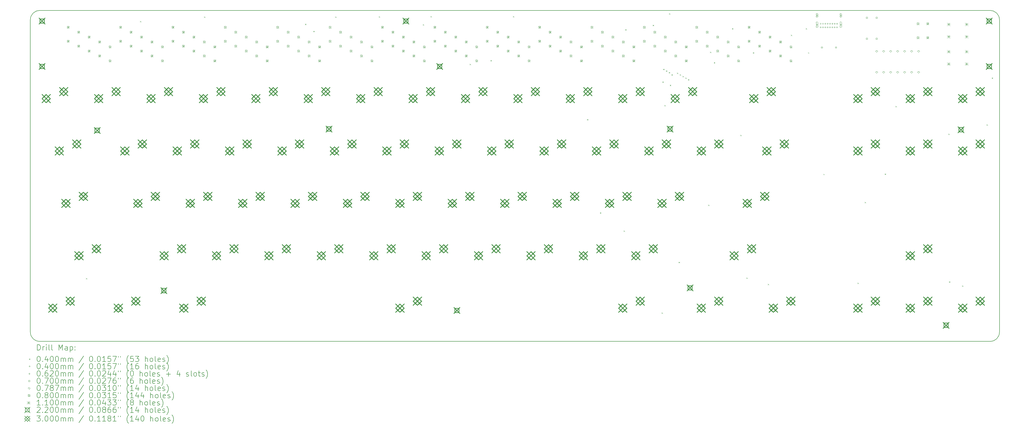
<source format=gbr>
%TF.GenerationSoftware,KiCad,Pcbnew,9.0.0*%
%TF.CreationDate,2025-03-06T14:32:36+00:00*%
%TF.ProjectId,discipline-pcb,64697363-6970-46c6-996e-652d7063622e,rev?*%
%TF.SameCoordinates,Original*%
%TF.FileFunction,Drillmap*%
%TF.FilePolarity,Positive*%
%FSLAX45Y45*%
G04 Gerber Fmt 4.5, Leading zero omitted, Abs format (unit mm)*
G04 Created by KiCad (PCBNEW 9.0.0) date 2025-03-06 14:32:36*
%MOMM*%
%LPD*%
G01*
G04 APERTURE LIST*
%ADD10C,0.150000*%
%ADD11C,0.200000*%
%ADD12C,0.100000*%
%ADD13C,0.110000*%
%ADD14C,0.220000*%
%ADD15C,0.300000*%
G04 APERTURE END LIST*
D10*
X5707644Y-18050222D02*
G75*
G02*
X5376638Y-17720000I-304J330702D01*
G01*
X40600000Y-17719516D02*
G75*
G02*
X40269294Y-18050230I-330700J-14D01*
G01*
X40269294Y-6019475D02*
G75*
G02*
X40600000Y-6352008I-4J-330715D01*
G01*
X5376638Y-6350181D02*
G75*
G02*
X5707344Y-6019468I330712J1D01*
G01*
X40269294Y-18050230D02*
X5707644Y-18050222D01*
X40600000Y-6352008D02*
X40600000Y-17719516D01*
X5376638Y-17719816D02*
X5376638Y-6350181D01*
X5707344Y-6019475D02*
X40269294Y-6019475D01*
D11*
D12*
X7399138Y-15747649D02*
X7439138Y-15787649D01*
X7439138Y-15747649D02*
X7399138Y-15787649D01*
X9360000Y-6400000D02*
X9400000Y-6440000D01*
X9400000Y-6400000D02*
X9360000Y-6440000D01*
X11690000Y-6240000D02*
X11730000Y-6280000D01*
X11730000Y-6240000D02*
X11690000Y-6280000D01*
X15360000Y-6500000D02*
X15400000Y-6540000D01*
X15400000Y-6500000D02*
X15360000Y-6540000D01*
X15660000Y-6760000D02*
X15700000Y-6800000D01*
X15700000Y-6760000D02*
X15660000Y-6800000D01*
X16460000Y-6240000D02*
X16500000Y-6280000D01*
X16500000Y-6240000D02*
X16460000Y-6280000D01*
X18040000Y-6230000D02*
X18080000Y-6270000D01*
X18080000Y-6230000D02*
X18040000Y-6270000D01*
X19640000Y-6520000D02*
X19680000Y-6560000D01*
X19680000Y-6520000D02*
X19640000Y-6560000D01*
X19920000Y-6220000D02*
X19960000Y-6260000D01*
X19960000Y-6220000D02*
X19920000Y-6260000D01*
X21340000Y-7960000D02*
X21380000Y-8000000D01*
X21380000Y-7960000D02*
X21340000Y-8000000D01*
X22100000Y-7820000D02*
X22140000Y-7860000D01*
X22140000Y-7820000D02*
X22100000Y-7860000D01*
X22920000Y-6220000D02*
X22960000Y-6260000D01*
X22960000Y-6220000D02*
X22920000Y-6260000D01*
X25610000Y-9970000D02*
X25650000Y-10010000D01*
X25650000Y-9970000D02*
X25610000Y-10010000D01*
X26080000Y-13360000D02*
X26120000Y-13400000D01*
X26120000Y-13360000D02*
X26080000Y-13400000D01*
X26940000Y-14020000D02*
X26980000Y-14060000D01*
X26980000Y-14020000D02*
X26940000Y-14060000D01*
X27000000Y-6700000D02*
X27040000Y-6740000D01*
X27040000Y-6700000D02*
X27000000Y-6740000D01*
X28000000Y-6540000D02*
X28040000Y-6580000D01*
X28040000Y-6540000D02*
X28000000Y-6580000D01*
X28320000Y-17000000D02*
X28360000Y-17040000D01*
X28360000Y-17000000D02*
X28320000Y-17040000D01*
X28350000Y-8600000D02*
X28390000Y-8640000D01*
X28390000Y-8600000D02*
X28350000Y-8640000D01*
X28380000Y-8140000D02*
X28420000Y-8180000D01*
X28420000Y-8140000D02*
X28380000Y-8180000D01*
X28420000Y-9460000D02*
X28460000Y-9500000D01*
X28460000Y-9460000D02*
X28420000Y-9500000D01*
X28480000Y-8200000D02*
X28520000Y-8240000D01*
X28520000Y-8200000D02*
X28480000Y-8240000D01*
X28580000Y-8260000D02*
X28620000Y-8300000D01*
X28620000Y-8260000D02*
X28580000Y-8300000D01*
X28590000Y-6120000D02*
X28630000Y-6160000D01*
X28630000Y-6120000D02*
X28590000Y-6160000D01*
X28620000Y-8720000D02*
X28660000Y-8760000D01*
X28660000Y-8720000D02*
X28620000Y-8760000D01*
X28680000Y-8340000D02*
X28720000Y-8380000D01*
X28720000Y-8340000D02*
X28680000Y-8380000D01*
X28880000Y-8280000D02*
X28920000Y-8320000D01*
X28920000Y-8280000D02*
X28880000Y-8320000D01*
X28940000Y-15160000D02*
X28980000Y-15200000D01*
X28980000Y-15160000D02*
X28940000Y-15200000D01*
X28980000Y-8340000D02*
X29020000Y-8380000D01*
X29020000Y-8340000D02*
X28980000Y-8380000D01*
X29080000Y-8400000D02*
X29120000Y-8440000D01*
X29120000Y-8400000D02*
X29080000Y-8440000D01*
X29180000Y-8460000D02*
X29220000Y-8500000D01*
X29220000Y-8460000D02*
X29180000Y-8500000D01*
X29280000Y-8520000D02*
X29320000Y-8560000D01*
X29320000Y-8520000D02*
X29280000Y-8560000D01*
X30010000Y-13080000D02*
X30050000Y-13120000D01*
X30050000Y-13080000D02*
X30010000Y-13120000D01*
X30080000Y-7520000D02*
X30120000Y-7560000D01*
X30120000Y-7520000D02*
X30080000Y-7560000D01*
X30220000Y-7900000D02*
X30260000Y-7940000D01*
X30260000Y-7900000D02*
X30220000Y-7940000D01*
X30880000Y-6660000D02*
X30920000Y-6700000D01*
X30920000Y-6660000D02*
X30880000Y-6700000D01*
X31180000Y-10540000D02*
X31220000Y-10580000D01*
X31220000Y-10540000D02*
X31180000Y-10580000D01*
X31400000Y-15730000D02*
X31440000Y-15770000D01*
X31440000Y-15730000D02*
X31400000Y-15770000D01*
X31640000Y-7540000D02*
X31680000Y-7580000D01*
X31680000Y-7540000D02*
X31640000Y-7580000D01*
X32180000Y-15960000D02*
X32220000Y-16000000D01*
X32220000Y-15960000D02*
X32180000Y-16000000D01*
X33020000Y-6900000D02*
X33060000Y-6940000D01*
X33060000Y-6900000D02*
X33020000Y-6940000D01*
X33560000Y-6660000D02*
X33600000Y-6700000D01*
X33600000Y-6660000D02*
X33560000Y-6700000D01*
X33640000Y-7540000D02*
X33680000Y-7580000D01*
X33680000Y-7540000D02*
X33640000Y-7580000D01*
X34200000Y-11960000D02*
X34240000Y-12000000D01*
X34240000Y-11960000D02*
X34200000Y-12000000D01*
X35440000Y-15920000D02*
X35480000Y-15960000D01*
X35480000Y-15920000D02*
X35440000Y-15960000D01*
X35700000Y-12980000D02*
X35740000Y-13020000D01*
X35740000Y-12980000D02*
X35700000Y-13020000D01*
X36430000Y-11950000D02*
X36470000Y-11990000D01*
X36470000Y-11950000D02*
X36430000Y-11990000D01*
X36820000Y-9490000D02*
X36860000Y-9530000D01*
X36860000Y-9490000D02*
X36820000Y-9530000D01*
X38740000Y-10500000D02*
X38780000Y-10540000D01*
X38780000Y-10500000D02*
X38740000Y-10540000D01*
X38770000Y-15870000D02*
X38810000Y-15910000D01*
X38810000Y-15870000D02*
X38770000Y-15910000D01*
X39240000Y-16020000D02*
X39280000Y-16060000D01*
X39280000Y-16020000D02*
X39240000Y-16060000D01*
X40130000Y-10160000D02*
X40170000Y-10200000D01*
X40170000Y-10160000D02*
X40130000Y-10200000D01*
X40320000Y-8460000D02*
X40360000Y-8500000D01*
X40360000Y-8460000D02*
X40320000Y-8500000D01*
X34122000Y-6500000D02*
G75*
G02*
X34082000Y-6500000I-20000J0D01*
G01*
X34082000Y-6500000D02*
G75*
G02*
X34122000Y-6500000I20000J0D01*
G01*
X34122500Y-6632500D02*
G75*
G02*
X34082500Y-6632500I-20000J0D01*
G01*
X34082500Y-6632500D02*
G75*
G02*
X34122500Y-6632500I20000J0D01*
G01*
X34207000Y-6500000D02*
G75*
G02*
X34167000Y-6500000I-20000J0D01*
G01*
X34167000Y-6500000D02*
G75*
G02*
X34207000Y-6500000I20000J0D01*
G01*
X34207500Y-6632500D02*
G75*
G02*
X34167500Y-6632500I-20000J0D01*
G01*
X34167500Y-6632500D02*
G75*
G02*
X34207500Y-6632500I20000J0D01*
G01*
X34292000Y-6500000D02*
G75*
G02*
X34252000Y-6500000I-20000J0D01*
G01*
X34252000Y-6500000D02*
G75*
G02*
X34292000Y-6500000I20000J0D01*
G01*
X34292500Y-6632500D02*
G75*
G02*
X34252500Y-6632500I-20000J0D01*
G01*
X34252500Y-6632500D02*
G75*
G02*
X34292500Y-6632500I20000J0D01*
G01*
X34377000Y-6500000D02*
G75*
G02*
X34337000Y-6500000I-20000J0D01*
G01*
X34337000Y-6500000D02*
G75*
G02*
X34377000Y-6500000I20000J0D01*
G01*
X34377500Y-6632500D02*
G75*
G02*
X34337500Y-6632500I-20000J0D01*
G01*
X34337500Y-6632500D02*
G75*
G02*
X34377500Y-6632500I20000J0D01*
G01*
X34462000Y-6500000D02*
G75*
G02*
X34422000Y-6500000I-20000J0D01*
G01*
X34422000Y-6500000D02*
G75*
G02*
X34462000Y-6500000I20000J0D01*
G01*
X34462500Y-6632500D02*
G75*
G02*
X34422500Y-6632500I-20000J0D01*
G01*
X34422500Y-6632500D02*
G75*
G02*
X34462500Y-6632500I20000J0D01*
G01*
X34547000Y-6500000D02*
G75*
G02*
X34507000Y-6500000I-20000J0D01*
G01*
X34507000Y-6500000D02*
G75*
G02*
X34547000Y-6500000I20000J0D01*
G01*
X34547500Y-6632500D02*
G75*
G02*
X34507500Y-6632500I-20000J0D01*
G01*
X34507500Y-6632500D02*
G75*
G02*
X34547500Y-6632500I20000J0D01*
G01*
X34632000Y-6500000D02*
G75*
G02*
X34592000Y-6500000I-20000J0D01*
G01*
X34592000Y-6500000D02*
G75*
G02*
X34632000Y-6500000I20000J0D01*
G01*
X34632500Y-6632500D02*
G75*
G02*
X34592500Y-6632500I-20000J0D01*
G01*
X34592500Y-6632500D02*
G75*
G02*
X34632500Y-6632500I20000J0D01*
G01*
X34717500Y-6500000D02*
G75*
G02*
X34677500Y-6500000I-20000J0D01*
G01*
X34677500Y-6500000D02*
G75*
G02*
X34717500Y-6500000I20000J0D01*
G01*
X34717500Y-6632500D02*
G75*
G02*
X34677500Y-6632500I-20000J0D01*
G01*
X34677500Y-6632500D02*
G75*
G02*
X34717500Y-6632500I20000J0D01*
G01*
X33967500Y-6165500D02*
X33967500Y-6227500D01*
X33936500Y-6196500D02*
X33998500Y-6196500D01*
X33998500Y-6235500D02*
X33998500Y-6157500D01*
X33936500Y-6157500D02*
G75*
G02*
X33998500Y-6157500I31000J0D01*
G01*
X33936500Y-6157500D02*
X33936500Y-6235500D01*
X33936500Y-6235500D02*
G75*
G03*
X33998500Y-6235500I31000J0D01*
G01*
X33967500Y-6503500D02*
X33967500Y-6565500D01*
X33936500Y-6534500D02*
X33998500Y-6534500D01*
X33998500Y-6608500D02*
X33998500Y-6460500D01*
X33936500Y-6460500D02*
G75*
G02*
X33998500Y-6460500I31000J0D01*
G01*
X33936500Y-6460500D02*
X33936500Y-6608500D01*
X33936500Y-6608500D02*
G75*
G03*
X33998500Y-6608500I31000J0D01*
G01*
X34832500Y-6165500D02*
X34832500Y-6227500D01*
X34801500Y-6196500D02*
X34863500Y-6196500D01*
X34863500Y-6235500D02*
X34863500Y-6157500D01*
X34801500Y-6157500D02*
G75*
G02*
X34863500Y-6157500I31000J0D01*
G01*
X34801500Y-6157500D02*
X34801500Y-6235500D01*
X34801500Y-6235500D02*
G75*
G03*
X34863500Y-6235500I31000J0D01*
G01*
X34832500Y-6503500D02*
X34832500Y-6565500D01*
X34801500Y-6534500D02*
X34863500Y-6534500D01*
X34863500Y-6608500D02*
X34863500Y-6460500D01*
X34801500Y-6460500D02*
G75*
G02*
X34863500Y-6460500I31000J0D01*
G01*
X34801500Y-6460500D02*
X34801500Y-6608500D01*
X34801500Y-6608500D02*
G75*
G03*
X34863500Y-6608500I31000J0D01*
G01*
X34169749Y-7384749D02*
X34169749Y-7335251D01*
X34120251Y-7335251D01*
X34120251Y-7384749D01*
X34169749Y-7384749D01*
X34679749Y-7384749D02*
X34679749Y-7335251D01*
X34630251Y-7335251D01*
X34630251Y-7384749D01*
X34679749Y-7384749D01*
X35804749Y-6306154D02*
X35804749Y-6256656D01*
X35755251Y-6256656D01*
X35755251Y-6306154D01*
X35804749Y-6306154D01*
X35804749Y-7068154D02*
X35804749Y-7018656D01*
X35755251Y-7018656D01*
X35755251Y-7068154D01*
X35804749Y-7068154D01*
X36156416Y-6306154D02*
X36156416Y-6256656D01*
X36106918Y-6256656D01*
X36106918Y-6306154D01*
X36156416Y-6306154D01*
X36156416Y-7068154D02*
X36156416Y-7018656D01*
X36106918Y-7018656D01*
X36106918Y-7068154D01*
X36156416Y-7068154D01*
X36131833Y-7542370D02*
X36171203Y-7503000D01*
X36131833Y-7463630D01*
X36092463Y-7503000D01*
X36131833Y-7542370D01*
X36131833Y-8304370D02*
X36171203Y-8265000D01*
X36131833Y-8225630D01*
X36092463Y-8265000D01*
X36131833Y-8304370D01*
X36385833Y-7542370D02*
X36425203Y-7503000D01*
X36385833Y-7463630D01*
X36346463Y-7503000D01*
X36385833Y-7542370D01*
X36385833Y-8304370D02*
X36425203Y-8265000D01*
X36385833Y-8225630D01*
X36346463Y-8265000D01*
X36385833Y-8304370D01*
X36639833Y-7542370D02*
X36679203Y-7503000D01*
X36639833Y-7463630D01*
X36600463Y-7503000D01*
X36639833Y-7542370D01*
X36639833Y-8304370D02*
X36679203Y-8265000D01*
X36639833Y-8225630D01*
X36600463Y-8265000D01*
X36639833Y-8304370D01*
X36893833Y-7542370D02*
X36933203Y-7503000D01*
X36893833Y-7463630D01*
X36854463Y-7503000D01*
X36893833Y-7542370D01*
X36893833Y-8304370D02*
X36933203Y-8265000D01*
X36893833Y-8225630D01*
X36854463Y-8265000D01*
X36893833Y-8304370D01*
X37147833Y-7542370D02*
X37187203Y-7503000D01*
X37147833Y-7463630D01*
X37108463Y-7503000D01*
X37147833Y-7542370D01*
X37147833Y-8304370D02*
X37187203Y-8265000D01*
X37147833Y-8225630D01*
X37108463Y-8265000D01*
X37147833Y-8304370D01*
X37401833Y-7542370D02*
X37441203Y-7503000D01*
X37401833Y-7463630D01*
X37362463Y-7503000D01*
X37401833Y-7542370D01*
X37401833Y-8304370D02*
X37441203Y-8265000D01*
X37401833Y-8225630D01*
X37362463Y-8265000D01*
X37401833Y-8304370D01*
X37655833Y-7542370D02*
X37695203Y-7503000D01*
X37655833Y-7463630D01*
X37616463Y-7503000D01*
X37655833Y-7542370D01*
X37655833Y-8304370D02*
X37695203Y-8265000D01*
X37655833Y-8225630D01*
X37616463Y-8265000D01*
X37655833Y-8304370D01*
X6710000Y-6587000D02*
X6790000Y-6667000D01*
X6790000Y-6587000D02*
X6710000Y-6667000D01*
X6790000Y-6627000D02*
G75*
G02*
X6710000Y-6627000I-40000J0D01*
G01*
X6710000Y-6627000D02*
G75*
G02*
X6790000Y-6627000I40000J0D01*
G01*
X6710000Y-7095000D02*
X6790000Y-7175000D01*
X6790000Y-7095000D02*
X6710000Y-7175000D01*
X6790000Y-7135000D02*
G75*
G02*
X6710000Y-7135000I-40000J0D01*
G01*
X6710000Y-7135000D02*
G75*
G02*
X6790000Y-7135000I40000J0D01*
G01*
X7090761Y-6765750D02*
X7170761Y-6845750D01*
X7170761Y-6765750D02*
X7090761Y-6845750D01*
X7170761Y-6805750D02*
G75*
G02*
X7090761Y-6805750I-40000J0D01*
G01*
X7090761Y-6805750D02*
G75*
G02*
X7170761Y-6805750I40000J0D01*
G01*
X7090761Y-7273750D02*
X7170761Y-7353750D01*
X7170761Y-7273750D02*
X7090761Y-7353750D01*
X7170761Y-7313750D02*
G75*
G02*
X7090761Y-7313750I-40000J0D01*
G01*
X7090761Y-7313750D02*
G75*
G02*
X7170761Y-7313750I40000J0D01*
G01*
X7471522Y-6944500D02*
X7551522Y-7024500D01*
X7551522Y-6944500D02*
X7471522Y-7024500D01*
X7551522Y-6984500D02*
G75*
G02*
X7471522Y-6984500I-40000J0D01*
G01*
X7471522Y-6984500D02*
G75*
G02*
X7551522Y-6984500I40000J0D01*
G01*
X7471522Y-7452500D02*
X7551522Y-7532500D01*
X7551522Y-7452500D02*
X7471522Y-7532500D01*
X7551522Y-7492500D02*
G75*
G02*
X7471522Y-7492500I-40000J0D01*
G01*
X7471522Y-7492500D02*
G75*
G02*
X7551522Y-7492500I40000J0D01*
G01*
X7852283Y-7123250D02*
X7932283Y-7203250D01*
X7932283Y-7123250D02*
X7852283Y-7203250D01*
X7932283Y-7163250D02*
G75*
G02*
X7852283Y-7163250I-40000J0D01*
G01*
X7852283Y-7163250D02*
G75*
G02*
X7932283Y-7163250I40000J0D01*
G01*
X7852283Y-7631250D02*
X7932283Y-7711250D01*
X7932283Y-7631250D02*
X7852283Y-7711250D01*
X7932283Y-7671250D02*
G75*
G02*
X7852283Y-7671250I-40000J0D01*
G01*
X7852283Y-7671250D02*
G75*
G02*
X7932283Y-7671250I40000J0D01*
G01*
X8233043Y-7302000D02*
X8313043Y-7382000D01*
X8313043Y-7302000D02*
X8233043Y-7382000D01*
X8313043Y-7342000D02*
G75*
G02*
X8233043Y-7342000I-40000J0D01*
G01*
X8233043Y-7342000D02*
G75*
G02*
X8313043Y-7342000I40000J0D01*
G01*
X8233043Y-7810000D02*
X8313043Y-7890000D01*
X8313043Y-7810000D02*
X8233043Y-7890000D01*
X8313043Y-7850000D02*
G75*
G02*
X8233043Y-7850000I-40000J0D01*
G01*
X8233043Y-7850000D02*
G75*
G02*
X8313043Y-7850000I40000J0D01*
G01*
X8613804Y-6587000D02*
X8693804Y-6667000D01*
X8693804Y-6587000D02*
X8613804Y-6667000D01*
X8693804Y-6627000D02*
G75*
G02*
X8613804Y-6627000I-40000J0D01*
G01*
X8613804Y-6627000D02*
G75*
G02*
X8693804Y-6627000I40000J0D01*
G01*
X8613804Y-7095000D02*
X8693804Y-7175000D01*
X8693804Y-7095000D02*
X8613804Y-7175000D01*
X8693804Y-7135000D02*
G75*
G02*
X8613804Y-7135000I-40000J0D01*
G01*
X8613804Y-7135000D02*
G75*
G02*
X8693804Y-7135000I40000J0D01*
G01*
X8994565Y-6765750D02*
X9074565Y-6845750D01*
X9074565Y-6765750D02*
X8994565Y-6845750D01*
X9074565Y-6805750D02*
G75*
G02*
X8994565Y-6805750I-40000J0D01*
G01*
X8994565Y-6805750D02*
G75*
G02*
X9074565Y-6805750I40000J0D01*
G01*
X8994565Y-7273750D02*
X9074565Y-7353750D01*
X9074565Y-7273750D02*
X8994565Y-7353750D01*
X9074565Y-7313750D02*
G75*
G02*
X8994565Y-7313750I-40000J0D01*
G01*
X8994565Y-7313750D02*
G75*
G02*
X9074565Y-7313750I40000J0D01*
G01*
X9375326Y-6944500D02*
X9455326Y-7024500D01*
X9455326Y-6944500D02*
X9375326Y-7024500D01*
X9455326Y-6984500D02*
G75*
G02*
X9375326Y-6984500I-40000J0D01*
G01*
X9375326Y-6984500D02*
G75*
G02*
X9455326Y-6984500I40000J0D01*
G01*
X9375326Y-7452500D02*
X9455326Y-7532500D01*
X9455326Y-7452500D02*
X9375326Y-7532500D01*
X9455326Y-7492500D02*
G75*
G02*
X9375326Y-7492500I-40000J0D01*
G01*
X9375326Y-7492500D02*
G75*
G02*
X9455326Y-7492500I40000J0D01*
G01*
X9756087Y-7123250D02*
X9836087Y-7203250D01*
X9836087Y-7123250D02*
X9756087Y-7203250D01*
X9836087Y-7163250D02*
G75*
G02*
X9756087Y-7163250I-40000J0D01*
G01*
X9756087Y-7163250D02*
G75*
G02*
X9836087Y-7163250I40000J0D01*
G01*
X9756087Y-7631250D02*
X9836087Y-7711250D01*
X9836087Y-7631250D02*
X9756087Y-7711250D01*
X9836087Y-7671250D02*
G75*
G02*
X9756087Y-7671250I-40000J0D01*
G01*
X9756087Y-7671250D02*
G75*
G02*
X9836087Y-7671250I40000J0D01*
G01*
X10136848Y-7302000D02*
X10216848Y-7382000D01*
X10216848Y-7302000D02*
X10136848Y-7382000D01*
X10216848Y-7342000D02*
G75*
G02*
X10136848Y-7342000I-40000J0D01*
G01*
X10136848Y-7342000D02*
G75*
G02*
X10216848Y-7342000I40000J0D01*
G01*
X10136848Y-7810000D02*
X10216848Y-7890000D01*
X10216848Y-7810000D02*
X10136848Y-7890000D01*
X10216848Y-7850000D02*
G75*
G02*
X10136848Y-7850000I-40000J0D01*
G01*
X10136848Y-7850000D02*
G75*
G02*
X10216848Y-7850000I40000J0D01*
G01*
X10517609Y-6587000D02*
X10597609Y-6667000D01*
X10597609Y-6587000D02*
X10517609Y-6667000D01*
X10597609Y-6627000D02*
G75*
G02*
X10517609Y-6627000I-40000J0D01*
G01*
X10517609Y-6627000D02*
G75*
G02*
X10597609Y-6627000I40000J0D01*
G01*
X10517609Y-7095000D02*
X10597609Y-7175000D01*
X10597609Y-7095000D02*
X10517609Y-7175000D01*
X10597609Y-7135000D02*
G75*
G02*
X10517609Y-7135000I-40000J0D01*
G01*
X10517609Y-7135000D02*
G75*
G02*
X10597609Y-7135000I40000J0D01*
G01*
X10898370Y-6765750D02*
X10978370Y-6845750D01*
X10978370Y-6765750D02*
X10898370Y-6845750D01*
X10978370Y-6805750D02*
G75*
G02*
X10898370Y-6805750I-40000J0D01*
G01*
X10898370Y-6805750D02*
G75*
G02*
X10978370Y-6805750I40000J0D01*
G01*
X10898370Y-7273750D02*
X10978370Y-7353750D01*
X10978370Y-7273750D02*
X10898370Y-7353750D01*
X10978370Y-7313750D02*
G75*
G02*
X10898370Y-7313750I-40000J0D01*
G01*
X10898370Y-7313750D02*
G75*
G02*
X10978370Y-7313750I40000J0D01*
G01*
X11279130Y-6944500D02*
X11359130Y-7024500D01*
X11359130Y-6944500D02*
X11279130Y-7024500D01*
X11359130Y-6984500D02*
G75*
G02*
X11279130Y-6984500I-40000J0D01*
G01*
X11279130Y-6984500D02*
G75*
G02*
X11359130Y-6984500I40000J0D01*
G01*
X11279130Y-7452500D02*
X11359130Y-7532500D01*
X11359130Y-7452500D02*
X11279130Y-7532500D01*
X11359130Y-7492500D02*
G75*
G02*
X11279130Y-7492500I-40000J0D01*
G01*
X11279130Y-7492500D02*
G75*
G02*
X11359130Y-7492500I40000J0D01*
G01*
X11659891Y-7123250D02*
X11739891Y-7203250D01*
X11739891Y-7123250D02*
X11659891Y-7203250D01*
X11739891Y-7163250D02*
G75*
G02*
X11659891Y-7163250I-40000J0D01*
G01*
X11659891Y-7163250D02*
G75*
G02*
X11739891Y-7163250I40000J0D01*
G01*
X11659891Y-7631250D02*
X11739891Y-7711250D01*
X11739891Y-7631250D02*
X11659891Y-7711250D01*
X11739891Y-7671250D02*
G75*
G02*
X11659891Y-7671250I-40000J0D01*
G01*
X11659891Y-7671250D02*
G75*
G02*
X11739891Y-7671250I40000J0D01*
G01*
X12040652Y-7302000D02*
X12120652Y-7382000D01*
X12120652Y-7302000D02*
X12040652Y-7382000D01*
X12120652Y-7342000D02*
G75*
G02*
X12040652Y-7342000I-40000J0D01*
G01*
X12040652Y-7342000D02*
G75*
G02*
X12120652Y-7342000I40000J0D01*
G01*
X12040652Y-7810000D02*
X12120652Y-7890000D01*
X12120652Y-7810000D02*
X12040652Y-7890000D01*
X12120652Y-7850000D02*
G75*
G02*
X12040652Y-7850000I-40000J0D01*
G01*
X12040652Y-7850000D02*
G75*
G02*
X12120652Y-7850000I40000J0D01*
G01*
X12421413Y-6587000D02*
X12501413Y-6667000D01*
X12501413Y-6587000D02*
X12421413Y-6667000D01*
X12501413Y-6627000D02*
G75*
G02*
X12421413Y-6627000I-40000J0D01*
G01*
X12421413Y-6627000D02*
G75*
G02*
X12501413Y-6627000I40000J0D01*
G01*
X12421413Y-7095000D02*
X12501413Y-7175000D01*
X12501413Y-7095000D02*
X12421413Y-7175000D01*
X12501413Y-7135000D02*
G75*
G02*
X12421413Y-7135000I-40000J0D01*
G01*
X12421413Y-7135000D02*
G75*
G02*
X12501413Y-7135000I40000J0D01*
G01*
X12802174Y-6765750D02*
X12882174Y-6845750D01*
X12882174Y-6765750D02*
X12802174Y-6845750D01*
X12882174Y-6805750D02*
G75*
G02*
X12802174Y-6805750I-40000J0D01*
G01*
X12802174Y-6805750D02*
G75*
G02*
X12882174Y-6805750I40000J0D01*
G01*
X12802174Y-7273750D02*
X12882174Y-7353750D01*
X12882174Y-7273750D02*
X12802174Y-7353750D01*
X12882174Y-7313750D02*
G75*
G02*
X12802174Y-7313750I-40000J0D01*
G01*
X12802174Y-7313750D02*
G75*
G02*
X12882174Y-7313750I40000J0D01*
G01*
X13182935Y-6944500D02*
X13262935Y-7024500D01*
X13262935Y-6944500D02*
X13182935Y-7024500D01*
X13262935Y-6984500D02*
G75*
G02*
X13182935Y-6984500I-40000J0D01*
G01*
X13182935Y-6984500D02*
G75*
G02*
X13262935Y-6984500I40000J0D01*
G01*
X13182935Y-7452500D02*
X13262935Y-7532500D01*
X13262935Y-7452500D02*
X13182935Y-7532500D01*
X13262935Y-7492500D02*
G75*
G02*
X13182935Y-7492500I-40000J0D01*
G01*
X13182935Y-7492500D02*
G75*
G02*
X13262935Y-7492500I40000J0D01*
G01*
X13563696Y-7123250D02*
X13643696Y-7203250D01*
X13643696Y-7123250D02*
X13563696Y-7203250D01*
X13643696Y-7163250D02*
G75*
G02*
X13563696Y-7163250I-40000J0D01*
G01*
X13563696Y-7163250D02*
G75*
G02*
X13643696Y-7163250I40000J0D01*
G01*
X13563696Y-7631250D02*
X13643696Y-7711250D01*
X13643696Y-7631250D02*
X13563696Y-7711250D01*
X13643696Y-7671250D02*
G75*
G02*
X13563696Y-7671250I-40000J0D01*
G01*
X13563696Y-7671250D02*
G75*
G02*
X13643696Y-7671250I40000J0D01*
G01*
X13944456Y-7302000D02*
X14024456Y-7382000D01*
X14024456Y-7302000D02*
X13944456Y-7382000D01*
X14024456Y-7342000D02*
G75*
G02*
X13944456Y-7342000I-40000J0D01*
G01*
X13944456Y-7342000D02*
G75*
G02*
X14024456Y-7342000I40000J0D01*
G01*
X13944456Y-7810000D02*
X14024456Y-7890000D01*
X14024456Y-7810000D02*
X13944456Y-7890000D01*
X14024456Y-7850000D02*
G75*
G02*
X13944456Y-7850000I-40000J0D01*
G01*
X13944456Y-7850000D02*
G75*
G02*
X14024456Y-7850000I40000J0D01*
G01*
X14325217Y-6587000D02*
X14405217Y-6667000D01*
X14405217Y-6587000D02*
X14325217Y-6667000D01*
X14405217Y-6627000D02*
G75*
G02*
X14325217Y-6627000I-40000J0D01*
G01*
X14325217Y-6627000D02*
G75*
G02*
X14405217Y-6627000I40000J0D01*
G01*
X14325217Y-7095000D02*
X14405217Y-7175000D01*
X14405217Y-7095000D02*
X14325217Y-7175000D01*
X14405217Y-7135000D02*
G75*
G02*
X14325217Y-7135000I-40000J0D01*
G01*
X14325217Y-7135000D02*
G75*
G02*
X14405217Y-7135000I40000J0D01*
G01*
X14705978Y-6765750D02*
X14785978Y-6845750D01*
X14785978Y-6765750D02*
X14705978Y-6845750D01*
X14785978Y-6805750D02*
G75*
G02*
X14705978Y-6805750I-40000J0D01*
G01*
X14705978Y-6805750D02*
G75*
G02*
X14785978Y-6805750I40000J0D01*
G01*
X14705978Y-7273750D02*
X14785978Y-7353750D01*
X14785978Y-7273750D02*
X14705978Y-7353750D01*
X14785978Y-7313750D02*
G75*
G02*
X14705978Y-7313750I-40000J0D01*
G01*
X14705978Y-7313750D02*
G75*
G02*
X14785978Y-7313750I40000J0D01*
G01*
X15086739Y-6944500D02*
X15166739Y-7024500D01*
X15166739Y-6944500D02*
X15086739Y-7024500D01*
X15166739Y-6984500D02*
G75*
G02*
X15086739Y-6984500I-40000J0D01*
G01*
X15086739Y-6984500D02*
G75*
G02*
X15166739Y-6984500I40000J0D01*
G01*
X15086739Y-7452500D02*
X15166739Y-7532500D01*
X15166739Y-7452500D02*
X15086739Y-7532500D01*
X15166739Y-7492500D02*
G75*
G02*
X15086739Y-7492500I-40000J0D01*
G01*
X15086739Y-7492500D02*
G75*
G02*
X15166739Y-7492500I40000J0D01*
G01*
X15467500Y-7123250D02*
X15547500Y-7203250D01*
X15547500Y-7123250D02*
X15467500Y-7203250D01*
X15547500Y-7163250D02*
G75*
G02*
X15467500Y-7163250I-40000J0D01*
G01*
X15467500Y-7163250D02*
G75*
G02*
X15547500Y-7163250I40000J0D01*
G01*
X15467500Y-7631250D02*
X15547500Y-7711250D01*
X15547500Y-7631250D02*
X15467500Y-7711250D01*
X15547500Y-7671250D02*
G75*
G02*
X15467500Y-7671250I-40000J0D01*
G01*
X15467500Y-7671250D02*
G75*
G02*
X15547500Y-7671250I40000J0D01*
G01*
X15848261Y-7302000D02*
X15928261Y-7382000D01*
X15928261Y-7302000D02*
X15848261Y-7382000D01*
X15928261Y-7342000D02*
G75*
G02*
X15848261Y-7342000I-40000J0D01*
G01*
X15848261Y-7342000D02*
G75*
G02*
X15928261Y-7342000I40000J0D01*
G01*
X15848261Y-7810000D02*
X15928261Y-7890000D01*
X15928261Y-7810000D02*
X15848261Y-7890000D01*
X15928261Y-7850000D02*
G75*
G02*
X15848261Y-7850000I-40000J0D01*
G01*
X15848261Y-7850000D02*
G75*
G02*
X15928261Y-7850000I40000J0D01*
G01*
X16229022Y-6587000D02*
X16309022Y-6667000D01*
X16309022Y-6587000D02*
X16229022Y-6667000D01*
X16309022Y-6627000D02*
G75*
G02*
X16229022Y-6627000I-40000J0D01*
G01*
X16229022Y-6627000D02*
G75*
G02*
X16309022Y-6627000I40000J0D01*
G01*
X16229022Y-7095000D02*
X16309022Y-7175000D01*
X16309022Y-7095000D02*
X16229022Y-7175000D01*
X16309022Y-7135000D02*
G75*
G02*
X16229022Y-7135000I-40000J0D01*
G01*
X16229022Y-7135000D02*
G75*
G02*
X16309022Y-7135000I40000J0D01*
G01*
X16609783Y-6765750D02*
X16689783Y-6845750D01*
X16689783Y-6765750D02*
X16609783Y-6845750D01*
X16689783Y-6805750D02*
G75*
G02*
X16609783Y-6805750I-40000J0D01*
G01*
X16609783Y-6805750D02*
G75*
G02*
X16689783Y-6805750I40000J0D01*
G01*
X16609783Y-7273750D02*
X16689783Y-7353750D01*
X16689783Y-7273750D02*
X16609783Y-7353750D01*
X16689783Y-7313750D02*
G75*
G02*
X16609783Y-7313750I-40000J0D01*
G01*
X16609783Y-7313750D02*
G75*
G02*
X16689783Y-7313750I40000J0D01*
G01*
X16990544Y-6944500D02*
X17070544Y-7024500D01*
X17070544Y-6944500D02*
X16990544Y-7024500D01*
X17070544Y-6984500D02*
G75*
G02*
X16990544Y-6984500I-40000J0D01*
G01*
X16990544Y-6984500D02*
G75*
G02*
X17070544Y-6984500I40000J0D01*
G01*
X16990544Y-7452500D02*
X17070544Y-7532500D01*
X17070544Y-7452500D02*
X16990544Y-7532500D01*
X17070544Y-7492500D02*
G75*
G02*
X16990544Y-7492500I-40000J0D01*
G01*
X16990544Y-7492500D02*
G75*
G02*
X17070544Y-7492500I40000J0D01*
G01*
X17371304Y-7123250D02*
X17451304Y-7203250D01*
X17451304Y-7123250D02*
X17371304Y-7203250D01*
X17451304Y-7163250D02*
G75*
G02*
X17371304Y-7163250I-40000J0D01*
G01*
X17371304Y-7163250D02*
G75*
G02*
X17451304Y-7163250I40000J0D01*
G01*
X17371304Y-7631250D02*
X17451304Y-7711250D01*
X17451304Y-7631250D02*
X17371304Y-7711250D01*
X17451304Y-7671250D02*
G75*
G02*
X17371304Y-7671250I-40000J0D01*
G01*
X17371304Y-7671250D02*
G75*
G02*
X17451304Y-7671250I40000J0D01*
G01*
X17752065Y-7302000D02*
X17832065Y-7382000D01*
X17832065Y-7302000D02*
X17752065Y-7382000D01*
X17832065Y-7342000D02*
G75*
G02*
X17752065Y-7342000I-40000J0D01*
G01*
X17752065Y-7342000D02*
G75*
G02*
X17832065Y-7342000I40000J0D01*
G01*
X17752065Y-7810000D02*
X17832065Y-7890000D01*
X17832065Y-7810000D02*
X17752065Y-7890000D01*
X17832065Y-7850000D02*
G75*
G02*
X17752065Y-7850000I-40000J0D01*
G01*
X17752065Y-7850000D02*
G75*
G02*
X17832065Y-7850000I40000J0D01*
G01*
X18132826Y-6587000D02*
X18212826Y-6667000D01*
X18212826Y-6587000D02*
X18132826Y-6667000D01*
X18212826Y-6627000D02*
G75*
G02*
X18132826Y-6627000I-40000J0D01*
G01*
X18132826Y-6627000D02*
G75*
G02*
X18212826Y-6627000I40000J0D01*
G01*
X18132826Y-7095000D02*
X18212826Y-7175000D01*
X18212826Y-7095000D02*
X18132826Y-7175000D01*
X18212826Y-7135000D02*
G75*
G02*
X18132826Y-7135000I-40000J0D01*
G01*
X18132826Y-7135000D02*
G75*
G02*
X18212826Y-7135000I40000J0D01*
G01*
X18513587Y-6765750D02*
X18593587Y-6845750D01*
X18593587Y-6765750D02*
X18513587Y-6845750D01*
X18593587Y-6805750D02*
G75*
G02*
X18513587Y-6805750I-40000J0D01*
G01*
X18513587Y-6805750D02*
G75*
G02*
X18593587Y-6805750I40000J0D01*
G01*
X18513587Y-7273750D02*
X18593587Y-7353750D01*
X18593587Y-7273750D02*
X18513587Y-7353750D01*
X18593587Y-7313750D02*
G75*
G02*
X18513587Y-7313750I-40000J0D01*
G01*
X18513587Y-7313750D02*
G75*
G02*
X18593587Y-7313750I40000J0D01*
G01*
X18894348Y-6944500D02*
X18974348Y-7024500D01*
X18974348Y-6944500D02*
X18894348Y-7024500D01*
X18974348Y-6984500D02*
G75*
G02*
X18894348Y-6984500I-40000J0D01*
G01*
X18894348Y-6984500D02*
G75*
G02*
X18974348Y-6984500I40000J0D01*
G01*
X18894348Y-7452500D02*
X18974348Y-7532500D01*
X18974348Y-7452500D02*
X18894348Y-7532500D01*
X18974348Y-7492500D02*
G75*
G02*
X18894348Y-7492500I-40000J0D01*
G01*
X18894348Y-7492500D02*
G75*
G02*
X18974348Y-7492500I40000J0D01*
G01*
X19275109Y-7123250D02*
X19355109Y-7203250D01*
X19355109Y-7123250D02*
X19275109Y-7203250D01*
X19355109Y-7163250D02*
G75*
G02*
X19275109Y-7163250I-40000J0D01*
G01*
X19275109Y-7163250D02*
G75*
G02*
X19355109Y-7163250I40000J0D01*
G01*
X19275109Y-7631250D02*
X19355109Y-7711250D01*
X19355109Y-7631250D02*
X19275109Y-7711250D01*
X19355109Y-7671250D02*
G75*
G02*
X19275109Y-7671250I-40000J0D01*
G01*
X19275109Y-7671250D02*
G75*
G02*
X19355109Y-7671250I40000J0D01*
G01*
X19655870Y-7302000D02*
X19735870Y-7382000D01*
X19735870Y-7302000D02*
X19655870Y-7382000D01*
X19735870Y-7342000D02*
G75*
G02*
X19655870Y-7342000I-40000J0D01*
G01*
X19655870Y-7342000D02*
G75*
G02*
X19735870Y-7342000I40000J0D01*
G01*
X19655870Y-7810000D02*
X19735870Y-7890000D01*
X19735870Y-7810000D02*
X19655870Y-7890000D01*
X19735870Y-7850000D02*
G75*
G02*
X19655870Y-7850000I-40000J0D01*
G01*
X19655870Y-7850000D02*
G75*
G02*
X19735870Y-7850000I40000J0D01*
G01*
X20036630Y-6587000D02*
X20116630Y-6667000D01*
X20116630Y-6587000D02*
X20036630Y-6667000D01*
X20116630Y-6627000D02*
G75*
G02*
X20036630Y-6627000I-40000J0D01*
G01*
X20036630Y-6627000D02*
G75*
G02*
X20116630Y-6627000I40000J0D01*
G01*
X20036630Y-7095000D02*
X20116630Y-7175000D01*
X20116630Y-7095000D02*
X20036630Y-7175000D01*
X20116630Y-7135000D02*
G75*
G02*
X20036630Y-7135000I-40000J0D01*
G01*
X20036630Y-7135000D02*
G75*
G02*
X20116630Y-7135000I40000J0D01*
G01*
X20417391Y-6765750D02*
X20497391Y-6845750D01*
X20497391Y-6765750D02*
X20417391Y-6845750D01*
X20497391Y-6805750D02*
G75*
G02*
X20417391Y-6805750I-40000J0D01*
G01*
X20417391Y-6805750D02*
G75*
G02*
X20497391Y-6805750I40000J0D01*
G01*
X20417391Y-7273750D02*
X20497391Y-7353750D01*
X20497391Y-7273750D02*
X20417391Y-7353750D01*
X20497391Y-7313750D02*
G75*
G02*
X20417391Y-7313750I-40000J0D01*
G01*
X20417391Y-7313750D02*
G75*
G02*
X20497391Y-7313750I40000J0D01*
G01*
X20798152Y-6944500D02*
X20878152Y-7024500D01*
X20878152Y-6944500D02*
X20798152Y-7024500D01*
X20878152Y-6984500D02*
G75*
G02*
X20798152Y-6984500I-40000J0D01*
G01*
X20798152Y-6984500D02*
G75*
G02*
X20878152Y-6984500I40000J0D01*
G01*
X20798152Y-7452500D02*
X20878152Y-7532500D01*
X20878152Y-7452500D02*
X20798152Y-7532500D01*
X20878152Y-7492500D02*
G75*
G02*
X20798152Y-7492500I-40000J0D01*
G01*
X20798152Y-7492500D02*
G75*
G02*
X20878152Y-7492500I40000J0D01*
G01*
X21178913Y-7123250D02*
X21258913Y-7203250D01*
X21258913Y-7123250D02*
X21178913Y-7203250D01*
X21258913Y-7163250D02*
G75*
G02*
X21178913Y-7163250I-40000J0D01*
G01*
X21178913Y-7163250D02*
G75*
G02*
X21258913Y-7163250I40000J0D01*
G01*
X21178913Y-7631250D02*
X21258913Y-7711250D01*
X21258913Y-7631250D02*
X21178913Y-7711250D01*
X21258913Y-7671250D02*
G75*
G02*
X21178913Y-7671250I-40000J0D01*
G01*
X21178913Y-7671250D02*
G75*
G02*
X21258913Y-7671250I40000J0D01*
G01*
X21559674Y-7302000D02*
X21639674Y-7382000D01*
X21639674Y-7302000D02*
X21559674Y-7382000D01*
X21639674Y-7342000D02*
G75*
G02*
X21559674Y-7342000I-40000J0D01*
G01*
X21559674Y-7342000D02*
G75*
G02*
X21639674Y-7342000I40000J0D01*
G01*
X21559674Y-7810000D02*
X21639674Y-7890000D01*
X21639674Y-7810000D02*
X21559674Y-7890000D01*
X21639674Y-7850000D02*
G75*
G02*
X21559674Y-7850000I-40000J0D01*
G01*
X21559674Y-7850000D02*
G75*
G02*
X21639674Y-7850000I40000J0D01*
G01*
X21940435Y-6587000D02*
X22020435Y-6667000D01*
X22020435Y-6587000D02*
X21940435Y-6667000D01*
X22020435Y-6627000D02*
G75*
G02*
X21940435Y-6627000I-40000J0D01*
G01*
X21940435Y-6627000D02*
G75*
G02*
X22020435Y-6627000I40000J0D01*
G01*
X21940435Y-7095000D02*
X22020435Y-7175000D01*
X22020435Y-7095000D02*
X21940435Y-7175000D01*
X22020435Y-7135000D02*
G75*
G02*
X21940435Y-7135000I-40000J0D01*
G01*
X21940435Y-7135000D02*
G75*
G02*
X22020435Y-7135000I40000J0D01*
G01*
X22321196Y-6765750D02*
X22401196Y-6845750D01*
X22401196Y-6765750D02*
X22321196Y-6845750D01*
X22401196Y-6805750D02*
G75*
G02*
X22321196Y-6805750I-40000J0D01*
G01*
X22321196Y-6805750D02*
G75*
G02*
X22401196Y-6805750I40000J0D01*
G01*
X22321196Y-7273750D02*
X22401196Y-7353750D01*
X22401196Y-7273750D02*
X22321196Y-7353750D01*
X22401196Y-7313750D02*
G75*
G02*
X22321196Y-7313750I-40000J0D01*
G01*
X22321196Y-7313750D02*
G75*
G02*
X22401196Y-7313750I40000J0D01*
G01*
X22701956Y-6944500D02*
X22781956Y-7024500D01*
X22781956Y-6944500D02*
X22701956Y-7024500D01*
X22781956Y-6984500D02*
G75*
G02*
X22701956Y-6984500I-40000J0D01*
G01*
X22701956Y-6984500D02*
G75*
G02*
X22781956Y-6984500I40000J0D01*
G01*
X22701956Y-7452500D02*
X22781956Y-7532500D01*
X22781956Y-7452500D02*
X22701956Y-7532500D01*
X22781956Y-7492500D02*
G75*
G02*
X22701956Y-7492500I-40000J0D01*
G01*
X22701956Y-7492500D02*
G75*
G02*
X22781956Y-7492500I40000J0D01*
G01*
X23082717Y-7123250D02*
X23162717Y-7203250D01*
X23162717Y-7123250D02*
X23082717Y-7203250D01*
X23162717Y-7163250D02*
G75*
G02*
X23082717Y-7163250I-40000J0D01*
G01*
X23082717Y-7163250D02*
G75*
G02*
X23162717Y-7163250I40000J0D01*
G01*
X23082717Y-7631250D02*
X23162717Y-7711250D01*
X23162717Y-7631250D02*
X23082717Y-7711250D01*
X23162717Y-7671250D02*
G75*
G02*
X23082717Y-7671250I-40000J0D01*
G01*
X23082717Y-7671250D02*
G75*
G02*
X23162717Y-7671250I40000J0D01*
G01*
X23463478Y-7302000D02*
X23543478Y-7382000D01*
X23543478Y-7302000D02*
X23463478Y-7382000D01*
X23543478Y-7342000D02*
G75*
G02*
X23463478Y-7342000I-40000J0D01*
G01*
X23463478Y-7342000D02*
G75*
G02*
X23543478Y-7342000I40000J0D01*
G01*
X23463478Y-7810000D02*
X23543478Y-7890000D01*
X23543478Y-7810000D02*
X23463478Y-7890000D01*
X23543478Y-7850000D02*
G75*
G02*
X23463478Y-7850000I-40000J0D01*
G01*
X23463478Y-7850000D02*
G75*
G02*
X23543478Y-7850000I40000J0D01*
G01*
X23844239Y-6587000D02*
X23924239Y-6667000D01*
X23924239Y-6587000D02*
X23844239Y-6667000D01*
X23924239Y-6627000D02*
G75*
G02*
X23844239Y-6627000I-40000J0D01*
G01*
X23844239Y-6627000D02*
G75*
G02*
X23924239Y-6627000I40000J0D01*
G01*
X23844239Y-7095000D02*
X23924239Y-7175000D01*
X23924239Y-7095000D02*
X23844239Y-7175000D01*
X23924239Y-7135000D02*
G75*
G02*
X23844239Y-7135000I-40000J0D01*
G01*
X23844239Y-7135000D02*
G75*
G02*
X23924239Y-7135000I40000J0D01*
G01*
X24225000Y-6765750D02*
X24305000Y-6845750D01*
X24305000Y-6765750D02*
X24225000Y-6845750D01*
X24305000Y-6805750D02*
G75*
G02*
X24225000Y-6805750I-40000J0D01*
G01*
X24225000Y-6805750D02*
G75*
G02*
X24305000Y-6805750I40000J0D01*
G01*
X24225000Y-7273750D02*
X24305000Y-7353750D01*
X24305000Y-7273750D02*
X24225000Y-7353750D01*
X24305000Y-7313750D02*
G75*
G02*
X24225000Y-7313750I-40000J0D01*
G01*
X24225000Y-7313750D02*
G75*
G02*
X24305000Y-7313750I40000J0D01*
G01*
X24605761Y-6944500D02*
X24685761Y-7024500D01*
X24685761Y-6944500D02*
X24605761Y-7024500D01*
X24685761Y-6984500D02*
G75*
G02*
X24605761Y-6984500I-40000J0D01*
G01*
X24605761Y-6984500D02*
G75*
G02*
X24685761Y-6984500I40000J0D01*
G01*
X24605761Y-7452500D02*
X24685761Y-7532500D01*
X24685761Y-7452500D02*
X24605761Y-7532500D01*
X24685761Y-7492500D02*
G75*
G02*
X24605761Y-7492500I-40000J0D01*
G01*
X24605761Y-7492500D02*
G75*
G02*
X24685761Y-7492500I40000J0D01*
G01*
X24986522Y-7123250D02*
X25066522Y-7203250D01*
X25066522Y-7123250D02*
X24986522Y-7203250D01*
X25066522Y-7163250D02*
G75*
G02*
X24986522Y-7163250I-40000J0D01*
G01*
X24986522Y-7163250D02*
G75*
G02*
X25066522Y-7163250I40000J0D01*
G01*
X24986522Y-7631250D02*
X25066522Y-7711250D01*
X25066522Y-7631250D02*
X24986522Y-7711250D01*
X25066522Y-7671250D02*
G75*
G02*
X24986522Y-7671250I-40000J0D01*
G01*
X24986522Y-7671250D02*
G75*
G02*
X25066522Y-7671250I40000J0D01*
G01*
X25367283Y-7302000D02*
X25447283Y-7382000D01*
X25447283Y-7302000D02*
X25367283Y-7382000D01*
X25447283Y-7342000D02*
G75*
G02*
X25367283Y-7342000I-40000J0D01*
G01*
X25367283Y-7342000D02*
G75*
G02*
X25447283Y-7342000I40000J0D01*
G01*
X25367283Y-7810000D02*
X25447283Y-7890000D01*
X25447283Y-7810000D02*
X25367283Y-7890000D01*
X25447283Y-7850000D02*
G75*
G02*
X25367283Y-7850000I-40000J0D01*
G01*
X25367283Y-7850000D02*
G75*
G02*
X25447283Y-7850000I40000J0D01*
G01*
X25748043Y-6587000D02*
X25828043Y-6667000D01*
X25828043Y-6587000D02*
X25748043Y-6667000D01*
X25828043Y-6627000D02*
G75*
G02*
X25748043Y-6627000I-40000J0D01*
G01*
X25748043Y-6627000D02*
G75*
G02*
X25828043Y-6627000I40000J0D01*
G01*
X25748043Y-7095000D02*
X25828043Y-7175000D01*
X25828043Y-7095000D02*
X25748043Y-7175000D01*
X25828043Y-7135000D02*
G75*
G02*
X25748043Y-7135000I-40000J0D01*
G01*
X25748043Y-7135000D02*
G75*
G02*
X25828043Y-7135000I40000J0D01*
G01*
X26128804Y-6765750D02*
X26208804Y-6845750D01*
X26208804Y-6765750D02*
X26128804Y-6845750D01*
X26208804Y-6805750D02*
G75*
G02*
X26128804Y-6805750I-40000J0D01*
G01*
X26128804Y-6805750D02*
G75*
G02*
X26208804Y-6805750I40000J0D01*
G01*
X26128804Y-7273750D02*
X26208804Y-7353750D01*
X26208804Y-7273750D02*
X26128804Y-7353750D01*
X26208804Y-7313750D02*
G75*
G02*
X26128804Y-7313750I-40000J0D01*
G01*
X26128804Y-7313750D02*
G75*
G02*
X26208804Y-7313750I40000J0D01*
G01*
X26509565Y-6944500D02*
X26589565Y-7024500D01*
X26589565Y-6944500D02*
X26509565Y-7024500D01*
X26589565Y-6984500D02*
G75*
G02*
X26509565Y-6984500I-40000J0D01*
G01*
X26509565Y-6984500D02*
G75*
G02*
X26589565Y-6984500I40000J0D01*
G01*
X26509565Y-7452500D02*
X26589565Y-7532500D01*
X26589565Y-7452500D02*
X26509565Y-7532500D01*
X26589565Y-7492500D02*
G75*
G02*
X26509565Y-7492500I-40000J0D01*
G01*
X26509565Y-7492500D02*
G75*
G02*
X26589565Y-7492500I40000J0D01*
G01*
X26890326Y-7123250D02*
X26970326Y-7203250D01*
X26970326Y-7123250D02*
X26890326Y-7203250D01*
X26970326Y-7163250D02*
G75*
G02*
X26890326Y-7163250I-40000J0D01*
G01*
X26890326Y-7163250D02*
G75*
G02*
X26970326Y-7163250I40000J0D01*
G01*
X26890326Y-7631250D02*
X26970326Y-7711250D01*
X26970326Y-7631250D02*
X26890326Y-7711250D01*
X26970326Y-7671250D02*
G75*
G02*
X26890326Y-7671250I-40000J0D01*
G01*
X26890326Y-7671250D02*
G75*
G02*
X26970326Y-7671250I40000J0D01*
G01*
X27271087Y-7302000D02*
X27351087Y-7382000D01*
X27351087Y-7302000D02*
X27271087Y-7382000D01*
X27351087Y-7342000D02*
G75*
G02*
X27271087Y-7342000I-40000J0D01*
G01*
X27271087Y-7342000D02*
G75*
G02*
X27351087Y-7342000I40000J0D01*
G01*
X27271087Y-7810000D02*
X27351087Y-7890000D01*
X27351087Y-7810000D02*
X27271087Y-7890000D01*
X27351087Y-7850000D02*
G75*
G02*
X27271087Y-7850000I-40000J0D01*
G01*
X27271087Y-7850000D02*
G75*
G02*
X27351087Y-7850000I40000J0D01*
G01*
X27651848Y-6587000D02*
X27731848Y-6667000D01*
X27731848Y-6587000D02*
X27651848Y-6667000D01*
X27731848Y-6627000D02*
G75*
G02*
X27651848Y-6627000I-40000J0D01*
G01*
X27651848Y-6627000D02*
G75*
G02*
X27731848Y-6627000I40000J0D01*
G01*
X27651848Y-7095000D02*
X27731848Y-7175000D01*
X27731848Y-7095000D02*
X27651848Y-7175000D01*
X27731848Y-7135000D02*
G75*
G02*
X27651848Y-7135000I-40000J0D01*
G01*
X27651848Y-7135000D02*
G75*
G02*
X27731848Y-7135000I40000J0D01*
G01*
X28032609Y-6765750D02*
X28112609Y-6845750D01*
X28112609Y-6765750D02*
X28032609Y-6845750D01*
X28112609Y-6805750D02*
G75*
G02*
X28032609Y-6805750I-40000J0D01*
G01*
X28032609Y-6805750D02*
G75*
G02*
X28112609Y-6805750I40000J0D01*
G01*
X28032609Y-7273750D02*
X28112609Y-7353750D01*
X28112609Y-7273750D02*
X28032609Y-7353750D01*
X28112609Y-7313750D02*
G75*
G02*
X28032609Y-7313750I-40000J0D01*
G01*
X28032609Y-7313750D02*
G75*
G02*
X28112609Y-7313750I40000J0D01*
G01*
X28413370Y-6944500D02*
X28493370Y-7024500D01*
X28493370Y-6944500D02*
X28413370Y-7024500D01*
X28493370Y-6984500D02*
G75*
G02*
X28413370Y-6984500I-40000J0D01*
G01*
X28413370Y-6984500D02*
G75*
G02*
X28493370Y-6984500I40000J0D01*
G01*
X28413370Y-7452500D02*
X28493370Y-7532500D01*
X28493370Y-7452500D02*
X28413370Y-7532500D01*
X28493370Y-7492500D02*
G75*
G02*
X28413370Y-7492500I-40000J0D01*
G01*
X28413370Y-7492500D02*
G75*
G02*
X28493370Y-7492500I40000J0D01*
G01*
X28794130Y-7123250D02*
X28874130Y-7203250D01*
X28874130Y-7123250D02*
X28794130Y-7203250D01*
X28874130Y-7163250D02*
G75*
G02*
X28794130Y-7163250I-40000J0D01*
G01*
X28794130Y-7163250D02*
G75*
G02*
X28874130Y-7163250I40000J0D01*
G01*
X28794130Y-7631250D02*
X28874130Y-7711250D01*
X28874130Y-7631250D02*
X28794130Y-7711250D01*
X28874130Y-7671250D02*
G75*
G02*
X28794130Y-7671250I-40000J0D01*
G01*
X28794130Y-7671250D02*
G75*
G02*
X28874130Y-7671250I40000J0D01*
G01*
X29174891Y-7302000D02*
X29254891Y-7382000D01*
X29254891Y-7302000D02*
X29174891Y-7382000D01*
X29254891Y-7342000D02*
G75*
G02*
X29174891Y-7342000I-40000J0D01*
G01*
X29174891Y-7342000D02*
G75*
G02*
X29254891Y-7342000I40000J0D01*
G01*
X29174891Y-7810000D02*
X29254891Y-7890000D01*
X29254891Y-7810000D02*
X29174891Y-7890000D01*
X29254891Y-7850000D02*
G75*
G02*
X29174891Y-7850000I-40000J0D01*
G01*
X29174891Y-7850000D02*
G75*
G02*
X29254891Y-7850000I40000J0D01*
G01*
X29555652Y-6587000D02*
X29635652Y-6667000D01*
X29635652Y-6587000D02*
X29555652Y-6667000D01*
X29635652Y-6627000D02*
G75*
G02*
X29555652Y-6627000I-40000J0D01*
G01*
X29555652Y-6627000D02*
G75*
G02*
X29635652Y-6627000I40000J0D01*
G01*
X29555652Y-7095000D02*
X29635652Y-7175000D01*
X29635652Y-7095000D02*
X29555652Y-7175000D01*
X29635652Y-7135000D02*
G75*
G02*
X29555652Y-7135000I-40000J0D01*
G01*
X29555652Y-7135000D02*
G75*
G02*
X29635652Y-7135000I40000J0D01*
G01*
X29936413Y-6765750D02*
X30016413Y-6845750D01*
X30016413Y-6765750D02*
X29936413Y-6845750D01*
X30016413Y-6805750D02*
G75*
G02*
X29936413Y-6805750I-40000J0D01*
G01*
X29936413Y-6805750D02*
G75*
G02*
X30016413Y-6805750I40000J0D01*
G01*
X29936413Y-7273750D02*
X30016413Y-7353750D01*
X30016413Y-7273750D02*
X29936413Y-7353750D01*
X30016413Y-7313750D02*
G75*
G02*
X29936413Y-7313750I-40000J0D01*
G01*
X29936413Y-7313750D02*
G75*
G02*
X30016413Y-7313750I40000J0D01*
G01*
X30317174Y-6944500D02*
X30397174Y-7024500D01*
X30397174Y-6944500D02*
X30317174Y-7024500D01*
X30397174Y-6984500D02*
G75*
G02*
X30317174Y-6984500I-40000J0D01*
G01*
X30317174Y-6984500D02*
G75*
G02*
X30397174Y-6984500I40000J0D01*
G01*
X30317174Y-7452500D02*
X30397174Y-7532500D01*
X30397174Y-7452500D02*
X30317174Y-7532500D01*
X30397174Y-7492500D02*
G75*
G02*
X30317174Y-7492500I-40000J0D01*
G01*
X30317174Y-7492500D02*
G75*
G02*
X30397174Y-7492500I40000J0D01*
G01*
X30697935Y-7123250D02*
X30777935Y-7203250D01*
X30777935Y-7123250D02*
X30697935Y-7203250D01*
X30777935Y-7163250D02*
G75*
G02*
X30697935Y-7163250I-40000J0D01*
G01*
X30697935Y-7163250D02*
G75*
G02*
X30777935Y-7163250I40000J0D01*
G01*
X30697935Y-7631250D02*
X30777935Y-7711250D01*
X30777935Y-7631250D02*
X30697935Y-7711250D01*
X30777935Y-7671250D02*
G75*
G02*
X30697935Y-7671250I-40000J0D01*
G01*
X30697935Y-7671250D02*
G75*
G02*
X30777935Y-7671250I40000J0D01*
G01*
X31078696Y-7302000D02*
X31158696Y-7382000D01*
X31158696Y-7302000D02*
X31078696Y-7382000D01*
X31158696Y-7342000D02*
G75*
G02*
X31078696Y-7342000I-40000J0D01*
G01*
X31078696Y-7342000D02*
G75*
G02*
X31158696Y-7342000I40000J0D01*
G01*
X31078696Y-7810000D02*
X31158696Y-7890000D01*
X31158696Y-7810000D02*
X31078696Y-7890000D01*
X31158696Y-7850000D02*
G75*
G02*
X31078696Y-7850000I-40000J0D01*
G01*
X31078696Y-7850000D02*
G75*
G02*
X31158696Y-7850000I40000J0D01*
G01*
X31459456Y-6587000D02*
X31539456Y-6667000D01*
X31539456Y-6587000D02*
X31459456Y-6667000D01*
X31539456Y-6627000D02*
G75*
G02*
X31459456Y-6627000I-40000J0D01*
G01*
X31459456Y-6627000D02*
G75*
G02*
X31539456Y-6627000I40000J0D01*
G01*
X31459456Y-7095000D02*
X31539456Y-7175000D01*
X31539456Y-7095000D02*
X31459456Y-7175000D01*
X31539456Y-7135000D02*
G75*
G02*
X31459456Y-7135000I-40000J0D01*
G01*
X31459456Y-7135000D02*
G75*
G02*
X31539456Y-7135000I40000J0D01*
G01*
X31840217Y-6765750D02*
X31920217Y-6845750D01*
X31920217Y-6765750D02*
X31840217Y-6845750D01*
X31920217Y-6805750D02*
G75*
G02*
X31840217Y-6805750I-40000J0D01*
G01*
X31840217Y-6805750D02*
G75*
G02*
X31920217Y-6805750I40000J0D01*
G01*
X31840217Y-7273750D02*
X31920217Y-7353750D01*
X31920217Y-7273750D02*
X31840217Y-7353750D01*
X31920217Y-7313750D02*
G75*
G02*
X31840217Y-7313750I-40000J0D01*
G01*
X31840217Y-7313750D02*
G75*
G02*
X31920217Y-7313750I40000J0D01*
G01*
X32220978Y-6944500D02*
X32300978Y-7024500D01*
X32300978Y-6944500D02*
X32220978Y-7024500D01*
X32300978Y-6984500D02*
G75*
G02*
X32220978Y-6984500I-40000J0D01*
G01*
X32220978Y-6984500D02*
G75*
G02*
X32300978Y-6984500I40000J0D01*
G01*
X32220978Y-7452500D02*
X32300978Y-7532500D01*
X32300978Y-7452500D02*
X32220978Y-7532500D01*
X32300978Y-7492500D02*
G75*
G02*
X32220978Y-7492500I-40000J0D01*
G01*
X32220978Y-7492500D02*
G75*
G02*
X32300978Y-7492500I40000J0D01*
G01*
X32601739Y-7123250D02*
X32681739Y-7203250D01*
X32681739Y-7123250D02*
X32601739Y-7203250D01*
X32681739Y-7163250D02*
G75*
G02*
X32601739Y-7163250I-40000J0D01*
G01*
X32601739Y-7163250D02*
G75*
G02*
X32681739Y-7163250I40000J0D01*
G01*
X32601739Y-7631250D02*
X32681739Y-7711250D01*
X32681739Y-7631250D02*
X32601739Y-7711250D01*
X32681739Y-7671250D02*
G75*
G02*
X32601739Y-7671250I-40000J0D01*
G01*
X32601739Y-7671250D02*
G75*
G02*
X32681739Y-7671250I40000J0D01*
G01*
X32982500Y-7302000D02*
X33062500Y-7382000D01*
X33062500Y-7302000D02*
X32982500Y-7382000D01*
X33062500Y-7342000D02*
G75*
G02*
X32982500Y-7342000I-40000J0D01*
G01*
X32982500Y-7342000D02*
G75*
G02*
X33062500Y-7342000I40000J0D01*
G01*
X32982500Y-7810000D02*
X33062500Y-7890000D01*
X33062500Y-7810000D02*
X32982500Y-7890000D01*
X33062500Y-7850000D02*
G75*
G02*
X32982500Y-7850000I-40000J0D01*
G01*
X32982500Y-7850000D02*
G75*
G02*
X33062500Y-7850000I40000J0D01*
G01*
X37600000Y-6460000D02*
X37680000Y-6540000D01*
X37680000Y-6460000D02*
X37600000Y-6540000D01*
X37680000Y-6500000D02*
G75*
G02*
X37600000Y-6500000I-40000J0D01*
G01*
X37600000Y-6500000D02*
G75*
G02*
X37680000Y-6500000I40000J0D01*
G01*
X37600000Y-6968000D02*
X37680000Y-7048000D01*
X37680000Y-6968000D02*
X37600000Y-7048000D01*
X37680000Y-7008000D02*
G75*
G02*
X37600000Y-7008000I-40000J0D01*
G01*
X37600000Y-7008000D02*
G75*
G02*
X37680000Y-7008000I40000J0D01*
G01*
X37951667Y-6460000D02*
X38031667Y-6540000D01*
X38031667Y-6460000D02*
X37951667Y-6540000D01*
X38031667Y-6500000D02*
G75*
G02*
X37951667Y-6500000I-40000J0D01*
G01*
X37951667Y-6500000D02*
G75*
G02*
X38031667Y-6500000I40000J0D01*
G01*
X37951667Y-6968000D02*
X38031667Y-7048000D01*
X38031667Y-6968000D02*
X37951667Y-7048000D01*
X38031667Y-7008000D02*
G75*
G02*
X37951667Y-7008000I-40000J0D01*
G01*
X37951667Y-7008000D02*
G75*
G02*
X38031667Y-7008000I40000J0D01*
G01*
D13*
X38700000Y-6463500D02*
X38810000Y-6573500D01*
X38810000Y-6463500D02*
X38700000Y-6573500D01*
X38755000Y-6463500D02*
X38755000Y-6573500D01*
X38700000Y-6518500D02*
X38810000Y-6518500D01*
X38700000Y-6913500D02*
X38810000Y-7023500D01*
X38810000Y-6913500D02*
X38700000Y-7023500D01*
X38755000Y-6913500D02*
X38755000Y-7023500D01*
X38700000Y-6968500D02*
X38810000Y-6968500D01*
X38700000Y-7458500D02*
X38810000Y-7568500D01*
X38810000Y-7458500D02*
X38700000Y-7568500D01*
X38755000Y-7458500D02*
X38755000Y-7568500D01*
X38700000Y-7513500D02*
X38810000Y-7513500D01*
X38700000Y-7908500D02*
X38810000Y-8018500D01*
X38810000Y-7908500D02*
X38700000Y-8018500D01*
X38755000Y-7908500D02*
X38755000Y-8018500D01*
X38700000Y-7963500D02*
X38810000Y-7963500D01*
X39350000Y-6463500D02*
X39460000Y-6573500D01*
X39460000Y-6463500D02*
X39350000Y-6573500D01*
X39405000Y-6463500D02*
X39405000Y-6573500D01*
X39350000Y-6518500D02*
X39460000Y-6518500D01*
X39350000Y-6913500D02*
X39460000Y-7023500D01*
X39460000Y-6913500D02*
X39350000Y-7023500D01*
X39405000Y-6913500D02*
X39405000Y-7023500D01*
X39350000Y-6968500D02*
X39460000Y-6968500D01*
X39350000Y-7458500D02*
X39460000Y-7568500D01*
X39460000Y-7458500D02*
X39350000Y-7568500D01*
X39405000Y-7458500D02*
X39405000Y-7568500D01*
X39350000Y-7513500D02*
X39460000Y-7513500D01*
X39350000Y-7908500D02*
X39460000Y-8018500D01*
X39460000Y-7908500D02*
X39350000Y-8018500D01*
X39405000Y-7908500D02*
X39405000Y-8018500D01*
X39350000Y-7963500D02*
X39460000Y-7963500D01*
D14*
X5690000Y-6290000D02*
X5910000Y-6510000D01*
X5910000Y-6290000D02*
X5690000Y-6510000D01*
X5877782Y-6477782D02*
X5877782Y-6322217D01*
X5722217Y-6322217D01*
X5722217Y-6477782D01*
X5877782Y-6477782D01*
X5690000Y-7940000D02*
X5910000Y-8160000D01*
X5910000Y-7940000D02*
X5690000Y-8160000D01*
X5877782Y-8127782D02*
X5877782Y-7972217D01*
X5722217Y-7972217D01*
X5722217Y-8127782D01*
X5877782Y-8127782D01*
X7690000Y-10265000D02*
X7910000Y-10485000D01*
X7910000Y-10265000D02*
X7690000Y-10485000D01*
X7877782Y-10452783D02*
X7877782Y-10297218D01*
X7722217Y-10297218D01*
X7722217Y-10452783D01*
X7877782Y-10452783D01*
X10115000Y-16090000D02*
X10335000Y-16310000D01*
X10335000Y-16090000D02*
X10115000Y-16310000D01*
X10302783Y-16277782D02*
X10302783Y-16122217D01*
X10147218Y-16122217D01*
X10147218Y-16277782D01*
X10302783Y-16277782D01*
X16115000Y-10215000D02*
X16335000Y-10435000D01*
X16335000Y-10215000D02*
X16115000Y-10435000D01*
X16302782Y-10402783D02*
X16302782Y-10247218D01*
X16147217Y-10247218D01*
X16147217Y-10402783D01*
X16302782Y-10402783D01*
X18912391Y-6290000D02*
X19132391Y-6510000D01*
X19132391Y-6290000D02*
X18912391Y-6510000D01*
X19100174Y-6477782D02*
X19100174Y-6322217D01*
X18944609Y-6322217D01*
X18944609Y-6477782D01*
X19100174Y-6477782D01*
X20140000Y-7940000D02*
X20360000Y-8160000D01*
X20360000Y-7940000D02*
X20140000Y-8160000D01*
X20327783Y-8127782D02*
X20327783Y-7972217D01*
X20172218Y-7972217D01*
X20172218Y-8127782D01*
X20327783Y-8127782D01*
X20765000Y-16815000D02*
X20985000Y-17035000D01*
X20985000Y-16815000D02*
X20765000Y-17035000D01*
X20952783Y-17002783D02*
X20952783Y-16847218D01*
X20797218Y-16847218D01*
X20797218Y-17002783D01*
X20952783Y-17002783D01*
X28515000Y-10215000D02*
X28735000Y-10435000D01*
X28735000Y-10215000D02*
X28515000Y-10435000D01*
X28702782Y-10402783D02*
X28702782Y-10247218D01*
X28547217Y-10247218D01*
X28547217Y-10402783D01*
X28702782Y-10402783D01*
X29240000Y-15990000D02*
X29460000Y-16210000D01*
X29460000Y-15990000D02*
X29240000Y-16210000D01*
X29427782Y-16177782D02*
X29427782Y-16022217D01*
X29272217Y-16022217D01*
X29272217Y-16177782D01*
X29427782Y-16177782D01*
X38545625Y-17352500D02*
X38765625Y-17572500D01*
X38765625Y-17352500D02*
X38545625Y-17572500D01*
X38733408Y-17540283D02*
X38733408Y-17384718D01*
X38577843Y-17384718D01*
X38577843Y-17540283D01*
X38733408Y-17540283D01*
X39090000Y-10240000D02*
X39310000Y-10460000D01*
X39310000Y-10240000D02*
X39090000Y-10460000D01*
X39277783Y-10427783D02*
X39277783Y-10272218D01*
X39122218Y-10272218D01*
X39122218Y-10427783D01*
X39277783Y-10427783D01*
X40115000Y-6290000D02*
X40335000Y-6510000D01*
X40335000Y-6290000D02*
X40115000Y-6510000D01*
X40302783Y-6477782D02*
X40302783Y-6322217D01*
X40147218Y-6322217D01*
X40147218Y-6477782D01*
X40302783Y-6477782D01*
X40115000Y-7940000D02*
X40335000Y-8160000D01*
X40335000Y-7940000D02*
X40115000Y-8160000D01*
X40302783Y-8127782D02*
X40302783Y-7972217D01*
X40147218Y-7972217D01*
X40147218Y-8127782D01*
X40302783Y-8127782D01*
D15*
X5803125Y-9073375D02*
X6103125Y-9373375D01*
X6103125Y-9073375D02*
X5803125Y-9373375D01*
X5953125Y-9373375D02*
X6103125Y-9223375D01*
X5953125Y-9073375D01*
X5803125Y-9223375D01*
X5953125Y-9373375D01*
X6041245Y-16692362D02*
X6341245Y-16992362D01*
X6341245Y-16692362D02*
X6041245Y-16992362D01*
X6191245Y-16992362D02*
X6341245Y-16842362D01*
X6191245Y-16692362D01*
X6041245Y-16842362D01*
X6191245Y-16992362D01*
X6279375Y-10978375D02*
X6579375Y-11278375D01*
X6579375Y-10978375D02*
X6279375Y-11278375D01*
X6429375Y-11278375D02*
X6579375Y-11128375D01*
X6429375Y-10978375D01*
X6279375Y-11128375D01*
X6429375Y-11278375D01*
X6438125Y-8819375D02*
X6738125Y-9119375D01*
X6738125Y-8819375D02*
X6438125Y-9119375D01*
X6588125Y-9119375D02*
X6738125Y-8969375D01*
X6588125Y-8819375D01*
X6438125Y-8969375D01*
X6588125Y-9119375D01*
X6517505Y-12882362D02*
X6817505Y-13182362D01*
X6817505Y-12882362D02*
X6517505Y-13182362D01*
X6667505Y-13182362D02*
X6817505Y-13032362D01*
X6667505Y-12882362D01*
X6517505Y-13032362D01*
X6667505Y-13182362D01*
X6676245Y-16438362D02*
X6976245Y-16738362D01*
X6976245Y-16438362D02*
X6676245Y-16738362D01*
X6826245Y-16738362D02*
X6976245Y-16588362D01*
X6826245Y-16438362D01*
X6676245Y-16588362D01*
X6826245Y-16738362D01*
X6914375Y-10724375D02*
X7214375Y-11024375D01*
X7214375Y-10724375D02*
X6914375Y-11024375D01*
X7064375Y-11024375D02*
X7214375Y-10874375D01*
X7064375Y-10724375D01*
X6914375Y-10874375D01*
X7064375Y-11024375D01*
X6993745Y-14788375D02*
X7293745Y-15088375D01*
X7293745Y-14788375D02*
X6993745Y-15088375D01*
X7143745Y-15088375D02*
X7293745Y-14938375D01*
X7143745Y-14788375D01*
X6993745Y-14938375D01*
X7143745Y-15088375D01*
X7152505Y-12628362D02*
X7452505Y-12928362D01*
X7452505Y-12628362D02*
X7152505Y-12928362D01*
X7302505Y-12928362D02*
X7452505Y-12778362D01*
X7302505Y-12628362D01*
X7152505Y-12778362D01*
X7302505Y-12928362D01*
X7628745Y-14534375D02*
X7928745Y-14834375D01*
X7928745Y-14534375D02*
X7628745Y-14834375D01*
X7778745Y-14834375D02*
X7928745Y-14684375D01*
X7778745Y-14534375D01*
X7628745Y-14684375D01*
X7778745Y-14834375D01*
X7708125Y-9073375D02*
X8008125Y-9373375D01*
X8008125Y-9073375D02*
X7708125Y-9373375D01*
X7858125Y-9373375D02*
X8008125Y-9223375D01*
X7858125Y-9073375D01*
X7708125Y-9223375D01*
X7858125Y-9373375D01*
X8343125Y-8819375D02*
X8643125Y-9119375D01*
X8643125Y-8819375D02*
X8343125Y-9119375D01*
X8493125Y-9119375D02*
X8643125Y-8969375D01*
X8493125Y-8819375D01*
X8343125Y-8969375D01*
X8493125Y-9119375D01*
X8422505Y-16693375D02*
X8722505Y-16993375D01*
X8722505Y-16693375D02*
X8422505Y-16993375D01*
X8572505Y-16993375D02*
X8722505Y-16843375D01*
X8572505Y-16693375D01*
X8422505Y-16843375D01*
X8572505Y-16993375D01*
X8660625Y-10978375D02*
X8960625Y-11278375D01*
X8960625Y-10978375D02*
X8660625Y-11278375D01*
X8810625Y-11278375D02*
X8960625Y-11128375D01*
X8810625Y-10978375D01*
X8660625Y-11128375D01*
X8810625Y-11278375D01*
X9057505Y-16439375D02*
X9357505Y-16739375D01*
X9357505Y-16439375D02*
X9057505Y-16739375D01*
X9207505Y-16739375D02*
X9357505Y-16589375D01*
X9207505Y-16439375D01*
X9057505Y-16589375D01*
X9207505Y-16739375D01*
X9136875Y-12883375D02*
X9436875Y-13183375D01*
X9436875Y-12883375D02*
X9136875Y-13183375D01*
X9286875Y-13183375D02*
X9436875Y-13033375D01*
X9286875Y-12883375D01*
X9136875Y-13033375D01*
X9286875Y-13183375D01*
X9295625Y-10724375D02*
X9595625Y-11024375D01*
X9595625Y-10724375D02*
X9295625Y-11024375D01*
X9445625Y-11024375D02*
X9595625Y-10874375D01*
X9445625Y-10724375D01*
X9295625Y-10874375D01*
X9445625Y-11024375D01*
X9613125Y-9073375D02*
X9913125Y-9373375D01*
X9913125Y-9073375D02*
X9613125Y-9373375D01*
X9763125Y-9373375D02*
X9913125Y-9223375D01*
X9763125Y-9073375D01*
X9613125Y-9223375D01*
X9763125Y-9373375D01*
X9771875Y-12629375D02*
X10071875Y-12929375D01*
X10071875Y-12629375D02*
X9771875Y-12929375D01*
X9921875Y-12929375D02*
X10071875Y-12779375D01*
X9921875Y-12629375D01*
X9771875Y-12779375D01*
X9921875Y-12929375D01*
X10089375Y-14788375D02*
X10389375Y-15088375D01*
X10389375Y-14788375D02*
X10089375Y-15088375D01*
X10239375Y-15088375D02*
X10389375Y-14938375D01*
X10239375Y-14788375D01*
X10089375Y-14938375D01*
X10239375Y-15088375D01*
X10248125Y-8819375D02*
X10548125Y-9119375D01*
X10548125Y-8819375D02*
X10248125Y-9119375D01*
X10398125Y-9119375D02*
X10548125Y-8969375D01*
X10398125Y-8819375D01*
X10248125Y-8969375D01*
X10398125Y-9119375D01*
X10565625Y-10978375D02*
X10865625Y-11278375D01*
X10865625Y-10978375D02*
X10565625Y-11278375D01*
X10715625Y-11278375D02*
X10865625Y-11128375D01*
X10715625Y-10978375D01*
X10565625Y-11128375D01*
X10715625Y-11278375D01*
X10724375Y-14534375D02*
X11024375Y-14834375D01*
X11024375Y-14534375D02*
X10724375Y-14834375D01*
X10874375Y-14834375D02*
X11024375Y-14684375D01*
X10874375Y-14534375D01*
X10724375Y-14684375D01*
X10874375Y-14834375D01*
X10803745Y-16692362D02*
X11103745Y-16992362D01*
X11103745Y-16692362D02*
X10803745Y-16992362D01*
X10953745Y-16992362D02*
X11103745Y-16842362D01*
X10953745Y-16692362D01*
X10803745Y-16842362D01*
X10953745Y-16992362D01*
X11041875Y-12883375D02*
X11341875Y-13183375D01*
X11341875Y-12883375D02*
X11041875Y-13183375D01*
X11191875Y-13183375D02*
X11341875Y-13033375D01*
X11191875Y-12883375D01*
X11041875Y-13033375D01*
X11191875Y-13183375D01*
X11200625Y-10724375D02*
X11500625Y-11024375D01*
X11500625Y-10724375D02*
X11200625Y-11024375D01*
X11350625Y-11024375D02*
X11500625Y-10874375D01*
X11350625Y-10724375D01*
X11200625Y-10874375D01*
X11350625Y-11024375D01*
X11438745Y-16438362D02*
X11738745Y-16738362D01*
X11738745Y-16438362D02*
X11438745Y-16738362D01*
X11588745Y-16738362D02*
X11738745Y-16588362D01*
X11588745Y-16438362D01*
X11438745Y-16588362D01*
X11588745Y-16738362D01*
X11518125Y-9073375D02*
X11818125Y-9373375D01*
X11818125Y-9073375D02*
X11518125Y-9373375D01*
X11668125Y-9373375D02*
X11818125Y-9223375D01*
X11668125Y-9073375D01*
X11518125Y-9223375D01*
X11668125Y-9373375D01*
X11676875Y-12629375D02*
X11976875Y-12929375D01*
X11976875Y-12629375D02*
X11676875Y-12929375D01*
X11826875Y-12929375D02*
X11976875Y-12779375D01*
X11826875Y-12629375D01*
X11676875Y-12779375D01*
X11826875Y-12929375D01*
X11994375Y-14788375D02*
X12294375Y-15088375D01*
X12294375Y-14788375D02*
X11994375Y-15088375D01*
X12144375Y-15088375D02*
X12294375Y-14938375D01*
X12144375Y-14788375D01*
X11994375Y-14938375D01*
X12144375Y-15088375D01*
X12153125Y-8819375D02*
X12453125Y-9119375D01*
X12453125Y-8819375D02*
X12153125Y-9119375D01*
X12303125Y-9119375D02*
X12453125Y-8969375D01*
X12303125Y-8819375D01*
X12153125Y-8969375D01*
X12303125Y-9119375D01*
X12470625Y-10978375D02*
X12770625Y-11278375D01*
X12770625Y-10978375D02*
X12470625Y-11278375D01*
X12620625Y-11278375D02*
X12770625Y-11128375D01*
X12620625Y-10978375D01*
X12470625Y-11128375D01*
X12620625Y-11278375D01*
X12629375Y-14534375D02*
X12929375Y-14834375D01*
X12929375Y-14534375D02*
X12629375Y-14834375D01*
X12779375Y-14834375D02*
X12929375Y-14684375D01*
X12779375Y-14534375D01*
X12629375Y-14684375D01*
X12779375Y-14834375D01*
X12946875Y-12883375D02*
X13246875Y-13183375D01*
X13246875Y-12883375D02*
X12946875Y-13183375D01*
X13096875Y-13183375D02*
X13246875Y-13033375D01*
X13096875Y-12883375D01*
X12946875Y-13033375D01*
X13096875Y-13183375D01*
X13105625Y-10724375D02*
X13405625Y-11024375D01*
X13405625Y-10724375D02*
X13105625Y-11024375D01*
X13255625Y-11024375D02*
X13405625Y-10874375D01*
X13255625Y-10724375D01*
X13105625Y-10874375D01*
X13255625Y-11024375D01*
X13423125Y-9073375D02*
X13723125Y-9373375D01*
X13723125Y-9073375D02*
X13423125Y-9373375D01*
X13573125Y-9373375D02*
X13723125Y-9223375D01*
X13573125Y-9073375D01*
X13423125Y-9223375D01*
X13573125Y-9373375D01*
X13581875Y-12629375D02*
X13881875Y-12929375D01*
X13881875Y-12629375D02*
X13581875Y-12929375D01*
X13731875Y-12929375D02*
X13881875Y-12779375D01*
X13731875Y-12629375D01*
X13581875Y-12779375D01*
X13731875Y-12929375D01*
X13899375Y-14788375D02*
X14199375Y-15088375D01*
X14199375Y-14788375D02*
X13899375Y-15088375D01*
X14049375Y-15088375D02*
X14199375Y-14938375D01*
X14049375Y-14788375D01*
X13899375Y-14938375D01*
X14049375Y-15088375D01*
X14058125Y-8819375D02*
X14358125Y-9119375D01*
X14358125Y-8819375D02*
X14058125Y-9119375D01*
X14208125Y-9119375D02*
X14358125Y-8969375D01*
X14208125Y-8819375D01*
X14058125Y-8969375D01*
X14208125Y-9119375D01*
X14375625Y-10978375D02*
X14675625Y-11278375D01*
X14675625Y-10978375D02*
X14375625Y-11278375D01*
X14525625Y-11278375D02*
X14675625Y-11128375D01*
X14525625Y-10978375D01*
X14375625Y-11128375D01*
X14525625Y-11278375D01*
X14534375Y-14534375D02*
X14834375Y-14834375D01*
X14834375Y-14534375D02*
X14534375Y-14834375D01*
X14684375Y-14834375D02*
X14834375Y-14684375D01*
X14684375Y-14534375D01*
X14534375Y-14684375D01*
X14684375Y-14834375D01*
X14851825Y-12883375D02*
X15151825Y-13183375D01*
X15151825Y-12883375D02*
X14851825Y-13183375D01*
X15001825Y-13183375D02*
X15151825Y-13033375D01*
X15001825Y-12883375D01*
X14851825Y-13033375D01*
X15001825Y-13183375D01*
X15010625Y-10724375D02*
X15310625Y-11024375D01*
X15310625Y-10724375D02*
X15010625Y-11024375D01*
X15160625Y-11024375D02*
X15310625Y-10874375D01*
X15160625Y-10724375D01*
X15010625Y-10874375D01*
X15160625Y-11024375D01*
X15328125Y-9073375D02*
X15628125Y-9373375D01*
X15628125Y-9073375D02*
X15328125Y-9373375D01*
X15478125Y-9373375D02*
X15628125Y-9223375D01*
X15478125Y-9073375D01*
X15328125Y-9223375D01*
X15478125Y-9373375D01*
X15486825Y-12629375D02*
X15786825Y-12929375D01*
X15786825Y-12629375D02*
X15486825Y-12929375D01*
X15636825Y-12929375D02*
X15786825Y-12779375D01*
X15636825Y-12629375D01*
X15486825Y-12779375D01*
X15636825Y-12929375D01*
X15804425Y-14788375D02*
X16104425Y-15088375D01*
X16104425Y-14788375D02*
X15804425Y-15088375D01*
X15954425Y-15088375D02*
X16104425Y-14938375D01*
X15954425Y-14788375D01*
X15804425Y-14938375D01*
X15954425Y-15088375D01*
X15963125Y-8819375D02*
X16263125Y-9119375D01*
X16263125Y-8819375D02*
X15963125Y-9119375D01*
X16113125Y-9119375D02*
X16263125Y-8969375D01*
X16113125Y-8819375D01*
X15963125Y-8969375D01*
X16113125Y-9119375D01*
X16280625Y-10978375D02*
X16580625Y-11278375D01*
X16580625Y-10978375D02*
X16280625Y-11278375D01*
X16430625Y-11278375D02*
X16580625Y-11128375D01*
X16430625Y-10978375D01*
X16280625Y-11128375D01*
X16430625Y-11278375D01*
X16439425Y-14534375D02*
X16739425Y-14834375D01*
X16739425Y-14534375D02*
X16439425Y-14834375D01*
X16589425Y-14834375D02*
X16739425Y-14684375D01*
X16589425Y-14534375D01*
X16439425Y-14684375D01*
X16589425Y-14834375D01*
X16756825Y-12883375D02*
X17056825Y-13183375D01*
X17056825Y-12883375D02*
X16756825Y-13183375D01*
X16906825Y-13183375D02*
X17056825Y-13033375D01*
X16906825Y-12883375D01*
X16756825Y-13033375D01*
X16906825Y-13183375D01*
X16915625Y-10724375D02*
X17215625Y-11024375D01*
X17215625Y-10724375D02*
X16915625Y-11024375D01*
X17065625Y-11024375D02*
X17215625Y-10874375D01*
X17065625Y-10724375D01*
X16915625Y-10874375D01*
X17065625Y-11024375D01*
X17233125Y-9073375D02*
X17533125Y-9373375D01*
X17533125Y-9073375D02*
X17233125Y-9373375D01*
X17383125Y-9373375D02*
X17533125Y-9223375D01*
X17383125Y-9073375D01*
X17233125Y-9223375D01*
X17383125Y-9373375D01*
X17391825Y-12629375D02*
X17691825Y-12929375D01*
X17691825Y-12629375D02*
X17391825Y-12929375D01*
X17541825Y-12929375D02*
X17691825Y-12779375D01*
X17541825Y-12629375D01*
X17391825Y-12779375D01*
X17541825Y-12929375D01*
X17709425Y-14788375D02*
X18009425Y-15088375D01*
X18009425Y-14788375D02*
X17709425Y-15088375D01*
X17859425Y-15088375D02*
X18009425Y-14938375D01*
X17859425Y-14788375D01*
X17709425Y-14938375D01*
X17859425Y-15088375D01*
X17868125Y-8819375D02*
X18168125Y-9119375D01*
X18168125Y-8819375D02*
X17868125Y-9119375D01*
X18018125Y-9119375D02*
X18168125Y-8969375D01*
X18018125Y-8819375D01*
X17868125Y-8969375D01*
X18018125Y-9119375D01*
X18185625Y-10978375D02*
X18485625Y-11278375D01*
X18485625Y-10978375D02*
X18185625Y-11278375D01*
X18335625Y-11278375D02*
X18485625Y-11128375D01*
X18335625Y-10978375D01*
X18185625Y-11128375D01*
X18335625Y-11278375D01*
X18344425Y-14534375D02*
X18644425Y-14834375D01*
X18644425Y-14534375D02*
X18344425Y-14834375D01*
X18494425Y-14834375D02*
X18644425Y-14684375D01*
X18494425Y-14534375D01*
X18344425Y-14684375D01*
X18494425Y-14834375D01*
X18661825Y-12883375D02*
X18961825Y-13183375D01*
X18961825Y-12883375D02*
X18661825Y-13183375D01*
X18811825Y-13183375D02*
X18961825Y-13033375D01*
X18811825Y-12883375D01*
X18661825Y-13033375D01*
X18811825Y-13183375D01*
X18661900Y-16693375D02*
X18961900Y-16993375D01*
X18961900Y-16693375D02*
X18661900Y-16993375D01*
X18811900Y-16993375D02*
X18961900Y-16843375D01*
X18811900Y-16693375D01*
X18661900Y-16843375D01*
X18811900Y-16993375D01*
X18820625Y-10724375D02*
X19120625Y-11024375D01*
X19120625Y-10724375D02*
X18820625Y-11024375D01*
X18970625Y-11024375D02*
X19120625Y-10874375D01*
X18970625Y-10724375D01*
X18820625Y-10874375D01*
X18970625Y-11024375D01*
X19138125Y-9073375D02*
X19438125Y-9373375D01*
X19438125Y-9073375D02*
X19138125Y-9373375D01*
X19288125Y-9373375D02*
X19438125Y-9223375D01*
X19288125Y-9073375D01*
X19138125Y-9223375D01*
X19288125Y-9373375D01*
X19296825Y-12629375D02*
X19596825Y-12929375D01*
X19596825Y-12629375D02*
X19296825Y-12929375D01*
X19446825Y-12929375D02*
X19596825Y-12779375D01*
X19446825Y-12629375D01*
X19296825Y-12779375D01*
X19446825Y-12929375D01*
X19296900Y-16439375D02*
X19596900Y-16739375D01*
X19596900Y-16439375D02*
X19296900Y-16739375D01*
X19446900Y-16739375D02*
X19596900Y-16589375D01*
X19446900Y-16439375D01*
X19296900Y-16589375D01*
X19446900Y-16739375D01*
X19614425Y-14788375D02*
X19914425Y-15088375D01*
X19914425Y-14788375D02*
X19614425Y-15088375D01*
X19764425Y-15088375D02*
X19914425Y-14938375D01*
X19764425Y-14788375D01*
X19614425Y-14938375D01*
X19764425Y-15088375D01*
X19773125Y-8819375D02*
X20073125Y-9119375D01*
X20073125Y-8819375D02*
X19773125Y-9119375D01*
X19923125Y-9119375D02*
X20073125Y-8969375D01*
X19923125Y-8819375D01*
X19773125Y-8969375D01*
X19923125Y-9119375D01*
X20090625Y-10978375D02*
X20390625Y-11278375D01*
X20390625Y-10978375D02*
X20090625Y-11278375D01*
X20240625Y-11278375D02*
X20390625Y-11128375D01*
X20240625Y-10978375D01*
X20090625Y-11128375D01*
X20240625Y-11278375D01*
X20249425Y-14534375D02*
X20549425Y-14834375D01*
X20549425Y-14534375D02*
X20249425Y-14834375D01*
X20399425Y-14834375D02*
X20549425Y-14684375D01*
X20399425Y-14534375D01*
X20249425Y-14684375D01*
X20399425Y-14834375D01*
X20566825Y-12883375D02*
X20866825Y-13183375D01*
X20866825Y-12883375D02*
X20566825Y-13183375D01*
X20716825Y-13183375D02*
X20866825Y-13033375D01*
X20716825Y-12883375D01*
X20566825Y-13033375D01*
X20716825Y-13183375D01*
X20725625Y-10724375D02*
X21025625Y-11024375D01*
X21025625Y-10724375D02*
X20725625Y-11024375D01*
X20875625Y-11024375D02*
X21025625Y-10874375D01*
X20875625Y-10724375D01*
X20725625Y-10874375D01*
X20875625Y-11024375D01*
X21043125Y-9073375D02*
X21343125Y-9373375D01*
X21343125Y-9073375D02*
X21043125Y-9373375D01*
X21193125Y-9373375D02*
X21343125Y-9223375D01*
X21193125Y-9073375D01*
X21043125Y-9223375D01*
X21193125Y-9373375D01*
X21201825Y-12629375D02*
X21501825Y-12929375D01*
X21501825Y-12629375D02*
X21201825Y-12929375D01*
X21351825Y-12929375D02*
X21501825Y-12779375D01*
X21351825Y-12629375D01*
X21201825Y-12779375D01*
X21351825Y-12929375D01*
X21519425Y-14788375D02*
X21819425Y-15088375D01*
X21819425Y-14788375D02*
X21519425Y-15088375D01*
X21669425Y-15088375D02*
X21819425Y-14938375D01*
X21669425Y-14788375D01*
X21519425Y-14938375D01*
X21669425Y-15088375D01*
X21678125Y-8819375D02*
X21978125Y-9119375D01*
X21978125Y-8819375D02*
X21678125Y-9119375D01*
X21828125Y-9119375D02*
X21978125Y-8969375D01*
X21828125Y-8819375D01*
X21678125Y-8969375D01*
X21828125Y-9119375D01*
X21995625Y-10978375D02*
X22295625Y-11278375D01*
X22295625Y-10978375D02*
X21995625Y-11278375D01*
X22145625Y-11278375D02*
X22295625Y-11128375D01*
X22145625Y-10978375D01*
X21995625Y-11128375D01*
X22145625Y-11278375D01*
X22154425Y-14534375D02*
X22454425Y-14834375D01*
X22454425Y-14534375D02*
X22154425Y-14834375D01*
X22304425Y-14834375D02*
X22454425Y-14684375D01*
X22304425Y-14534375D01*
X22154425Y-14684375D01*
X22304425Y-14834375D01*
X22471825Y-12883375D02*
X22771825Y-13183375D01*
X22771825Y-12883375D02*
X22471825Y-13183375D01*
X22621825Y-13183375D02*
X22771825Y-13033375D01*
X22621825Y-12883375D01*
X22471825Y-13033375D01*
X22621825Y-13183375D01*
X22630625Y-10724375D02*
X22930625Y-11024375D01*
X22930625Y-10724375D02*
X22630625Y-11024375D01*
X22780625Y-11024375D02*
X22930625Y-10874375D01*
X22780625Y-10724375D01*
X22630625Y-10874375D01*
X22780625Y-11024375D01*
X22948125Y-9073375D02*
X23248125Y-9373375D01*
X23248125Y-9073375D02*
X22948125Y-9373375D01*
X23098125Y-9373375D02*
X23248125Y-9223375D01*
X23098125Y-9073375D01*
X22948125Y-9223375D01*
X23098125Y-9373375D01*
X23106825Y-12629375D02*
X23406825Y-12929375D01*
X23406825Y-12629375D02*
X23106825Y-12929375D01*
X23256825Y-12929375D02*
X23406825Y-12779375D01*
X23256825Y-12629375D01*
X23106825Y-12779375D01*
X23256825Y-12929375D01*
X23424425Y-14788375D02*
X23724425Y-15088375D01*
X23724425Y-14788375D02*
X23424425Y-15088375D01*
X23574425Y-15088375D02*
X23724425Y-14938375D01*
X23574425Y-14788375D01*
X23424425Y-14938375D01*
X23574425Y-15088375D01*
X23583125Y-8819375D02*
X23883125Y-9119375D01*
X23883125Y-8819375D02*
X23583125Y-9119375D01*
X23733125Y-9119375D02*
X23883125Y-8969375D01*
X23733125Y-8819375D01*
X23583125Y-8969375D01*
X23733125Y-9119375D01*
X23900625Y-10978375D02*
X24200625Y-11278375D01*
X24200625Y-10978375D02*
X23900625Y-11278375D01*
X24050625Y-11278375D02*
X24200625Y-11128375D01*
X24050625Y-10978375D01*
X23900625Y-11128375D01*
X24050625Y-11278375D01*
X24059425Y-14534375D02*
X24359425Y-14834375D01*
X24359425Y-14534375D02*
X24059425Y-14834375D01*
X24209425Y-14834375D02*
X24359425Y-14684375D01*
X24209425Y-14534375D01*
X24059425Y-14684375D01*
X24209425Y-14834375D01*
X24376825Y-12883375D02*
X24676825Y-13183375D01*
X24676825Y-12883375D02*
X24376825Y-13183375D01*
X24526825Y-13183375D02*
X24676825Y-13033375D01*
X24526825Y-12883375D01*
X24376825Y-13033375D01*
X24526825Y-13183375D01*
X24535625Y-10724375D02*
X24835625Y-11024375D01*
X24835625Y-10724375D02*
X24535625Y-11024375D01*
X24685625Y-11024375D02*
X24835625Y-10874375D01*
X24685625Y-10724375D01*
X24535625Y-10874375D01*
X24685625Y-11024375D01*
X24853125Y-9073375D02*
X25153125Y-9373375D01*
X25153125Y-9073375D02*
X24853125Y-9373375D01*
X25003125Y-9373375D02*
X25153125Y-9223375D01*
X25003125Y-9073375D01*
X24853125Y-9223375D01*
X25003125Y-9373375D01*
X25011825Y-12629375D02*
X25311825Y-12929375D01*
X25311825Y-12629375D02*
X25011825Y-12929375D01*
X25161825Y-12929375D02*
X25311825Y-12779375D01*
X25161825Y-12629375D01*
X25011825Y-12779375D01*
X25161825Y-12929375D01*
X25329425Y-14788375D02*
X25629425Y-15088375D01*
X25629425Y-14788375D02*
X25329425Y-15088375D01*
X25479425Y-15088375D02*
X25629425Y-14938375D01*
X25479425Y-14788375D01*
X25329425Y-14938375D01*
X25479425Y-15088375D01*
X25488125Y-8819375D02*
X25788125Y-9119375D01*
X25788125Y-8819375D02*
X25488125Y-9119375D01*
X25638125Y-9119375D02*
X25788125Y-8969375D01*
X25638125Y-8819375D01*
X25488125Y-8969375D01*
X25638125Y-9119375D01*
X25805625Y-10978375D02*
X26105625Y-11278375D01*
X26105625Y-10978375D02*
X25805625Y-11278375D01*
X25955625Y-11278375D02*
X26105625Y-11128375D01*
X25955625Y-10978375D01*
X25805625Y-11128375D01*
X25955625Y-11278375D01*
X25964425Y-14534375D02*
X26264425Y-14834375D01*
X26264425Y-14534375D02*
X25964425Y-14834375D01*
X26114425Y-14834375D02*
X26264425Y-14684375D01*
X26114425Y-14534375D01*
X25964425Y-14684375D01*
X26114425Y-14834375D01*
X26281825Y-12883375D02*
X26581825Y-13183375D01*
X26581825Y-12883375D02*
X26281825Y-13183375D01*
X26431825Y-13183375D02*
X26581825Y-13033375D01*
X26431825Y-12883375D01*
X26281825Y-13033375D01*
X26431825Y-13183375D01*
X26440625Y-10724375D02*
X26740625Y-11024375D01*
X26740625Y-10724375D02*
X26440625Y-11024375D01*
X26590625Y-11024375D02*
X26740625Y-10874375D01*
X26590625Y-10724375D01*
X26440625Y-10874375D01*
X26590625Y-11024375D01*
X26758125Y-9073375D02*
X27058125Y-9373375D01*
X27058125Y-9073375D02*
X26758125Y-9373375D01*
X26908125Y-9373375D02*
X27058125Y-9223375D01*
X26908125Y-9073375D01*
X26758125Y-9223375D01*
X26908125Y-9373375D01*
X26758269Y-16693375D02*
X27058269Y-16993375D01*
X27058269Y-16693375D02*
X26758269Y-16993375D01*
X26908269Y-16993375D02*
X27058269Y-16843375D01*
X26908269Y-16693375D01*
X26758269Y-16843375D01*
X26908269Y-16993375D01*
X26916825Y-12629375D02*
X27216825Y-12929375D01*
X27216825Y-12629375D02*
X26916825Y-12929375D01*
X27066825Y-12929375D02*
X27216825Y-12779375D01*
X27066825Y-12629375D01*
X26916825Y-12779375D01*
X27066825Y-12929375D01*
X27234425Y-14788375D02*
X27534425Y-15088375D01*
X27534425Y-14788375D02*
X27234425Y-15088375D01*
X27384425Y-15088375D02*
X27534425Y-14938375D01*
X27384425Y-14788375D01*
X27234425Y-14938375D01*
X27384425Y-15088375D01*
X27393125Y-8819375D02*
X27693125Y-9119375D01*
X27693125Y-8819375D02*
X27393125Y-9119375D01*
X27543125Y-9119375D02*
X27693125Y-8969375D01*
X27543125Y-8819375D01*
X27393125Y-8969375D01*
X27543125Y-9119375D01*
X27393269Y-16439375D02*
X27693269Y-16739375D01*
X27693269Y-16439375D02*
X27393269Y-16739375D01*
X27543269Y-16739375D02*
X27693269Y-16589375D01*
X27543269Y-16439375D01*
X27393269Y-16589375D01*
X27543269Y-16739375D01*
X27710625Y-10978375D02*
X28010625Y-11278375D01*
X28010625Y-10978375D02*
X27710625Y-11278375D01*
X27860625Y-11278375D02*
X28010625Y-11128375D01*
X27860625Y-10978375D01*
X27710625Y-11128375D01*
X27860625Y-11278375D01*
X27869425Y-14534375D02*
X28169425Y-14834375D01*
X28169425Y-14534375D02*
X27869425Y-14834375D01*
X28019425Y-14834375D02*
X28169425Y-14684375D01*
X28019425Y-14534375D01*
X27869425Y-14684375D01*
X28019425Y-14834375D01*
X28186825Y-12883375D02*
X28486825Y-13183375D01*
X28486825Y-12883375D02*
X28186825Y-13183375D01*
X28336825Y-13183375D02*
X28486825Y-13033375D01*
X28336825Y-12883375D01*
X28186825Y-13033375D01*
X28336825Y-13183375D01*
X28345625Y-10724375D02*
X28645625Y-11024375D01*
X28645625Y-10724375D02*
X28345625Y-11024375D01*
X28495625Y-11024375D02*
X28645625Y-10874375D01*
X28495625Y-10724375D01*
X28345625Y-10874375D01*
X28495625Y-11024375D01*
X28663125Y-9073375D02*
X28963125Y-9373375D01*
X28963125Y-9073375D02*
X28663125Y-9373375D01*
X28813125Y-9373375D02*
X28963125Y-9223375D01*
X28813125Y-9073375D01*
X28663125Y-9223375D01*
X28813125Y-9373375D01*
X28821825Y-12629375D02*
X29121825Y-12929375D01*
X29121825Y-12629375D02*
X28821825Y-12929375D01*
X28971825Y-12929375D02*
X29121825Y-12779375D01*
X28971825Y-12629375D01*
X28821825Y-12779375D01*
X28971825Y-12929375D01*
X29298125Y-8819375D02*
X29598125Y-9119375D01*
X29598125Y-8819375D02*
X29298125Y-9119375D01*
X29448125Y-9119375D02*
X29598125Y-8969375D01*
X29448125Y-8819375D01*
X29298125Y-8969375D01*
X29448125Y-9119375D01*
X29613888Y-16693375D02*
X29913888Y-16993375D01*
X29913888Y-16693375D02*
X29613888Y-16993375D01*
X29763888Y-16993375D02*
X29913888Y-16843375D01*
X29763888Y-16693375D01*
X29613888Y-16843375D01*
X29763888Y-16993375D01*
X29615625Y-10978375D02*
X29915625Y-11278375D01*
X29915625Y-10978375D02*
X29615625Y-11278375D01*
X29765625Y-11278375D02*
X29915625Y-11128375D01*
X29765625Y-10978375D01*
X29615625Y-11128375D01*
X29765625Y-11278375D01*
X30248888Y-16439375D02*
X30548888Y-16739375D01*
X30548888Y-16439375D02*
X30248888Y-16739375D01*
X30398888Y-16739375D02*
X30548888Y-16589375D01*
X30398888Y-16439375D01*
X30248888Y-16589375D01*
X30398888Y-16739375D01*
X30250625Y-10724375D02*
X30550625Y-11024375D01*
X30550625Y-10724375D02*
X30250625Y-11024375D01*
X30400625Y-11024375D02*
X30550625Y-10874375D01*
X30400625Y-10724375D01*
X30250625Y-10874375D01*
X30400625Y-11024375D01*
X30806275Y-14788375D02*
X31106275Y-15088375D01*
X31106275Y-14788375D02*
X30806275Y-15088375D01*
X30956275Y-15088375D02*
X31106275Y-14938375D01*
X30956275Y-14788375D01*
X30806275Y-14938375D01*
X30956275Y-15088375D01*
X31282525Y-12883375D02*
X31582525Y-13183375D01*
X31582525Y-12883375D02*
X31282525Y-13183375D01*
X31432525Y-13183375D02*
X31582525Y-13033375D01*
X31432525Y-12883375D01*
X31282525Y-13033375D01*
X31432525Y-13183375D01*
X31441275Y-14534375D02*
X31741275Y-14834375D01*
X31741275Y-14534375D02*
X31441275Y-14834375D01*
X31591275Y-14834375D02*
X31741275Y-14684375D01*
X31591275Y-14534375D01*
X31441275Y-14684375D01*
X31591275Y-14834375D01*
X31520625Y-9073375D02*
X31820625Y-9373375D01*
X31820625Y-9073375D02*
X31520625Y-9373375D01*
X31670625Y-9373375D02*
X31820625Y-9223375D01*
X31670625Y-9073375D01*
X31520625Y-9223375D01*
X31670625Y-9373375D01*
X31917525Y-12629375D02*
X32217525Y-12929375D01*
X32217525Y-12629375D02*
X31917525Y-12929375D01*
X32067525Y-12929375D02*
X32217525Y-12779375D01*
X32067525Y-12629375D01*
X31917525Y-12779375D01*
X32067525Y-12929375D01*
X31996825Y-10978375D02*
X32296825Y-11278375D01*
X32296825Y-10978375D02*
X31996825Y-11278375D01*
X32146825Y-11278375D02*
X32296825Y-11128375D01*
X32146825Y-10978375D01*
X31996825Y-11128375D01*
X32146825Y-11278375D01*
X32155625Y-8819375D02*
X32455625Y-9119375D01*
X32455625Y-8819375D02*
X32155625Y-9119375D01*
X32305625Y-9119375D02*
X32455625Y-8969375D01*
X32305625Y-8819375D01*
X32155625Y-8969375D01*
X32305625Y-9119375D01*
X32233263Y-16693375D02*
X32533263Y-16993375D01*
X32533263Y-16693375D02*
X32233263Y-16993375D01*
X32383263Y-16993375D02*
X32533263Y-16843375D01*
X32383263Y-16693375D01*
X32233263Y-16843375D01*
X32383263Y-16993375D01*
X32631825Y-10724375D02*
X32931825Y-11024375D01*
X32931825Y-10724375D02*
X32631825Y-11024375D01*
X32781825Y-11024375D02*
X32931825Y-10874375D01*
X32781825Y-10724375D01*
X32631825Y-10874375D01*
X32781825Y-11024375D01*
X32868263Y-16439375D02*
X33168263Y-16739375D01*
X33168263Y-16439375D02*
X32868263Y-16739375D01*
X33018263Y-16739375D02*
X33168263Y-16589375D01*
X33018263Y-16439375D01*
X32868263Y-16589375D01*
X33018263Y-16739375D01*
X35305763Y-9074275D02*
X35605763Y-9374275D01*
X35605763Y-9074275D02*
X35305763Y-9374275D01*
X35455763Y-9374275D02*
X35605763Y-9224275D01*
X35455763Y-9074275D01*
X35305763Y-9224275D01*
X35455763Y-9374275D01*
X35305763Y-10979275D02*
X35605763Y-11279275D01*
X35605763Y-10979275D02*
X35305763Y-11279275D01*
X35455763Y-11279275D02*
X35605763Y-11129275D01*
X35455763Y-10979275D01*
X35305763Y-11129275D01*
X35455763Y-11279275D01*
X35305763Y-16693375D02*
X35605763Y-16993375D01*
X35605763Y-16693375D02*
X35305763Y-16993375D01*
X35455763Y-16993375D02*
X35605763Y-16843375D01*
X35455763Y-16693375D01*
X35305763Y-16843375D01*
X35455763Y-16993375D01*
X35940763Y-8820275D02*
X36240763Y-9120275D01*
X36240763Y-8820275D02*
X35940763Y-9120275D01*
X36090763Y-9120275D02*
X36240763Y-8970275D01*
X36090763Y-8820275D01*
X35940763Y-8970275D01*
X36090763Y-9120275D01*
X35940763Y-10725275D02*
X36240763Y-11025275D01*
X36240763Y-10725275D02*
X35940763Y-11025275D01*
X36090763Y-11025275D02*
X36240763Y-10875275D01*
X36090763Y-10725275D01*
X35940763Y-10875275D01*
X36090763Y-11025275D01*
X35940763Y-16439375D02*
X36240763Y-16739375D01*
X36240763Y-16439375D02*
X35940763Y-16739375D01*
X36090763Y-16739375D02*
X36240763Y-16589375D01*
X36090763Y-16439375D01*
X35940763Y-16589375D01*
X36090763Y-16739375D01*
X37210763Y-9073375D02*
X37510763Y-9373375D01*
X37510763Y-9073375D02*
X37210763Y-9373375D01*
X37360763Y-9373375D02*
X37510763Y-9223375D01*
X37360763Y-9073375D01*
X37210763Y-9223375D01*
X37360763Y-9373375D01*
X37210763Y-10978375D02*
X37510763Y-11278375D01*
X37510763Y-10978375D02*
X37210763Y-11278375D01*
X37360763Y-11278375D02*
X37510763Y-11128375D01*
X37360763Y-10978375D01*
X37210763Y-11128375D01*
X37360763Y-11278375D01*
X37210763Y-14788375D02*
X37510763Y-15088375D01*
X37510763Y-14788375D02*
X37210763Y-15088375D01*
X37360763Y-15088375D02*
X37510763Y-14938375D01*
X37360763Y-14788375D01*
X37210763Y-14938375D01*
X37360763Y-15088375D01*
X37210763Y-16693375D02*
X37510763Y-16993375D01*
X37510763Y-16693375D02*
X37210763Y-16993375D01*
X37360763Y-16993375D02*
X37510763Y-16843375D01*
X37360763Y-16693375D01*
X37210763Y-16843375D01*
X37360763Y-16993375D01*
X37845763Y-8819375D02*
X38145763Y-9119375D01*
X38145763Y-8819375D02*
X37845763Y-9119375D01*
X37995763Y-9119375D02*
X38145763Y-8969375D01*
X37995763Y-8819375D01*
X37845763Y-8969375D01*
X37995763Y-9119375D01*
X37845763Y-10724375D02*
X38145763Y-11024375D01*
X38145763Y-10724375D02*
X37845763Y-11024375D01*
X37995763Y-11024375D02*
X38145763Y-10874375D01*
X37995763Y-10724375D01*
X37845763Y-10874375D01*
X37995763Y-11024375D01*
X37845763Y-14534375D02*
X38145763Y-14834375D01*
X38145763Y-14534375D02*
X37845763Y-14834375D01*
X37995763Y-14834375D02*
X38145763Y-14684375D01*
X37995763Y-14534375D01*
X37845763Y-14684375D01*
X37995763Y-14834375D01*
X37845763Y-16439375D02*
X38145763Y-16739375D01*
X38145763Y-16439375D02*
X37845763Y-16739375D01*
X37995763Y-16739375D02*
X38145763Y-16589375D01*
X37995763Y-16439375D01*
X37845763Y-16589375D01*
X37995763Y-16739375D01*
X39115763Y-9073375D02*
X39415763Y-9373375D01*
X39415763Y-9073375D02*
X39115763Y-9373375D01*
X39265763Y-9373375D02*
X39415763Y-9223375D01*
X39265763Y-9073375D01*
X39115763Y-9223375D01*
X39265763Y-9373375D01*
X39115763Y-10978375D02*
X39415763Y-11278375D01*
X39415763Y-10978375D02*
X39115763Y-11278375D01*
X39265763Y-11278375D02*
X39415763Y-11128375D01*
X39265763Y-10978375D01*
X39115763Y-11128375D01*
X39265763Y-11278375D01*
X39115763Y-16693375D02*
X39415763Y-16993375D01*
X39415763Y-16693375D02*
X39115763Y-16993375D01*
X39265763Y-16993375D02*
X39415763Y-16843375D01*
X39265763Y-16693375D01*
X39115763Y-16843375D01*
X39265763Y-16993375D01*
X39750763Y-8819375D02*
X40050763Y-9119375D01*
X40050763Y-8819375D02*
X39750763Y-9119375D01*
X39900763Y-9119375D02*
X40050763Y-8969375D01*
X39900763Y-8819375D01*
X39750763Y-8969375D01*
X39900763Y-9119375D01*
X39750763Y-10724375D02*
X40050763Y-11024375D01*
X40050763Y-10724375D02*
X39750763Y-11024375D01*
X39900763Y-11024375D02*
X40050763Y-10874375D01*
X39900763Y-10724375D01*
X39750763Y-10874375D01*
X39900763Y-11024375D01*
X39750763Y-16439375D02*
X40050763Y-16739375D01*
X40050763Y-16439375D02*
X39750763Y-16739375D01*
X39900763Y-16739375D02*
X40050763Y-16589375D01*
X39900763Y-16439375D01*
X39750763Y-16589375D01*
X39900763Y-16739375D01*
D11*
X5629915Y-18369214D02*
X5629915Y-18169214D01*
X5629915Y-18169214D02*
X5677534Y-18169214D01*
X5677534Y-18169214D02*
X5706105Y-18178738D01*
X5706105Y-18178738D02*
X5725153Y-18197785D01*
X5725153Y-18197785D02*
X5734677Y-18216833D01*
X5734677Y-18216833D02*
X5744201Y-18254928D01*
X5744201Y-18254928D02*
X5744201Y-18283500D01*
X5744201Y-18283500D02*
X5734677Y-18321595D01*
X5734677Y-18321595D02*
X5725153Y-18340642D01*
X5725153Y-18340642D02*
X5706105Y-18359690D01*
X5706105Y-18359690D02*
X5677534Y-18369214D01*
X5677534Y-18369214D02*
X5629915Y-18369214D01*
X5829915Y-18369214D02*
X5829915Y-18235880D01*
X5829915Y-18273976D02*
X5839439Y-18254928D01*
X5839439Y-18254928D02*
X5848963Y-18245404D01*
X5848963Y-18245404D02*
X5868010Y-18235880D01*
X5868010Y-18235880D02*
X5887058Y-18235880D01*
X5953724Y-18369214D02*
X5953724Y-18235880D01*
X5953724Y-18169214D02*
X5944201Y-18178738D01*
X5944201Y-18178738D02*
X5953724Y-18188261D01*
X5953724Y-18188261D02*
X5963248Y-18178738D01*
X5963248Y-18178738D02*
X5953724Y-18169214D01*
X5953724Y-18169214D02*
X5953724Y-18188261D01*
X6077534Y-18369214D02*
X6058486Y-18359690D01*
X6058486Y-18359690D02*
X6048963Y-18340642D01*
X6048963Y-18340642D02*
X6048963Y-18169214D01*
X6182296Y-18369214D02*
X6163248Y-18359690D01*
X6163248Y-18359690D02*
X6153724Y-18340642D01*
X6153724Y-18340642D02*
X6153724Y-18169214D01*
X6410867Y-18369214D02*
X6410867Y-18169214D01*
X6410867Y-18169214D02*
X6477534Y-18312071D01*
X6477534Y-18312071D02*
X6544201Y-18169214D01*
X6544201Y-18169214D02*
X6544201Y-18369214D01*
X6725153Y-18369214D02*
X6725153Y-18264452D01*
X6725153Y-18264452D02*
X6715629Y-18245404D01*
X6715629Y-18245404D02*
X6696582Y-18235880D01*
X6696582Y-18235880D02*
X6658486Y-18235880D01*
X6658486Y-18235880D02*
X6639439Y-18245404D01*
X6725153Y-18359690D02*
X6706105Y-18369214D01*
X6706105Y-18369214D02*
X6658486Y-18369214D01*
X6658486Y-18369214D02*
X6639439Y-18359690D01*
X6639439Y-18359690D02*
X6629915Y-18340642D01*
X6629915Y-18340642D02*
X6629915Y-18321595D01*
X6629915Y-18321595D02*
X6639439Y-18302547D01*
X6639439Y-18302547D02*
X6658486Y-18293023D01*
X6658486Y-18293023D02*
X6706105Y-18293023D01*
X6706105Y-18293023D02*
X6725153Y-18283500D01*
X6820391Y-18235880D02*
X6820391Y-18435880D01*
X6820391Y-18245404D02*
X6839439Y-18235880D01*
X6839439Y-18235880D02*
X6877534Y-18235880D01*
X6877534Y-18235880D02*
X6896582Y-18245404D01*
X6896582Y-18245404D02*
X6906105Y-18254928D01*
X6906105Y-18254928D02*
X6915629Y-18273976D01*
X6915629Y-18273976D02*
X6915629Y-18331119D01*
X6915629Y-18331119D02*
X6906105Y-18350166D01*
X6906105Y-18350166D02*
X6896582Y-18359690D01*
X6896582Y-18359690D02*
X6877534Y-18369214D01*
X6877534Y-18369214D02*
X6839439Y-18369214D01*
X6839439Y-18369214D02*
X6820391Y-18359690D01*
X7001344Y-18350166D02*
X7010867Y-18359690D01*
X7010867Y-18359690D02*
X7001344Y-18369214D01*
X7001344Y-18369214D02*
X6991820Y-18359690D01*
X6991820Y-18359690D02*
X7001344Y-18350166D01*
X7001344Y-18350166D02*
X7001344Y-18369214D01*
X7001344Y-18245404D02*
X7010867Y-18254928D01*
X7010867Y-18254928D02*
X7001344Y-18264452D01*
X7001344Y-18264452D02*
X6991820Y-18254928D01*
X6991820Y-18254928D02*
X7001344Y-18245404D01*
X7001344Y-18245404D02*
X7001344Y-18264452D01*
D12*
X5329138Y-18677730D02*
X5369138Y-18717730D01*
X5369138Y-18677730D02*
X5329138Y-18717730D01*
D11*
X5668010Y-18589214D02*
X5687058Y-18589214D01*
X5687058Y-18589214D02*
X5706105Y-18598738D01*
X5706105Y-18598738D02*
X5715629Y-18608261D01*
X5715629Y-18608261D02*
X5725153Y-18627309D01*
X5725153Y-18627309D02*
X5734677Y-18665404D01*
X5734677Y-18665404D02*
X5734677Y-18713023D01*
X5734677Y-18713023D02*
X5725153Y-18751119D01*
X5725153Y-18751119D02*
X5715629Y-18770166D01*
X5715629Y-18770166D02*
X5706105Y-18779690D01*
X5706105Y-18779690D02*
X5687058Y-18789214D01*
X5687058Y-18789214D02*
X5668010Y-18789214D01*
X5668010Y-18789214D02*
X5648963Y-18779690D01*
X5648963Y-18779690D02*
X5639439Y-18770166D01*
X5639439Y-18770166D02*
X5629915Y-18751119D01*
X5629915Y-18751119D02*
X5620391Y-18713023D01*
X5620391Y-18713023D02*
X5620391Y-18665404D01*
X5620391Y-18665404D02*
X5629915Y-18627309D01*
X5629915Y-18627309D02*
X5639439Y-18608261D01*
X5639439Y-18608261D02*
X5648963Y-18598738D01*
X5648963Y-18598738D02*
X5668010Y-18589214D01*
X5820391Y-18770166D02*
X5829915Y-18779690D01*
X5829915Y-18779690D02*
X5820391Y-18789214D01*
X5820391Y-18789214D02*
X5810867Y-18779690D01*
X5810867Y-18779690D02*
X5820391Y-18770166D01*
X5820391Y-18770166D02*
X5820391Y-18789214D01*
X6001344Y-18655880D02*
X6001344Y-18789214D01*
X5953724Y-18579690D02*
X5906105Y-18722547D01*
X5906105Y-18722547D02*
X6029915Y-18722547D01*
X6144201Y-18589214D02*
X6163248Y-18589214D01*
X6163248Y-18589214D02*
X6182296Y-18598738D01*
X6182296Y-18598738D02*
X6191820Y-18608261D01*
X6191820Y-18608261D02*
X6201344Y-18627309D01*
X6201344Y-18627309D02*
X6210867Y-18665404D01*
X6210867Y-18665404D02*
X6210867Y-18713023D01*
X6210867Y-18713023D02*
X6201344Y-18751119D01*
X6201344Y-18751119D02*
X6191820Y-18770166D01*
X6191820Y-18770166D02*
X6182296Y-18779690D01*
X6182296Y-18779690D02*
X6163248Y-18789214D01*
X6163248Y-18789214D02*
X6144201Y-18789214D01*
X6144201Y-18789214D02*
X6125153Y-18779690D01*
X6125153Y-18779690D02*
X6115629Y-18770166D01*
X6115629Y-18770166D02*
X6106105Y-18751119D01*
X6106105Y-18751119D02*
X6096582Y-18713023D01*
X6096582Y-18713023D02*
X6096582Y-18665404D01*
X6096582Y-18665404D02*
X6106105Y-18627309D01*
X6106105Y-18627309D02*
X6115629Y-18608261D01*
X6115629Y-18608261D02*
X6125153Y-18598738D01*
X6125153Y-18598738D02*
X6144201Y-18589214D01*
X6334677Y-18589214D02*
X6353725Y-18589214D01*
X6353725Y-18589214D02*
X6372772Y-18598738D01*
X6372772Y-18598738D02*
X6382296Y-18608261D01*
X6382296Y-18608261D02*
X6391820Y-18627309D01*
X6391820Y-18627309D02*
X6401344Y-18665404D01*
X6401344Y-18665404D02*
X6401344Y-18713023D01*
X6401344Y-18713023D02*
X6391820Y-18751119D01*
X6391820Y-18751119D02*
X6382296Y-18770166D01*
X6382296Y-18770166D02*
X6372772Y-18779690D01*
X6372772Y-18779690D02*
X6353725Y-18789214D01*
X6353725Y-18789214D02*
X6334677Y-18789214D01*
X6334677Y-18789214D02*
X6315629Y-18779690D01*
X6315629Y-18779690D02*
X6306105Y-18770166D01*
X6306105Y-18770166D02*
X6296582Y-18751119D01*
X6296582Y-18751119D02*
X6287058Y-18713023D01*
X6287058Y-18713023D02*
X6287058Y-18665404D01*
X6287058Y-18665404D02*
X6296582Y-18627309D01*
X6296582Y-18627309D02*
X6306105Y-18608261D01*
X6306105Y-18608261D02*
X6315629Y-18598738D01*
X6315629Y-18598738D02*
X6334677Y-18589214D01*
X6487058Y-18789214D02*
X6487058Y-18655880D01*
X6487058Y-18674928D02*
X6496582Y-18665404D01*
X6496582Y-18665404D02*
X6515629Y-18655880D01*
X6515629Y-18655880D02*
X6544201Y-18655880D01*
X6544201Y-18655880D02*
X6563248Y-18665404D01*
X6563248Y-18665404D02*
X6572772Y-18684452D01*
X6572772Y-18684452D02*
X6572772Y-18789214D01*
X6572772Y-18684452D02*
X6582296Y-18665404D01*
X6582296Y-18665404D02*
X6601344Y-18655880D01*
X6601344Y-18655880D02*
X6629915Y-18655880D01*
X6629915Y-18655880D02*
X6648963Y-18665404D01*
X6648963Y-18665404D02*
X6658486Y-18684452D01*
X6658486Y-18684452D02*
X6658486Y-18789214D01*
X6753725Y-18789214D02*
X6753725Y-18655880D01*
X6753725Y-18674928D02*
X6763248Y-18665404D01*
X6763248Y-18665404D02*
X6782296Y-18655880D01*
X6782296Y-18655880D02*
X6810867Y-18655880D01*
X6810867Y-18655880D02*
X6829915Y-18665404D01*
X6829915Y-18665404D02*
X6839439Y-18684452D01*
X6839439Y-18684452D02*
X6839439Y-18789214D01*
X6839439Y-18684452D02*
X6848963Y-18665404D01*
X6848963Y-18665404D02*
X6868010Y-18655880D01*
X6868010Y-18655880D02*
X6896582Y-18655880D01*
X6896582Y-18655880D02*
X6915629Y-18665404D01*
X6915629Y-18665404D02*
X6925153Y-18684452D01*
X6925153Y-18684452D02*
X6925153Y-18789214D01*
X7315629Y-18579690D02*
X7144201Y-18836833D01*
X7572772Y-18589214D02*
X7591820Y-18589214D01*
X7591820Y-18589214D02*
X7610868Y-18598738D01*
X7610868Y-18598738D02*
X7620391Y-18608261D01*
X7620391Y-18608261D02*
X7629915Y-18627309D01*
X7629915Y-18627309D02*
X7639439Y-18665404D01*
X7639439Y-18665404D02*
X7639439Y-18713023D01*
X7639439Y-18713023D02*
X7629915Y-18751119D01*
X7629915Y-18751119D02*
X7620391Y-18770166D01*
X7620391Y-18770166D02*
X7610868Y-18779690D01*
X7610868Y-18779690D02*
X7591820Y-18789214D01*
X7591820Y-18789214D02*
X7572772Y-18789214D01*
X7572772Y-18789214D02*
X7553725Y-18779690D01*
X7553725Y-18779690D02*
X7544201Y-18770166D01*
X7544201Y-18770166D02*
X7534677Y-18751119D01*
X7534677Y-18751119D02*
X7525153Y-18713023D01*
X7525153Y-18713023D02*
X7525153Y-18665404D01*
X7525153Y-18665404D02*
X7534677Y-18627309D01*
X7534677Y-18627309D02*
X7544201Y-18608261D01*
X7544201Y-18608261D02*
X7553725Y-18598738D01*
X7553725Y-18598738D02*
X7572772Y-18589214D01*
X7725153Y-18770166D02*
X7734677Y-18779690D01*
X7734677Y-18779690D02*
X7725153Y-18789214D01*
X7725153Y-18789214D02*
X7715629Y-18779690D01*
X7715629Y-18779690D02*
X7725153Y-18770166D01*
X7725153Y-18770166D02*
X7725153Y-18789214D01*
X7858487Y-18589214D02*
X7877534Y-18589214D01*
X7877534Y-18589214D02*
X7896582Y-18598738D01*
X7896582Y-18598738D02*
X7906106Y-18608261D01*
X7906106Y-18608261D02*
X7915629Y-18627309D01*
X7915629Y-18627309D02*
X7925153Y-18665404D01*
X7925153Y-18665404D02*
X7925153Y-18713023D01*
X7925153Y-18713023D02*
X7915629Y-18751119D01*
X7915629Y-18751119D02*
X7906106Y-18770166D01*
X7906106Y-18770166D02*
X7896582Y-18779690D01*
X7896582Y-18779690D02*
X7877534Y-18789214D01*
X7877534Y-18789214D02*
X7858487Y-18789214D01*
X7858487Y-18789214D02*
X7839439Y-18779690D01*
X7839439Y-18779690D02*
X7829915Y-18770166D01*
X7829915Y-18770166D02*
X7820391Y-18751119D01*
X7820391Y-18751119D02*
X7810868Y-18713023D01*
X7810868Y-18713023D02*
X7810868Y-18665404D01*
X7810868Y-18665404D02*
X7820391Y-18627309D01*
X7820391Y-18627309D02*
X7829915Y-18608261D01*
X7829915Y-18608261D02*
X7839439Y-18598738D01*
X7839439Y-18598738D02*
X7858487Y-18589214D01*
X8115629Y-18789214D02*
X8001344Y-18789214D01*
X8058487Y-18789214D02*
X8058487Y-18589214D01*
X8058487Y-18589214D02*
X8039439Y-18617785D01*
X8039439Y-18617785D02*
X8020391Y-18636833D01*
X8020391Y-18636833D02*
X8001344Y-18646357D01*
X8296582Y-18589214D02*
X8201344Y-18589214D01*
X8201344Y-18589214D02*
X8191820Y-18684452D01*
X8191820Y-18684452D02*
X8201344Y-18674928D01*
X8201344Y-18674928D02*
X8220391Y-18665404D01*
X8220391Y-18665404D02*
X8268010Y-18665404D01*
X8268010Y-18665404D02*
X8287058Y-18674928D01*
X8287058Y-18674928D02*
X8296582Y-18684452D01*
X8296582Y-18684452D02*
X8306106Y-18703500D01*
X8306106Y-18703500D02*
X8306106Y-18751119D01*
X8306106Y-18751119D02*
X8296582Y-18770166D01*
X8296582Y-18770166D02*
X8287058Y-18779690D01*
X8287058Y-18779690D02*
X8268010Y-18789214D01*
X8268010Y-18789214D02*
X8220391Y-18789214D01*
X8220391Y-18789214D02*
X8201344Y-18779690D01*
X8201344Y-18779690D02*
X8191820Y-18770166D01*
X8372772Y-18589214D02*
X8506106Y-18589214D01*
X8506106Y-18589214D02*
X8420391Y-18789214D01*
X8572772Y-18589214D02*
X8572772Y-18627309D01*
X8648963Y-18589214D02*
X8648963Y-18627309D01*
X8944201Y-18865404D02*
X8934677Y-18855880D01*
X8934677Y-18855880D02*
X8915630Y-18827309D01*
X8915630Y-18827309D02*
X8906106Y-18808261D01*
X8906106Y-18808261D02*
X8896582Y-18779690D01*
X8896582Y-18779690D02*
X8887058Y-18732071D01*
X8887058Y-18732071D02*
X8887058Y-18693976D01*
X8887058Y-18693976D02*
X8896582Y-18646357D01*
X8896582Y-18646357D02*
X8906106Y-18617785D01*
X8906106Y-18617785D02*
X8915630Y-18598738D01*
X8915630Y-18598738D02*
X8934677Y-18570166D01*
X8934677Y-18570166D02*
X8944201Y-18560642D01*
X9115630Y-18589214D02*
X9020392Y-18589214D01*
X9020392Y-18589214D02*
X9010868Y-18684452D01*
X9010868Y-18684452D02*
X9020392Y-18674928D01*
X9020392Y-18674928D02*
X9039439Y-18665404D01*
X9039439Y-18665404D02*
X9087058Y-18665404D01*
X9087058Y-18665404D02*
X9106106Y-18674928D01*
X9106106Y-18674928D02*
X9115630Y-18684452D01*
X9115630Y-18684452D02*
X9125153Y-18703500D01*
X9125153Y-18703500D02*
X9125153Y-18751119D01*
X9125153Y-18751119D02*
X9115630Y-18770166D01*
X9115630Y-18770166D02*
X9106106Y-18779690D01*
X9106106Y-18779690D02*
X9087058Y-18789214D01*
X9087058Y-18789214D02*
X9039439Y-18789214D01*
X9039439Y-18789214D02*
X9020392Y-18779690D01*
X9020392Y-18779690D02*
X9010868Y-18770166D01*
X9191820Y-18589214D02*
X9315630Y-18589214D01*
X9315630Y-18589214D02*
X9248963Y-18665404D01*
X9248963Y-18665404D02*
X9277534Y-18665404D01*
X9277534Y-18665404D02*
X9296582Y-18674928D01*
X9296582Y-18674928D02*
X9306106Y-18684452D01*
X9306106Y-18684452D02*
X9315630Y-18703500D01*
X9315630Y-18703500D02*
X9315630Y-18751119D01*
X9315630Y-18751119D02*
X9306106Y-18770166D01*
X9306106Y-18770166D02*
X9296582Y-18779690D01*
X9296582Y-18779690D02*
X9277534Y-18789214D01*
X9277534Y-18789214D02*
X9220392Y-18789214D01*
X9220392Y-18789214D02*
X9201344Y-18779690D01*
X9201344Y-18779690D02*
X9191820Y-18770166D01*
X9553725Y-18789214D02*
X9553725Y-18589214D01*
X9639439Y-18789214D02*
X9639439Y-18684452D01*
X9639439Y-18684452D02*
X9629915Y-18665404D01*
X9629915Y-18665404D02*
X9610868Y-18655880D01*
X9610868Y-18655880D02*
X9582296Y-18655880D01*
X9582296Y-18655880D02*
X9563249Y-18665404D01*
X9563249Y-18665404D02*
X9553725Y-18674928D01*
X9763249Y-18789214D02*
X9744201Y-18779690D01*
X9744201Y-18779690D02*
X9734677Y-18770166D01*
X9734677Y-18770166D02*
X9725154Y-18751119D01*
X9725154Y-18751119D02*
X9725154Y-18693976D01*
X9725154Y-18693976D02*
X9734677Y-18674928D01*
X9734677Y-18674928D02*
X9744201Y-18665404D01*
X9744201Y-18665404D02*
X9763249Y-18655880D01*
X9763249Y-18655880D02*
X9791820Y-18655880D01*
X9791820Y-18655880D02*
X9810868Y-18665404D01*
X9810868Y-18665404D02*
X9820392Y-18674928D01*
X9820392Y-18674928D02*
X9829915Y-18693976D01*
X9829915Y-18693976D02*
X9829915Y-18751119D01*
X9829915Y-18751119D02*
X9820392Y-18770166D01*
X9820392Y-18770166D02*
X9810868Y-18779690D01*
X9810868Y-18779690D02*
X9791820Y-18789214D01*
X9791820Y-18789214D02*
X9763249Y-18789214D01*
X9944201Y-18789214D02*
X9925154Y-18779690D01*
X9925154Y-18779690D02*
X9915630Y-18760642D01*
X9915630Y-18760642D02*
X9915630Y-18589214D01*
X10096582Y-18779690D02*
X10077535Y-18789214D01*
X10077535Y-18789214D02*
X10039439Y-18789214D01*
X10039439Y-18789214D02*
X10020392Y-18779690D01*
X10020392Y-18779690D02*
X10010868Y-18760642D01*
X10010868Y-18760642D02*
X10010868Y-18684452D01*
X10010868Y-18684452D02*
X10020392Y-18665404D01*
X10020392Y-18665404D02*
X10039439Y-18655880D01*
X10039439Y-18655880D02*
X10077535Y-18655880D01*
X10077535Y-18655880D02*
X10096582Y-18665404D01*
X10096582Y-18665404D02*
X10106106Y-18684452D01*
X10106106Y-18684452D02*
X10106106Y-18703500D01*
X10106106Y-18703500D02*
X10010868Y-18722547D01*
X10182296Y-18779690D02*
X10201344Y-18789214D01*
X10201344Y-18789214D02*
X10239439Y-18789214D01*
X10239439Y-18789214D02*
X10258487Y-18779690D01*
X10258487Y-18779690D02*
X10268011Y-18760642D01*
X10268011Y-18760642D02*
X10268011Y-18751119D01*
X10268011Y-18751119D02*
X10258487Y-18732071D01*
X10258487Y-18732071D02*
X10239439Y-18722547D01*
X10239439Y-18722547D02*
X10210868Y-18722547D01*
X10210868Y-18722547D02*
X10191820Y-18713023D01*
X10191820Y-18713023D02*
X10182296Y-18693976D01*
X10182296Y-18693976D02*
X10182296Y-18684452D01*
X10182296Y-18684452D02*
X10191820Y-18665404D01*
X10191820Y-18665404D02*
X10210868Y-18655880D01*
X10210868Y-18655880D02*
X10239439Y-18655880D01*
X10239439Y-18655880D02*
X10258487Y-18665404D01*
X10334677Y-18865404D02*
X10344201Y-18855880D01*
X10344201Y-18855880D02*
X10363249Y-18827309D01*
X10363249Y-18827309D02*
X10372773Y-18808261D01*
X10372773Y-18808261D02*
X10382296Y-18779690D01*
X10382296Y-18779690D02*
X10391820Y-18732071D01*
X10391820Y-18732071D02*
X10391820Y-18693976D01*
X10391820Y-18693976D02*
X10382296Y-18646357D01*
X10382296Y-18646357D02*
X10372773Y-18617785D01*
X10372773Y-18617785D02*
X10363249Y-18598738D01*
X10363249Y-18598738D02*
X10344201Y-18570166D01*
X10344201Y-18570166D02*
X10334677Y-18560642D01*
D12*
X5369138Y-18961730D02*
G75*
G02*
X5329138Y-18961730I-20000J0D01*
G01*
X5329138Y-18961730D02*
G75*
G02*
X5369138Y-18961730I20000J0D01*
G01*
D11*
X5668010Y-18853214D02*
X5687058Y-18853214D01*
X5687058Y-18853214D02*
X5706105Y-18862738D01*
X5706105Y-18862738D02*
X5715629Y-18872261D01*
X5715629Y-18872261D02*
X5725153Y-18891309D01*
X5725153Y-18891309D02*
X5734677Y-18929404D01*
X5734677Y-18929404D02*
X5734677Y-18977023D01*
X5734677Y-18977023D02*
X5725153Y-19015119D01*
X5725153Y-19015119D02*
X5715629Y-19034166D01*
X5715629Y-19034166D02*
X5706105Y-19043690D01*
X5706105Y-19043690D02*
X5687058Y-19053214D01*
X5687058Y-19053214D02*
X5668010Y-19053214D01*
X5668010Y-19053214D02*
X5648963Y-19043690D01*
X5648963Y-19043690D02*
X5639439Y-19034166D01*
X5639439Y-19034166D02*
X5629915Y-19015119D01*
X5629915Y-19015119D02*
X5620391Y-18977023D01*
X5620391Y-18977023D02*
X5620391Y-18929404D01*
X5620391Y-18929404D02*
X5629915Y-18891309D01*
X5629915Y-18891309D02*
X5639439Y-18872261D01*
X5639439Y-18872261D02*
X5648963Y-18862738D01*
X5648963Y-18862738D02*
X5668010Y-18853214D01*
X5820391Y-19034166D02*
X5829915Y-19043690D01*
X5829915Y-19043690D02*
X5820391Y-19053214D01*
X5820391Y-19053214D02*
X5810867Y-19043690D01*
X5810867Y-19043690D02*
X5820391Y-19034166D01*
X5820391Y-19034166D02*
X5820391Y-19053214D01*
X6001344Y-18919880D02*
X6001344Y-19053214D01*
X5953724Y-18843690D02*
X5906105Y-18986547D01*
X5906105Y-18986547D02*
X6029915Y-18986547D01*
X6144201Y-18853214D02*
X6163248Y-18853214D01*
X6163248Y-18853214D02*
X6182296Y-18862738D01*
X6182296Y-18862738D02*
X6191820Y-18872261D01*
X6191820Y-18872261D02*
X6201344Y-18891309D01*
X6201344Y-18891309D02*
X6210867Y-18929404D01*
X6210867Y-18929404D02*
X6210867Y-18977023D01*
X6210867Y-18977023D02*
X6201344Y-19015119D01*
X6201344Y-19015119D02*
X6191820Y-19034166D01*
X6191820Y-19034166D02*
X6182296Y-19043690D01*
X6182296Y-19043690D02*
X6163248Y-19053214D01*
X6163248Y-19053214D02*
X6144201Y-19053214D01*
X6144201Y-19053214D02*
X6125153Y-19043690D01*
X6125153Y-19043690D02*
X6115629Y-19034166D01*
X6115629Y-19034166D02*
X6106105Y-19015119D01*
X6106105Y-19015119D02*
X6096582Y-18977023D01*
X6096582Y-18977023D02*
X6096582Y-18929404D01*
X6096582Y-18929404D02*
X6106105Y-18891309D01*
X6106105Y-18891309D02*
X6115629Y-18872261D01*
X6115629Y-18872261D02*
X6125153Y-18862738D01*
X6125153Y-18862738D02*
X6144201Y-18853214D01*
X6334677Y-18853214D02*
X6353725Y-18853214D01*
X6353725Y-18853214D02*
X6372772Y-18862738D01*
X6372772Y-18862738D02*
X6382296Y-18872261D01*
X6382296Y-18872261D02*
X6391820Y-18891309D01*
X6391820Y-18891309D02*
X6401344Y-18929404D01*
X6401344Y-18929404D02*
X6401344Y-18977023D01*
X6401344Y-18977023D02*
X6391820Y-19015119D01*
X6391820Y-19015119D02*
X6382296Y-19034166D01*
X6382296Y-19034166D02*
X6372772Y-19043690D01*
X6372772Y-19043690D02*
X6353725Y-19053214D01*
X6353725Y-19053214D02*
X6334677Y-19053214D01*
X6334677Y-19053214D02*
X6315629Y-19043690D01*
X6315629Y-19043690D02*
X6306105Y-19034166D01*
X6306105Y-19034166D02*
X6296582Y-19015119D01*
X6296582Y-19015119D02*
X6287058Y-18977023D01*
X6287058Y-18977023D02*
X6287058Y-18929404D01*
X6287058Y-18929404D02*
X6296582Y-18891309D01*
X6296582Y-18891309D02*
X6306105Y-18872261D01*
X6306105Y-18872261D02*
X6315629Y-18862738D01*
X6315629Y-18862738D02*
X6334677Y-18853214D01*
X6487058Y-19053214D02*
X6487058Y-18919880D01*
X6487058Y-18938928D02*
X6496582Y-18929404D01*
X6496582Y-18929404D02*
X6515629Y-18919880D01*
X6515629Y-18919880D02*
X6544201Y-18919880D01*
X6544201Y-18919880D02*
X6563248Y-18929404D01*
X6563248Y-18929404D02*
X6572772Y-18948452D01*
X6572772Y-18948452D02*
X6572772Y-19053214D01*
X6572772Y-18948452D02*
X6582296Y-18929404D01*
X6582296Y-18929404D02*
X6601344Y-18919880D01*
X6601344Y-18919880D02*
X6629915Y-18919880D01*
X6629915Y-18919880D02*
X6648963Y-18929404D01*
X6648963Y-18929404D02*
X6658486Y-18948452D01*
X6658486Y-18948452D02*
X6658486Y-19053214D01*
X6753725Y-19053214D02*
X6753725Y-18919880D01*
X6753725Y-18938928D02*
X6763248Y-18929404D01*
X6763248Y-18929404D02*
X6782296Y-18919880D01*
X6782296Y-18919880D02*
X6810867Y-18919880D01*
X6810867Y-18919880D02*
X6829915Y-18929404D01*
X6829915Y-18929404D02*
X6839439Y-18948452D01*
X6839439Y-18948452D02*
X6839439Y-19053214D01*
X6839439Y-18948452D02*
X6848963Y-18929404D01*
X6848963Y-18929404D02*
X6868010Y-18919880D01*
X6868010Y-18919880D02*
X6896582Y-18919880D01*
X6896582Y-18919880D02*
X6915629Y-18929404D01*
X6915629Y-18929404D02*
X6925153Y-18948452D01*
X6925153Y-18948452D02*
X6925153Y-19053214D01*
X7315629Y-18843690D02*
X7144201Y-19100833D01*
X7572772Y-18853214D02*
X7591820Y-18853214D01*
X7591820Y-18853214D02*
X7610868Y-18862738D01*
X7610868Y-18862738D02*
X7620391Y-18872261D01*
X7620391Y-18872261D02*
X7629915Y-18891309D01*
X7629915Y-18891309D02*
X7639439Y-18929404D01*
X7639439Y-18929404D02*
X7639439Y-18977023D01*
X7639439Y-18977023D02*
X7629915Y-19015119D01*
X7629915Y-19015119D02*
X7620391Y-19034166D01*
X7620391Y-19034166D02*
X7610868Y-19043690D01*
X7610868Y-19043690D02*
X7591820Y-19053214D01*
X7591820Y-19053214D02*
X7572772Y-19053214D01*
X7572772Y-19053214D02*
X7553725Y-19043690D01*
X7553725Y-19043690D02*
X7544201Y-19034166D01*
X7544201Y-19034166D02*
X7534677Y-19015119D01*
X7534677Y-19015119D02*
X7525153Y-18977023D01*
X7525153Y-18977023D02*
X7525153Y-18929404D01*
X7525153Y-18929404D02*
X7534677Y-18891309D01*
X7534677Y-18891309D02*
X7544201Y-18872261D01*
X7544201Y-18872261D02*
X7553725Y-18862738D01*
X7553725Y-18862738D02*
X7572772Y-18853214D01*
X7725153Y-19034166D02*
X7734677Y-19043690D01*
X7734677Y-19043690D02*
X7725153Y-19053214D01*
X7725153Y-19053214D02*
X7715629Y-19043690D01*
X7715629Y-19043690D02*
X7725153Y-19034166D01*
X7725153Y-19034166D02*
X7725153Y-19053214D01*
X7858487Y-18853214D02*
X7877534Y-18853214D01*
X7877534Y-18853214D02*
X7896582Y-18862738D01*
X7896582Y-18862738D02*
X7906106Y-18872261D01*
X7906106Y-18872261D02*
X7915629Y-18891309D01*
X7915629Y-18891309D02*
X7925153Y-18929404D01*
X7925153Y-18929404D02*
X7925153Y-18977023D01*
X7925153Y-18977023D02*
X7915629Y-19015119D01*
X7915629Y-19015119D02*
X7906106Y-19034166D01*
X7906106Y-19034166D02*
X7896582Y-19043690D01*
X7896582Y-19043690D02*
X7877534Y-19053214D01*
X7877534Y-19053214D02*
X7858487Y-19053214D01*
X7858487Y-19053214D02*
X7839439Y-19043690D01*
X7839439Y-19043690D02*
X7829915Y-19034166D01*
X7829915Y-19034166D02*
X7820391Y-19015119D01*
X7820391Y-19015119D02*
X7810868Y-18977023D01*
X7810868Y-18977023D02*
X7810868Y-18929404D01*
X7810868Y-18929404D02*
X7820391Y-18891309D01*
X7820391Y-18891309D02*
X7829915Y-18872261D01*
X7829915Y-18872261D02*
X7839439Y-18862738D01*
X7839439Y-18862738D02*
X7858487Y-18853214D01*
X8115629Y-19053214D02*
X8001344Y-19053214D01*
X8058487Y-19053214D02*
X8058487Y-18853214D01*
X8058487Y-18853214D02*
X8039439Y-18881785D01*
X8039439Y-18881785D02*
X8020391Y-18900833D01*
X8020391Y-18900833D02*
X8001344Y-18910357D01*
X8296582Y-18853214D02*
X8201344Y-18853214D01*
X8201344Y-18853214D02*
X8191820Y-18948452D01*
X8191820Y-18948452D02*
X8201344Y-18938928D01*
X8201344Y-18938928D02*
X8220391Y-18929404D01*
X8220391Y-18929404D02*
X8268010Y-18929404D01*
X8268010Y-18929404D02*
X8287058Y-18938928D01*
X8287058Y-18938928D02*
X8296582Y-18948452D01*
X8296582Y-18948452D02*
X8306106Y-18967500D01*
X8306106Y-18967500D02*
X8306106Y-19015119D01*
X8306106Y-19015119D02*
X8296582Y-19034166D01*
X8296582Y-19034166D02*
X8287058Y-19043690D01*
X8287058Y-19043690D02*
X8268010Y-19053214D01*
X8268010Y-19053214D02*
X8220391Y-19053214D01*
X8220391Y-19053214D02*
X8201344Y-19043690D01*
X8201344Y-19043690D02*
X8191820Y-19034166D01*
X8372772Y-18853214D02*
X8506106Y-18853214D01*
X8506106Y-18853214D02*
X8420391Y-19053214D01*
X8572772Y-18853214D02*
X8572772Y-18891309D01*
X8648963Y-18853214D02*
X8648963Y-18891309D01*
X8944201Y-19129404D02*
X8934677Y-19119880D01*
X8934677Y-19119880D02*
X8915630Y-19091309D01*
X8915630Y-19091309D02*
X8906106Y-19072261D01*
X8906106Y-19072261D02*
X8896582Y-19043690D01*
X8896582Y-19043690D02*
X8887058Y-18996071D01*
X8887058Y-18996071D02*
X8887058Y-18957976D01*
X8887058Y-18957976D02*
X8896582Y-18910357D01*
X8896582Y-18910357D02*
X8906106Y-18881785D01*
X8906106Y-18881785D02*
X8915630Y-18862738D01*
X8915630Y-18862738D02*
X8934677Y-18834166D01*
X8934677Y-18834166D02*
X8944201Y-18824642D01*
X9125153Y-19053214D02*
X9010868Y-19053214D01*
X9068011Y-19053214D02*
X9068011Y-18853214D01*
X9068011Y-18853214D02*
X9048963Y-18881785D01*
X9048963Y-18881785D02*
X9029915Y-18900833D01*
X9029915Y-18900833D02*
X9010868Y-18910357D01*
X9296582Y-18853214D02*
X9258487Y-18853214D01*
X9258487Y-18853214D02*
X9239439Y-18862738D01*
X9239439Y-18862738D02*
X9229915Y-18872261D01*
X9229915Y-18872261D02*
X9210868Y-18900833D01*
X9210868Y-18900833D02*
X9201344Y-18938928D01*
X9201344Y-18938928D02*
X9201344Y-19015119D01*
X9201344Y-19015119D02*
X9210868Y-19034166D01*
X9210868Y-19034166D02*
X9220392Y-19043690D01*
X9220392Y-19043690D02*
X9239439Y-19053214D01*
X9239439Y-19053214D02*
X9277534Y-19053214D01*
X9277534Y-19053214D02*
X9296582Y-19043690D01*
X9296582Y-19043690D02*
X9306106Y-19034166D01*
X9306106Y-19034166D02*
X9315630Y-19015119D01*
X9315630Y-19015119D02*
X9315630Y-18967500D01*
X9315630Y-18967500D02*
X9306106Y-18948452D01*
X9306106Y-18948452D02*
X9296582Y-18938928D01*
X9296582Y-18938928D02*
X9277534Y-18929404D01*
X9277534Y-18929404D02*
X9239439Y-18929404D01*
X9239439Y-18929404D02*
X9220392Y-18938928D01*
X9220392Y-18938928D02*
X9210868Y-18948452D01*
X9210868Y-18948452D02*
X9201344Y-18967500D01*
X9553725Y-19053214D02*
X9553725Y-18853214D01*
X9639439Y-19053214D02*
X9639439Y-18948452D01*
X9639439Y-18948452D02*
X9629915Y-18929404D01*
X9629915Y-18929404D02*
X9610868Y-18919880D01*
X9610868Y-18919880D02*
X9582296Y-18919880D01*
X9582296Y-18919880D02*
X9563249Y-18929404D01*
X9563249Y-18929404D02*
X9553725Y-18938928D01*
X9763249Y-19053214D02*
X9744201Y-19043690D01*
X9744201Y-19043690D02*
X9734677Y-19034166D01*
X9734677Y-19034166D02*
X9725154Y-19015119D01*
X9725154Y-19015119D02*
X9725154Y-18957976D01*
X9725154Y-18957976D02*
X9734677Y-18938928D01*
X9734677Y-18938928D02*
X9744201Y-18929404D01*
X9744201Y-18929404D02*
X9763249Y-18919880D01*
X9763249Y-18919880D02*
X9791820Y-18919880D01*
X9791820Y-18919880D02*
X9810868Y-18929404D01*
X9810868Y-18929404D02*
X9820392Y-18938928D01*
X9820392Y-18938928D02*
X9829915Y-18957976D01*
X9829915Y-18957976D02*
X9829915Y-19015119D01*
X9829915Y-19015119D02*
X9820392Y-19034166D01*
X9820392Y-19034166D02*
X9810868Y-19043690D01*
X9810868Y-19043690D02*
X9791820Y-19053214D01*
X9791820Y-19053214D02*
X9763249Y-19053214D01*
X9944201Y-19053214D02*
X9925154Y-19043690D01*
X9925154Y-19043690D02*
X9915630Y-19024642D01*
X9915630Y-19024642D02*
X9915630Y-18853214D01*
X10096582Y-19043690D02*
X10077535Y-19053214D01*
X10077535Y-19053214D02*
X10039439Y-19053214D01*
X10039439Y-19053214D02*
X10020392Y-19043690D01*
X10020392Y-19043690D02*
X10010868Y-19024642D01*
X10010868Y-19024642D02*
X10010868Y-18948452D01*
X10010868Y-18948452D02*
X10020392Y-18929404D01*
X10020392Y-18929404D02*
X10039439Y-18919880D01*
X10039439Y-18919880D02*
X10077535Y-18919880D01*
X10077535Y-18919880D02*
X10096582Y-18929404D01*
X10096582Y-18929404D02*
X10106106Y-18948452D01*
X10106106Y-18948452D02*
X10106106Y-18967500D01*
X10106106Y-18967500D02*
X10010868Y-18986547D01*
X10182296Y-19043690D02*
X10201344Y-19053214D01*
X10201344Y-19053214D02*
X10239439Y-19053214D01*
X10239439Y-19053214D02*
X10258487Y-19043690D01*
X10258487Y-19043690D02*
X10268011Y-19024642D01*
X10268011Y-19024642D02*
X10268011Y-19015119D01*
X10268011Y-19015119D02*
X10258487Y-18996071D01*
X10258487Y-18996071D02*
X10239439Y-18986547D01*
X10239439Y-18986547D02*
X10210868Y-18986547D01*
X10210868Y-18986547D02*
X10191820Y-18977023D01*
X10191820Y-18977023D02*
X10182296Y-18957976D01*
X10182296Y-18957976D02*
X10182296Y-18948452D01*
X10182296Y-18948452D02*
X10191820Y-18929404D01*
X10191820Y-18929404D02*
X10210868Y-18919880D01*
X10210868Y-18919880D02*
X10239439Y-18919880D01*
X10239439Y-18919880D02*
X10258487Y-18929404D01*
X10334677Y-19129404D02*
X10344201Y-19119880D01*
X10344201Y-19119880D02*
X10363249Y-19091309D01*
X10363249Y-19091309D02*
X10372773Y-19072261D01*
X10372773Y-19072261D02*
X10382296Y-19043690D01*
X10382296Y-19043690D02*
X10391820Y-18996071D01*
X10391820Y-18996071D02*
X10391820Y-18957976D01*
X10391820Y-18957976D02*
X10382296Y-18910357D01*
X10382296Y-18910357D02*
X10372773Y-18881785D01*
X10372773Y-18881785D02*
X10363249Y-18862738D01*
X10363249Y-18862738D02*
X10344201Y-18834166D01*
X10344201Y-18834166D02*
X10334677Y-18824642D01*
D12*
X5338138Y-19194730D02*
X5338138Y-19256730D01*
X5307138Y-19225730D02*
X5369138Y-19225730D01*
D11*
X5668010Y-19117214D02*
X5687058Y-19117214D01*
X5687058Y-19117214D02*
X5706105Y-19126738D01*
X5706105Y-19126738D02*
X5715629Y-19136261D01*
X5715629Y-19136261D02*
X5725153Y-19155309D01*
X5725153Y-19155309D02*
X5734677Y-19193404D01*
X5734677Y-19193404D02*
X5734677Y-19241023D01*
X5734677Y-19241023D02*
X5725153Y-19279119D01*
X5725153Y-19279119D02*
X5715629Y-19298166D01*
X5715629Y-19298166D02*
X5706105Y-19307690D01*
X5706105Y-19307690D02*
X5687058Y-19317214D01*
X5687058Y-19317214D02*
X5668010Y-19317214D01*
X5668010Y-19317214D02*
X5648963Y-19307690D01*
X5648963Y-19307690D02*
X5639439Y-19298166D01*
X5639439Y-19298166D02*
X5629915Y-19279119D01*
X5629915Y-19279119D02*
X5620391Y-19241023D01*
X5620391Y-19241023D02*
X5620391Y-19193404D01*
X5620391Y-19193404D02*
X5629915Y-19155309D01*
X5629915Y-19155309D02*
X5639439Y-19136261D01*
X5639439Y-19136261D02*
X5648963Y-19126738D01*
X5648963Y-19126738D02*
X5668010Y-19117214D01*
X5820391Y-19298166D02*
X5829915Y-19307690D01*
X5829915Y-19307690D02*
X5820391Y-19317214D01*
X5820391Y-19317214D02*
X5810867Y-19307690D01*
X5810867Y-19307690D02*
X5820391Y-19298166D01*
X5820391Y-19298166D02*
X5820391Y-19317214D01*
X6001344Y-19117214D02*
X5963248Y-19117214D01*
X5963248Y-19117214D02*
X5944201Y-19126738D01*
X5944201Y-19126738D02*
X5934677Y-19136261D01*
X5934677Y-19136261D02*
X5915629Y-19164833D01*
X5915629Y-19164833D02*
X5906105Y-19202928D01*
X5906105Y-19202928D02*
X5906105Y-19279119D01*
X5906105Y-19279119D02*
X5915629Y-19298166D01*
X5915629Y-19298166D02*
X5925153Y-19307690D01*
X5925153Y-19307690D02*
X5944201Y-19317214D01*
X5944201Y-19317214D02*
X5982296Y-19317214D01*
X5982296Y-19317214D02*
X6001344Y-19307690D01*
X6001344Y-19307690D02*
X6010867Y-19298166D01*
X6010867Y-19298166D02*
X6020391Y-19279119D01*
X6020391Y-19279119D02*
X6020391Y-19231500D01*
X6020391Y-19231500D02*
X6010867Y-19212452D01*
X6010867Y-19212452D02*
X6001344Y-19202928D01*
X6001344Y-19202928D02*
X5982296Y-19193404D01*
X5982296Y-19193404D02*
X5944201Y-19193404D01*
X5944201Y-19193404D02*
X5925153Y-19202928D01*
X5925153Y-19202928D02*
X5915629Y-19212452D01*
X5915629Y-19212452D02*
X5906105Y-19231500D01*
X6096582Y-19136261D02*
X6106105Y-19126738D01*
X6106105Y-19126738D02*
X6125153Y-19117214D01*
X6125153Y-19117214D02*
X6172772Y-19117214D01*
X6172772Y-19117214D02*
X6191820Y-19126738D01*
X6191820Y-19126738D02*
X6201344Y-19136261D01*
X6201344Y-19136261D02*
X6210867Y-19155309D01*
X6210867Y-19155309D02*
X6210867Y-19174357D01*
X6210867Y-19174357D02*
X6201344Y-19202928D01*
X6201344Y-19202928D02*
X6087058Y-19317214D01*
X6087058Y-19317214D02*
X6210867Y-19317214D01*
X6334677Y-19117214D02*
X6353725Y-19117214D01*
X6353725Y-19117214D02*
X6372772Y-19126738D01*
X6372772Y-19126738D02*
X6382296Y-19136261D01*
X6382296Y-19136261D02*
X6391820Y-19155309D01*
X6391820Y-19155309D02*
X6401344Y-19193404D01*
X6401344Y-19193404D02*
X6401344Y-19241023D01*
X6401344Y-19241023D02*
X6391820Y-19279119D01*
X6391820Y-19279119D02*
X6382296Y-19298166D01*
X6382296Y-19298166D02*
X6372772Y-19307690D01*
X6372772Y-19307690D02*
X6353725Y-19317214D01*
X6353725Y-19317214D02*
X6334677Y-19317214D01*
X6334677Y-19317214D02*
X6315629Y-19307690D01*
X6315629Y-19307690D02*
X6306105Y-19298166D01*
X6306105Y-19298166D02*
X6296582Y-19279119D01*
X6296582Y-19279119D02*
X6287058Y-19241023D01*
X6287058Y-19241023D02*
X6287058Y-19193404D01*
X6287058Y-19193404D02*
X6296582Y-19155309D01*
X6296582Y-19155309D02*
X6306105Y-19136261D01*
X6306105Y-19136261D02*
X6315629Y-19126738D01*
X6315629Y-19126738D02*
X6334677Y-19117214D01*
X6487058Y-19317214D02*
X6487058Y-19183880D01*
X6487058Y-19202928D02*
X6496582Y-19193404D01*
X6496582Y-19193404D02*
X6515629Y-19183880D01*
X6515629Y-19183880D02*
X6544201Y-19183880D01*
X6544201Y-19183880D02*
X6563248Y-19193404D01*
X6563248Y-19193404D02*
X6572772Y-19212452D01*
X6572772Y-19212452D02*
X6572772Y-19317214D01*
X6572772Y-19212452D02*
X6582296Y-19193404D01*
X6582296Y-19193404D02*
X6601344Y-19183880D01*
X6601344Y-19183880D02*
X6629915Y-19183880D01*
X6629915Y-19183880D02*
X6648963Y-19193404D01*
X6648963Y-19193404D02*
X6658486Y-19212452D01*
X6658486Y-19212452D02*
X6658486Y-19317214D01*
X6753725Y-19317214D02*
X6753725Y-19183880D01*
X6753725Y-19202928D02*
X6763248Y-19193404D01*
X6763248Y-19193404D02*
X6782296Y-19183880D01*
X6782296Y-19183880D02*
X6810867Y-19183880D01*
X6810867Y-19183880D02*
X6829915Y-19193404D01*
X6829915Y-19193404D02*
X6839439Y-19212452D01*
X6839439Y-19212452D02*
X6839439Y-19317214D01*
X6839439Y-19212452D02*
X6848963Y-19193404D01*
X6848963Y-19193404D02*
X6868010Y-19183880D01*
X6868010Y-19183880D02*
X6896582Y-19183880D01*
X6896582Y-19183880D02*
X6915629Y-19193404D01*
X6915629Y-19193404D02*
X6925153Y-19212452D01*
X6925153Y-19212452D02*
X6925153Y-19317214D01*
X7315629Y-19107690D02*
X7144201Y-19364833D01*
X7572772Y-19117214D02*
X7591820Y-19117214D01*
X7591820Y-19117214D02*
X7610868Y-19126738D01*
X7610868Y-19126738D02*
X7620391Y-19136261D01*
X7620391Y-19136261D02*
X7629915Y-19155309D01*
X7629915Y-19155309D02*
X7639439Y-19193404D01*
X7639439Y-19193404D02*
X7639439Y-19241023D01*
X7639439Y-19241023D02*
X7629915Y-19279119D01*
X7629915Y-19279119D02*
X7620391Y-19298166D01*
X7620391Y-19298166D02*
X7610868Y-19307690D01*
X7610868Y-19307690D02*
X7591820Y-19317214D01*
X7591820Y-19317214D02*
X7572772Y-19317214D01*
X7572772Y-19317214D02*
X7553725Y-19307690D01*
X7553725Y-19307690D02*
X7544201Y-19298166D01*
X7544201Y-19298166D02*
X7534677Y-19279119D01*
X7534677Y-19279119D02*
X7525153Y-19241023D01*
X7525153Y-19241023D02*
X7525153Y-19193404D01*
X7525153Y-19193404D02*
X7534677Y-19155309D01*
X7534677Y-19155309D02*
X7544201Y-19136261D01*
X7544201Y-19136261D02*
X7553725Y-19126738D01*
X7553725Y-19126738D02*
X7572772Y-19117214D01*
X7725153Y-19298166D02*
X7734677Y-19307690D01*
X7734677Y-19307690D02*
X7725153Y-19317214D01*
X7725153Y-19317214D02*
X7715629Y-19307690D01*
X7715629Y-19307690D02*
X7725153Y-19298166D01*
X7725153Y-19298166D02*
X7725153Y-19317214D01*
X7858487Y-19117214D02*
X7877534Y-19117214D01*
X7877534Y-19117214D02*
X7896582Y-19126738D01*
X7896582Y-19126738D02*
X7906106Y-19136261D01*
X7906106Y-19136261D02*
X7915629Y-19155309D01*
X7915629Y-19155309D02*
X7925153Y-19193404D01*
X7925153Y-19193404D02*
X7925153Y-19241023D01*
X7925153Y-19241023D02*
X7915629Y-19279119D01*
X7915629Y-19279119D02*
X7906106Y-19298166D01*
X7906106Y-19298166D02*
X7896582Y-19307690D01*
X7896582Y-19307690D02*
X7877534Y-19317214D01*
X7877534Y-19317214D02*
X7858487Y-19317214D01*
X7858487Y-19317214D02*
X7839439Y-19307690D01*
X7839439Y-19307690D02*
X7829915Y-19298166D01*
X7829915Y-19298166D02*
X7820391Y-19279119D01*
X7820391Y-19279119D02*
X7810868Y-19241023D01*
X7810868Y-19241023D02*
X7810868Y-19193404D01*
X7810868Y-19193404D02*
X7820391Y-19155309D01*
X7820391Y-19155309D02*
X7829915Y-19136261D01*
X7829915Y-19136261D02*
X7839439Y-19126738D01*
X7839439Y-19126738D02*
X7858487Y-19117214D01*
X8001344Y-19136261D02*
X8010868Y-19126738D01*
X8010868Y-19126738D02*
X8029915Y-19117214D01*
X8029915Y-19117214D02*
X8077534Y-19117214D01*
X8077534Y-19117214D02*
X8096582Y-19126738D01*
X8096582Y-19126738D02*
X8106106Y-19136261D01*
X8106106Y-19136261D02*
X8115629Y-19155309D01*
X8115629Y-19155309D02*
X8115629Y-19174357D01*
X8115629Y-19174357D02*
X8106106Y-19202928D01*
X8106106Y-19202928D02*
X7991820Y-19317214D01*
X7991820Y-19317214D02*
X8115629Y-19317214D01*
X8287058Y-19183880D02*
X8287058Y-19317214D01*
X8239439Y-19107690D02*
X8191820Y-19250547D01*
X8191820Y-19250547D02*
X8315629Y-19250547D01*
X8477534Y-19183880D02*
X8477534Y-19317214D01*
X8429915Y-19107690D02*
X8382296Y-19250547D01*
X8382296Y-19250547D02*
X8506106Y-19250547D01*
X8572772Y-19117214D02*
X8572772Y-19155309D01*
X8648963Y-19117214D02*
X8648963Y-19155309D01*
X8944201Y-19393404D02*
X8934677Y-19383880D01*
X8934677Y-19383880D02*
X8915630Y-19355309D01*
X8915630Y-19355309D02*
X8906106Y-19336261D01*
X8906106Y-19336261D02*
X8896582Y-19307690D01*
X8896582Y-19307690D02*
X8887058Y-19260071D01*
X8887058Y-19260071D02*
X8887058Y-19221976D01*
X8887058Y-19221976D02*
X8896582Y-19174357D01*
X8896582Y-19174357D02*
X8906106Y-19145785D01*
X8906106Y-19145785D02*
X8915630Y-19126738D01*
X8915630Y-19126738D02*
X8934677Y-19098166D01*
X8934677Y-19098166D02*
X8944201Y-19088642D01*
X9058487Y-19117214D02*
X9077534Y-19117214D01*
X9077534Y-19117214D02*
X9096582Y-19126738D01*
X9096582Y-19126738D02*
X9106106Y-19136261D01*
X9106106Y-19136261D02*
X9115630Y-19155309D01*
X9115630Y-19155309D02*
X9125153Y-19193404D01*
X9125153Y-19193404D02*
X9125153Y-19241023D01*
X9125153Y-19241023D02*
X9115630Y-19279119D01*
X9115630Y-19279119D02*
X9106106Y-19298166D01*
X9106106Y-19298166D02*
X9096582Y-19307690D01*
X9096582Y-19307690D02*
X9077534Y-19317214D01*
X9077534Y-19317214D02*
X9058487Y-19317214D01*
X9058487Y-19317214D02*
X9039439Y-19307690D01*
X9039439Y-19307690D02*
X9029915Y-19298166D01*
X9029915Y-19298166D02*
X9020392Y-19279119D01*
X9020392Y-19279119D02*
X9010868Y-19241023D01*
X9010868Y-19241023D02*
X9010868Y-19193404D01*
X9010868Y-19193404D02*
X9020392Y-19155309D01*
X9020392Y-19155309D02*
X9029915Y-19136261D01*
X9029915Y-19136261D02*
X9039439Y-19126738D01*
X9039439Y-19126738D02*
X9058487Y-19117214D01*
X9363249Y-19317214D02*
X9363249Y-19117214D01*
X9448963Y-19317214D02*
X9448963Y-19212452D01*
X9448963Y-19212452D02*
X9439439Y-19193404D01*
X9439439Y-19193404D02*
X9420392Y-19183880D01*
X9420392Y-19183880D02*
X9391820Y-19183880D01*
X9391820Y-19183880D02*
X9372773Y-19193404D01*
X9372773Y-19193404D02*
X9363249Y-19202928D01*
X9572773Y-19317214D02*
X9553725Y-19307690D01*
X9553725Y-19307690D02*
X9544201Y-19298166D01*
X9544201Y-19298166D02*
X9534677Y-19279119D01*
X9534677Y-19279119D02*
X9534677Y-19221976D01*
X9534677Y-19221976D02*
X9544201Y-19202928D01*
X9544201Y-19202928D02*
X9553725Y-19193404D01*
X9553725Y-19193404D02*
X9572773Y-19183880D01*
X9572773Y-19183880D02*
X9601344Y-19183880D01*
X9601344Y-19183880D02*
X9620392Y-19193404D01*
X9620392Y-19193404D02*
X9629915Y-19202928D01*
X9629915Y-19202928D02*
X9639439Y-19221976D01*
X9639439Y-19221976D02*
X9639439Y-19279119D01*
X9639439Y-19279119D02*
X9629915Y-19298166D01*
X9629915Y-19298166D02*
X9620392Y-19307690D01*
X9620392Y-19307690D02*
X9601344Y-19317214D01*
X9601344Y-19317214D02*
X9572773Y-19317214D01*
X9753725Y-19317214D02*
X9734677Y-19307690D01*
X9734677Y-19307690D02*
X9725154Y-19288642D01*
X9725154Y-19288642D02*
X9725154Y-19117214D01*
X9906106Y-19307690D02*
X9887058Y-19317214D01*
X9887058Y-19317214D02*
X9848963Y-19317214D01*
X9848963Y-19317214D02*
X9829915Y-19307690D01*
X9829915Y-19307690D02*
X9820392Y-19288642D01*
X9820392Y-19288642D02*
X9820392Y-19212452D01*
X9820392Y-19212452D02*
X9829915Y-19193404D01*
X9829915Y-19193404D02*
X9848963Y-19183880D01*
X9848963Y-19183880D02*
X9887058Y-19183880D01*
X9887058Y-19183880D02*
X9906106Y-19193404D01*
X9906106Y-19193404D02*
X9915630Y-19212452D01*
X9915630Y-19212452D02*
X9915630Y-19231500D01*
X9915630Y-19231500D02*
X9820392Y-19250547D01*
X9991820Y-19307690D02*
X10010868Y-19317214D01*
X10010868Y-19317214D02*
X10048963Y-19317214D01*
X10048963Y-19317214D02*
X10068011Y-19307690D01*
X10068011Y-19307690D02*
X10077535Y-19288642D01*
X10077535Y-19288642D02*
X10077535Y-19279119D01*
X10077535Y-19279119D02*
X10068011Y-19260071D01*
X10068011Y-19260071D02*
X10048963Y-19250547D01*
X10048963Y-19250547D02*
X10020392Y-19250547D01*
X10020392Y-19250547D02*
X10001344Y-19241023D01*
X10001344Y-19241023D02*
X9991820Y-19221976D01*
X9991820Y-19221976D02*
X9991820Y-19212452D01*
X9991820Y-19212452D02*
X10001344Y-19193404D01*
X10001344Y-19193404D02*
X10020392Y-19183880D01*
X10020392Y-19183880D02*
X10048963Y-19183880D01*
X10048963Y-19183880D02*
X10068011Y-19193404D01*
X10315630Y-19241023D02*
X10468011Y-19241023D01*
X10391820Y-19317214D02*
X10391820Y-19164833D01*
X10801344Y-19183880D02*
X10801344Y-19317214D01*
X10753725Y-19107690D02*
X10706106Y-19250547D01*
X10706106Y-19250547D02*
X10829916Y-19250547D01*
X11048963Y-19307690D02*
X11068011Y-19317214D01*
X11068011Y-19317214D02*
X11106106Y-19317214D01*
X11106106Y-19317214D02*
X11125154Y-19307690D01*
X11125154Y-19307690D02*
X11134678Y-19288642D01*
X11134678Y-19288642D02*
X11134678Y-19279119D01*
X11134678Y-19279119D02*
X11125154Y-19260071D01*
X11125154Y-19260071D02*
X11106106Y-19250547D01*
X11106106Y-19250547D02*
X11077535Y-19250547D01*
X11077535Y-19250547D02*
X11058487Y-19241023D01*
X11058487Y-19241023D02*
X11048963Y-19221976D01*
X11048963Y-19221976D02*
X11048963Y-19212452D01*
X11048963Y-19212452D02*
X11058487Y-19193404D01*
X11058487Y-19193404D02*
X11077535Y-19183880D01*
X11077535Y-19183880D02*
X11106106Y-19183880D01*
X11106106Y-19183880D02*
X11125154Y-19193404D01*
X11248963Y-19317214D02*
X11229916Y-19307690D01*
X11229916Y-19307690D02*
X11220392Y-19288642D01*
X11220392Y-19288642D02*
X11220392Y-19117214D01*
X11353725Y-19317214D02*
X11334677Y-19307690D01*
X11334677Y-19307690D02*
X11325154Y-19298166D01*
X11325154Y-19298166D02*
X11315630Y-19279119D01*
X11315630Y-19279119D02*
X11315630Y-19221976D01*
X11315630Y-19221976D02*
X11325154Y-19202928D01*
X11325154Y-19202928D02*
X11334677Y-19193404D01*
X11334677Y-19193404D02*
X11353725Y-19183880D01*
X11353725Y-19183880D02*
X11382297Y-19183880D01*
X11382297Y-19183880D02*
X11401344Y-19193404D01*
X11401344Y-19193404D02*
X11410868Y-19202928D01*
X11410868Y-19202928D02*
X11420392Y-19221976D01*
X11420392Y-19221976D02*
X11420392Y-19279119D01*
X11420392Y-19279119D02*
X11410868Y-19298166D01*
X11410868Y-19298166D02*
X11401344Y-19307690D01*
X11401344Y-19307690D02*
X11382297Y-19317214D01*
X11382297Y-19317214D02*
X11353725Y-19317214D01*
X11477535Y-19183880D02*
X11553725Y-19183880D01*
X11506106Y-19117214D02*
X11506106Y-19288642D01*
X11506106Y-19288642D02*
X11515630Y-19307690D01*
X11515630Y-19307690D02*
X11534677Y-19317214D01*
X11534677Y-19317214D02*
X11553725Y-19317214D01*
X11610868Y-19307690D02*
X11629916Y-19317214D01*
X11629916Y-19317214D02*
X11668011Y-19317214D01*
X11668011Y-19317214D02*
X11687058Y-19307690D01*
X11687058Y-19307690D02*
X11696582Y-19288642D01*
X11696582Y-19288642D02*
X11696582Y-19279119D01*
X11696582Y-19279119D02*
X11687058Y-19260071D01*
X11687058Y-19260071D02*
X11668011Y-19250547D01*
X11668011Y-19250547D02*
X11639439Y-19250547D01*
X11639439Y-19250547D02*
X11620392Y-19241023D01*
X11620392Y-19241023D02*
X11610868Y-19221976D01*
X11610868Y-19221976D02*
X11610868Y-19212452D01*
X11610868Y-19212452D02*
X11620392Y-19193404D01*
X11620392Y-19193404D02*
X11639439Y-19183880D01*
X11639439Y-19183880D02*
X11668011Y-19183880D01*
X11668011Y-19183880D02*
X11687058Y-19193404D01*
X11763249Y-19393404D02*
X11772773Y-19383880D01*
X11772773Y-19383880D02*
X11791820Y-19355309D01*
X11791820Y-19355309D02*
X11801344Y-19336261D01*
X11801344Y-19336261D02*
X11810868Y-19307690D01*
X11810868Y-19307690D02*
X11820392Y-19260071D01*
X11820392Y-19260071D02*
X11820392Y-19221976D01*
X11820392Y-19221976D02*
X11810868Y-19174357D01*
X11810868Y-19174357D02*
X11801344Y-19145785D01*
X11801344Y-19145785D02*
X11791820Y-19126738D01*
X11791820Y-19126738D02*
X11772773Y-19098166D01*
X11772773Y-19098166D02*
X11763249Y-19088642D01*
D12*
X5358887Y-19514479D02*
X5358887Y-19464981D01*
X5309389Y-19464981D01*
X5309389Y-19514479D01*
X5358887Y-19514479D01*
D11*
X5668010Y-19381214D02*
X5687058Y-19381214D01*
X5687058Y-19381214D02*
X5706105Y-19390738D01*
X5706105Y-19390738D02*
X5715629Y-19400261D01*
X5715629Y-19400261D02*
X5725153Y-19419309D01*
X5725153Y-19419309D02*
X5734677Y-19457404D01*
X5734677Y-19457404D02*
X5734677Y-19505023D01*
X5734677Y-19505023D02*
X5725153Y-19543119D01*
X5725153Y-19543119D02*
X5715629Y-19562166D01*
X5715629Y-19562166D02*
X5706105Y-19571690D01*
X5706105Y-19571690D02*
X5687058Y-19581214D01*
X5687058Y-19581214D02*
X5668010Y-19581214D01*
X5668010Y-19581214D02*
X5648963Y-19571690D01*
X5648963Y-19571690D02*
X5639439Y-19562166D01*
X5639439Y-19562166D02*
X5629915Y-19543119D01*
X5629915Y-19543119D02*
X5620391Y-19505023D01*
X5620391Y-19505023D02*
X5620391Y-19457404D01*
X5620391Y-19457404D02*
X5629915Y-19419309D01*
X5629915Y-19419309D02*
X5639439Y-19400261D01*
X5639439Y-19400261D02*
X5648963Y-19390738D01*
X5648963Y-19390738D02*
X5668010Y-19381214D01*
X5820391Y-19562166D02*
X5829915Y-19571690D01*
X5829915Y-19571690D02*
X5820391Y-19581214D01*
X5820391Y-19581214D02*
X5810867Y-19571690D01*
X5810867Y-19571690D02*
X5820391Y-19562166D01*
X5820391Y-19562166D02*
X5820391Y-19581214D01*
X5896582Y-19381214D02*
X6029915Y-19381214D01*
X6029915Y-19381214D02*
X5944201Y-19581214D01*
X6144201Y-19381214D02*
X6163248Y-19381214D01*
X6163248Y-19381214D02*
X6182296Y-19390738D01*
X6182296Y-19390738D02*
X6191820Y-19400261D01*
X6191820Y-19400261D02*
X6201344Y-19419309D01*
X6201344Y-19419309D02*
X6210867Y-19457404D01*
X6210867Y-19457404D02*
X6210867Y-19505023D01*
X6210867Y-19505023D02*
X6201344Y-19543119D01*
X6201344Y-19543119D02*
X6191820Y-19562166D01*
X6191820Y-19562166D02*
X6182296Y-19571690D01*
X6182296Y-19571690D02*
X6163248Y-19581214D01*
X6163248Y-19581214D02*
X6144201Y-19581214D01*
X6144201Y-19581214D02*
X6125153Y-19571690D01*
X6125153Y-19571690D02*
X6115629Y-19562166D01*
X6115629Y-19562166D02*
X6106105Y-19543119D01*
X6106105Y-19543119D02*
X6096582Y-19505023D01*
X6096582Y-19505023D02*
X6096582Y-19457404D01*
X6096582Y-19457404D02*
X6106105Y-19419309D01*
X6106105Y-19419309D02*
X6115629Y-19400261D01*
X6115629Y-19400261D02*
X6125153Y-19390738D01*
X6125153Y-19390738D02*
X6144201Y-19381214D01*
X6334677Y-19381214D02*
X6353725Y-19381214D01*
X6353725Y-19381214D02*
X6372772Y-19390738D01*
X6372772Y-19390738D02*
X6382296Y-19400261D01*
X6382296Y-19400261D02*
X6391820Y-19419309D01*
X6391820Y-19419309D02*
X6401344Y-19457404D01*
X6401344Y-19457404D02*
X6401344Y-19505023D01*
X6401344Y-19505023D02*
X6391820Y-19543119D01*
X6391820Y-19543119D02*
X6382296Y-19562166D01*
X6382296Y-19562166D02*
X6372772Y-19571690D01*
X6372772Y-19571690D02*
X6353725Y-19581214D01*
X6353725Y-19581214D02*
X6334677Y-19581214D01*
X6334677Y-19581214D02*
X6315629Y-19571690D01*
X6315629Y-19571690D02*
X6306105Y-19562166D01*
X6306105Y-19562166D02*
X6296582Y-19543119D01*
X6296582Y-19543119D02*
X6287058Y-19505023D01*
X6287058Y-19505023D02*
X6287058Y-19457404D01*
X6287058Y-19457404D02*
X6296582Y-19419309D01*
X6296582Y-19419309D02*
X6306105Y-19400261D01*
X6306105Y-19400261D02*
X6315629Y-19390738D01*
X6315629Y-19390738D02*
X6334677Y-19381214D01*
X6487058Y-19581214D02*
X6487058Y-19447880D01*
X6487058Y-19466928D02*
X6496582Y-19457404D01*
X6496582Y-19457404D02*
X6515629Y-19447880D01*
X6515629Y-19447880D02*
X6544201Y-19447880D01*
X6544201Y-19447880D02*
X6563248Y-19457404D01*
X6563248Y-19457404D02*
X6572772Y-19476452D01*
X6572772Y-19476452D02*
X6572772Y-19581214D01*
X6572772Y-19476452D02*
X6582296Y-19457404D01*
X6582296Y-19457404D02*
X6601344Y-19447880D01*
X6601344Y-19447880D02*
X6629915Y-19447880D01*
X6629915Y-19447880D02*
X6648963Y-19457404D01*
X6648963Y-19457404D02*
X6658486Y-19476452D01*
X6658486Y-19476452D02*
X6658486Y-19581214D01*
X6753725Y-19581214D02*
X6753725Y-19447880D01*
X6753725Y-19466928D02*
X6763248Y-19457404D01*
X6763248Y-19457404D02*
X6782296Y-19447880D01*
X6782296Y-19447880D02*
X6810867Y-19447880D01*
X6810867Y-19447880D02*
X6829915Y-19457404D01*
X6829915Y-19457404D02*
X6839439Y-19476452D01*
X6839439Y-19476452D02*
X6839439Y-19581214D01*
X6839439Y-19476452D02*
X6848963Y-19457404D01*
X6848963Y-19457404D02*
X6868010Y-19447880D01*
X6868010Y-19447880D02*
X6896582Y-19447880D01*
X6896582Y-19447880D02*
X6915629Y-19457404D01*
X6915629Y-19457404D02*
X6925153Y-19476452D01*
X6925153Y-19476452D02*
X6925153Y-19581214D01*
X7315629Y-19371690D02*
X7144201Y-19628833D01*
X7572772Y-19381214D02*
X7591820Y-19381214D01*
X7591820Y-19381214D02*
X7610868Y-19390738D01*
X7610868Y-19390738D02*
X7620391Y-19400261D01*
X7620391Y-19400261D02*
X7629915Y-19419309D01*
X7629915Y-19419309D02*
X7639439Y-19457404D01*
X7639439Y-19457404D02*
X7639439Y-19505023D01*
X7639439Y-19505023D02*
X7629915Y-19543119D01*
X7629915Y-19543119D02*
X7620391Y-19562166D01*
X7620391Y-19562166D02*
X7610868Y-19571690D01*
X7610868Y-19571690D02*
X7591820Y-19581214D01*
X7591820Y-19581214D02*
X7572772Y-19581214D01*
X7572772Y-19581214D02*
X7553725Y-19571690D01*
X7553725Y-19571690D02*
X7544201Y-19562166D01*
X7544201Y-19562166D02*
X7534677Y-19543119D01*
X7534677Y-19543119D02*
X7525153Y-19505023D01*
X7525153Y-19505023D02*
X7525153Y-19457404D01*
X7525153Y-19457404D02*
X7534677Y-19419309D01*
X7534677Y-19419309D02*
X7544201Y-19400261D01*
X7544201Y-19400261D02*
X7553725Y-19390738D01*
X7553725Y-19390738D02*
X7572772Y-19381214D01*
X7725153Y-19562166D02*
X7734677Y-19571690D01*
X7734677Y-19571690D02*
X7725153Y-19581214D01*
X7725153Y-19581214D02*
X7715629Y-19571690D01*
X7715629Y-19571690D02*
X7725153Y-19562166D01*
X7725153Y-19562166D02*
X7725153Y-19581214D01*
X7858487Y-19381214D02*
X7877534Y-19381214D01*
X7877534Y-19381214D02*
X7896582Y-19390738D01*
X7896582Y-19390738D02*
X7906106Y-19400261D01*
X7906106Y-19400261D02*
X7915629Y-19419309D01*
X7915629Y-19419309D02*
X7925153Y-19457404D01*
X7925153Y-19457404D02*
X7925153Y-19505023D01*
X7925153Y-19505023D02*
X7915629Y-19543119D01*
X7915629Y-19543119D02*
X7906106Y-19562166D01*
X7906106Y-19562166D02*
X7896582Y-19571690D01*
X7896582Y-19571690D02*
X7877534Y-19581214D01*
X7877534Y-19581214D02*
X7858487Y-19581214D01*
X7858487Y-19581214D02*
X7839439Y-19571690D01*
X7839439Y-19571690D02*
X7829915Y-19562166D01*
X7829915Y-19562166D02*
X7820391Y-19543119D01*
X7820391Y-19543119D02*
X7810868Y-19505023D01*
X7810868Y-19505023D02*
X7810868Y-19457404D01*
X7810868Y-19457404D02*
X7820391Y-19419309D01*
X7820391Y-19419309D02*
X7829915Y-19400261D01*
X7829915Y-19400261D02*
X7839439Y-19390738D01*
X7839439Y-19390738D02*
X7858487Y-19381214D01*
X8001344Y-19400261D02*
X8010868Y-19390738D01*
X8010868Y-19390738D02*
X8029915Y-19381214D01*
X8029915Y-19381214D02*
X8077534Y-19381214D01*
X8077534Y-19381214D02*
X8096582Y-19390738D01*
X8096582Y-19390738D02*
X8106106Y-19400261D01*
X8106106Y-19400261D02*
X8115629Y-19419309D01*
X8115629Y-19419309D02*
X8115629Y-19438357D01*
X8115629Y-19438357D02*
X8106106Y-19466928D01*
X8106106Y-19466928D02*
X7991820Y-19581214D01*
X7991820Y-19581214D02*
X8115629Y-19581214D01*
X8182296Y-19381214D02*
X8315629Y-19381214D01*
X8315629Y-19381214D02*
X8229915Y-19581214D01*
X8477534Y-19381214D02*
X8439439Y-19381214D01*
X8439439Y-19381214D02*
X8420391Y-19390738D01*
X8420391Y-19390738D02*
X8410868Y-19400261D01*
X8410868Y-19400261D02*
X8391820Y-19428833D01*
X8391820Y-19428833D02*
X8382296Y-19466928D01*
X8382296Y-19466928D02*
X8382296Y-19543119D01*
X8382296Y-19543119D02*
X8391820Y-19562166D01*
X8391820Y-19562166D02*
X8401344Y-19571690D01*
X8401344Y-19571690D02*
X8420391Y-19581214D01*
X8420391Y-19581214D02*
X8458487Y-19581214D01*
X8458487Y-19581214D02*
X8477534Y-19571690D01*
X8477534Y-19571690D02*
X8487058Y-19562166D01*
X8487058Y-19562166D02*
X8496582Y-19543119D01*
X8496582Y-19543119D02*
X8496582Y-19495500D01*
X8496582Y-19495500D02*
X8487058Y-19476452D01*
X8487058Y-19476452D02*
X8477534Y-19466928D01*
X8477534Y-19466928D02*
X8458487Y-19457404D01*
X8458487Y-19457404D02*
X8420391Y-19457404D01*
X8420391Y-19457404D02*
X8401344Y-19466928D01*
X8401344Y-19466928D02*
X8391820Y-19476452D01*
X8391820Y-19476452D02*
X8382296Y-19495500D01*
X8572772Y-19381214D02*
X8572772Y-19419309D01*
X8648963Y-19381214D02*
X8648963Y-19419309D01*
X8944201Y-19657404D02*
X8934677Y-19647880D01*
X8934677Y-19647880D02*
X8915630Y-19619309D01*
X8915630Y-19619309D02*
X8906106Y-19600261D01*
X8906106Y-19600261D02*
X8896582Y-19571690D01*
X8896582Y-19571690D02*
X8887058Y-19524071D01*
X8887058Y-19524071D02*
X8887058Y-19485976D01*
X8887058Y-19485976D02*
X8896582Y-19438357D01*
X8896582Y-19438357D02*
X8906106Y-19409785D01*
X8906106Y-19409785D02*
X8915630Y-19390738D01*
X8915630Y-19390738D02*
X8934677Y-19362166D01*
X8934677Y-19362166D02*
X8944201Y-19352642D01*
X9106106Y-19381214D02*
X9068011Y-19381214D01*
X9068011Y-19381214D02*
X9048963Y-19390738D01*
X9048963Y-19390738D02*
X9039439Y-19400261D01*
X9039439Y-19400261D02*
X9020392Y-19428833D01*
X9020392Y-19428833D02*
X9010868Y-19466928D01*
X9010868Y-19466928D02*
X9010868Y-19543119D01*
X9010868Y-19543119D02*
X9020392Y-19562166D01*
X9020392Y-19562166D02*
X9029915Y-19571690D01*
X9029915Y-19571690D02*
X9048963Y-19581214D01*
X9048963Y-19581214D02*
X9087058Y-19581214D01*
X9087058Y-19581214D02*
X9106106Y-19571690D01*
X9106106Y-19571690D02*
X9115630Y-19562166D01*
X9115630Y-19562166D02*
X9125153Y-19543119D01*
X9125153Y-19543119D02*
X9125153Y-19495500D01*
X9125153Y-19495500D02*
X9115630Y-19476452D01*
X9115630Y-19476452D02*
X9106106Y-19466928D01*
X9106106Y-19466928D02*
X9087058Y-19457404D01*
X9087058Y-19457404D02*
X9048963Y-19457404D01*
X9048963Y-19457404D02*
X9029915Y-19466928D01*
X9029915Y-19466928D02*
X9020392Y-19476452D01*
X9020392Y-19476452D02*
X9010868Y-19495500D01*
X9363249Y-19581214D02*
X9363249Y-19381214D01*
X9448963Y-19581214D02*
X9448963Y-19476452D01*
X9448963Y-19476452D02*
X9439439Y-19457404D01*
X9439439Y-19457404D02*
X9420392Y-19447880D01*
X9420392Y-19447880D02*
X9391820Y-19447880D01*
X9391820Y-19447880D02*
X9372773Y-19457404D01*
X9372773Y-19457404D02*
X9363249Y-19466928D01*
X9572773Y-19581214D02*
X9553725Y-19571690D01*
X9553725Y-19571690D02*
X9544201Y-19562166D01*
X9544201Y-19562166D02*
X9534677Y-19543119D01*
X9534677Y-19543119D02*
X9534677Y-19485976D01*
X9534677Y-19485976D02*
X9544201Y-19466928D01*
X9544201Y-19466928D02*
X9553725Y-19457404D01*
X9553725Y-19457404D02*
X9572773Y-19447880D01*
X9572773Y-19447880D02*
X9601344Y-19447880D01*
X9601344Y-19447880D02*
X9620392Y-19457404D01*
X9620392Y-19457404D02*
X9629915Y-19466928D01*
X9629915Y-19466928D02*
X9639439Y-19485976D01*
X9639439Y-19485976D02*
X9639439Y-19543119D01*
X9639439Y-19543119D02*
X9629915Y-19562166D01*
X9629915Y-19562166D02*
X9620392Y-19571690D01*
X9620392Y-19571690D02*
X9601344Y-19581214D01*
X9601344Y-19581214D02*
X9572773Y-19581214D01*
X9753725Y-19581214D02*
X9734677Y-19571690D01*
X9734677Y-19571690D02*
X9725154Y-19552642D01*
X9725154Y-19552642D02*
X9725154Y-19381214D01*
X9906106Y-19571690D02*
X9887058Y-19581214D01*
X9887058Y-19581214D02*
X9848963Y-19581214D01*
X9848963Y-19581214D02*
X9829915Y-19571690D01*
X9829915Y-19571690D02*
X9820392Y-19552642D01*
X9820392Y-19552642D02*
X9820392Y-19476452D01*
X9820392Y-19476452D02*
X9829915Y-19457404D01*
X9829915Y-19457404D02*
X9848963Y-19447880D01*
X9848963Y-19447880D02*
X9887058Y-19447880D01*
X9887058Y-19447880D02*
X9906106Y-19457404D01*
X9906106Y-19457404D02*
X9915630Y-19476452D01*
X9915630Y-19476452D02*
X9915630Y-19495500D01*
X9915630Y-19495500D02*
X9820392Y-19514547D01*
X9991820Y-19571690D02*
X10010868Y-19581214D01*
X10010868Y-19581214D02*
X10048963Y-19581214D01*
X10048963Y-19581214D02*
X10068011Y-19571690D01*
X10068011Y-19571690D02*
X10077535Y-19552642D01*
X10077535Y-19552642D02*
X10077535Y-19543119D01*
X10077535Y-19543119D02*
X10068011Y-19524071D01*
X10068011Y-19524071D02*
X10048963Y-19514547D01*
X10048963Y-19514547D02*
X10020392Y-19514547D01*
X10020392Y-19514547D02*
X10001344Y-19505023D01*
X10001344Y-19505023D02*
X9991820Y-19485976D01*
X9991820Y-19485976D02*
X9991820Y-19476452D01*
X9991820Y-19476452D02*
X10001344Y-19457404D01*
X10001344Y-19457404D02*
X10020392Y-19447880D01*
X10020392Y-19447880D02*
X10048963Y-19447880D01*
X10048963Y-19447880D02*
X10068011Y-19457404D01*
X10144201Y-19657404D02*
X10153725Y-19647880D01*
X10153725Y-19647880D02*
X10172773Y-19619309D01*
X10172773Y-19619309D02*
X10182296Y-19600261D01*
X10182296Y-19600261D02*
X10191820Y-19571690D01*
X10191820Y-19571690D02*
X10201344Y-19524071D01*
X10201344Y-19524071D02*
X10201344Y-19485976D01*
X10201344Y-19485976D02*
X10191820Y-19438357D01*
X10191820Y-19438357D02*
X10182296Y-19409785D01*
X10182296Y-19409785D02*
X10172773Y-19390738D01*
X10172773Y-19390738D02*
X10153725Y-19362166D01*
X10153725Y-19362166D02*
X10144201Y-19352642D01*
D12*
X5329768Y-19793100D02*
X5369138Y-19753730D01*
X5329768Y-19714360D01*
X5290398Y-19753730D01*
X5329768Y-19793100D01*
D11*
X5668010Y-19645214D02*
X5687058Y-19645214D01*
X5687058Y-19645214D02*
X5706105Y-19654738D01*
X5706105Y-19654738D02*
X5715629Y-19664261D01*
X5715629Y-19664261D02*
X5725153Y-19683309D01*
X5725153Y-19683309D02*
X5734677Y-19721404D01*
X5734677Y-19721404D02*
X5734677Y-19769023D01*
X5734677Y-19769023D02*
X5725153Y-19807119D01*
X5725153Y-19807119D02*
X5715629Y-19826166D01*
X5715629Y-19826166D02*
X5706105Y-19835690D01*
X5706105Y-19835690D02*
X5687058Y-19845214D01*
X5687058Y-19845214D02*
X5668010Y-19845214D01*
X5668010Y-19845214D02*
X5648963Y-19835690D01*
X5648963Y-19835690D02*
X5639439Y-19826166D01*
X5639439Y-19826166D02*
X5629915Y-19807119D01*
X5629915Y-19807119D02*
X5620391Y-19769023D01*
X5620391Y-19769023D02*
X5620391Y-19721404D01*
X5620391Y-19721404D02*
X5629915Y-19683309D01*
X5629915Y-19683309D02*
X5639439Y-19664261D01*
X5639439Y-19664261D02*
X5648963Y-19654738D01*
X5648963Y-19654738D02*
X5668010Y-19645214D01*
X5820391Y-19826166D02*
X5829915Y-19835690D01*
X5829915Y-19835690D02*
X5820391Y-19845214D01*
X5820391Y-19845214D02*
X5810867Y-19835690D01*
X5810867Y-19835690D02*
X5820391Y-19826166D01*
X5820391Y-19826166D02*
X5820391Y-19845214D01*
X5896582Y-19645214D02*
X6029915Y-19645214D01*
X6029915Y-19645214D02*
X5944201Y-19845214D01*
X6134677Y-19730928D02*
X6115629Y-19721404D01*
X6115629Y-19721404D02*
X6106105Y-19711880D01*
X6106105Y-19711880D02*
X6096582Y-19692833D01*
X6096582Y-19692833D02*
X6096582Y-19683309D01*
X6096582Y-19683309D02*
X6106105Y-19664261D01*
X6106105Y-19664261D02*
X6115629Y-19654738D01*
X6115629Y-19654738D02*
X6134677Y-19645214D01*
X6134677Y-19645214D02*
X6172772Y-19645214D01*
X6172772Y-19645214D02*
X6191820Y-19654738D01*
X6191820Y-19654738D02*
X6201344Y-19664261D01*
X6201344Y-19664261D02*
X6210867Y-19683309D01*
X6210867Y-19683309D02*
X6210867Y-19692833D01*
X6210867Y-19692833D02*
X6201344Y-19711880D01*
X6201344Y-19711880D02*
X6191820Y-19721404D01*
X6191820Y-19721404D02*
X6172772Y-19730928D01*
X6172772Y-19730928D02*
X6134677Y-19730928D01*
X6134677Y-19730928D02*
X6115629Y-19740452D01*
X6115629Y-19740452D02*
X6106105Y-19749976D01*
X6106105Y-19749976D02*
X6096582Y-19769023D01*
X6096582Y-19769023D02*
X6096582Y-19807119D01*
X6096582Y-19807119D02*
X6106105Y-19826166D01*
X6106105Y-19826166D02*
X6115629Y-19835690D01*
X6115629Y-19835690D02*
X6134677Y-19845214D01*
X6134677Y-19845214D02*
X6172772Y-19845214D01*
X6172772Y-19845214D02*
X6191820Y-19835690D01*
X6191820Y-19835690D02*
X6201344Y-19826166D01*
X6201344Y-19826166D02*
X6210867Y-19807119D01*
X6210867Y-19807119D02*
X6210867Y-19769023D01*
X6210867Y-19769023D02*
X6201344Y-19749976D01*
X6201344Y-19749976D02*
X6191820Y-19740452D01*
X6191820Y-19740452D02*
X6172772Y-19730928D01*
X6277534Y-19645214D02*
X6410867Y-19645214D01*
X6410867Y-19645214D02*
X6325153Y-19845214D01*
X6487058Y-19845214D02*
X6487058Y-19711880D01*
X6487058Y-19730928D02*
X6496582Y-19721404D01*
X6496582Y-19721404D02*
X6515629Y-19711880D01*
X6515629Y-19711880D02*
X6544201Y-19711880D01*
X6544201Y-19711880D02*
X6563248Y-19721404D01*
X6563248Y-19721404D02*
X6572772Y-19740452D01*
X6572772Y-19740452D02*
X6572772Y-19845214D01*
X6572772Y-19740452D02*
X6582296Y-19721404D01*
X6582296Y-19721404D02*
X6601344Y-19711880D01*
X6601344Y-19711880D02*
X6629915Y-19711880D01*
X6629915Y-19711880D02*
X6648963Y-19721404D01*
X6648963Y-19721404D02*
X6658486Y-19740452D01*
X6658486Y-19740452D02*
X6658486Y-19845214D01*
X6753725Y-19845214D02*
X6753725Y-19711880D01*
X6753725Y-19730928D02*
X6763248Y-19721404D01*
X6763248Y-19721404D02*
X6782296Y-19711880D01*
X6782296Y-19711880D02*
X6810867Y-19711880D01*
X6810867Y-19711880D02*
X6829915Y-19721404D01*
X6829915Y-19721404D02*
X6839439Y-19740452D01*
X6839439Y-19740452D02*
X6839439Y-19845214D01*
X6839439Y-19740452D02*
X6848963Y-19721404D01*
X6848963Y-19721404D02*
X6868010Y-19711880D01*
X6868010Y-19711880D02*
X6896582Y-19711880D01*
X6896582Y-19711880D02*
X6915629Y-19721404D01*
X6915629Y-19721404D02*
X6925153Y-19740452D01*
X6925153Y-19740452D02*
X6925153Y-19845214D01*
X7315629Y-19635690D02*
X7144201Y-19892833D01*
X7572772Y-19645214D02*
X7591820Y-19645214D01*
X7591820Y-19645214D02*
X7610868Y-19654738D01*
X7610868Y-19654738D02*
X7620391Y-19664261D01*
X7620391Y-19664261D02*
X7629915Y-19683309D01*
X7629915Y-19683309D02*
X7639439Y-19721404D01*
X7639439Y-19721404D02*
X7639439Y-19769023D01*
X7639439Y-19769023D02*
X7629915Y-19807119D01*
X7629915Y-19807119D02*
X7620391Y-19826166D01*
X7620391Y-19826166D02*
X7610868Y-19835690D01*
X7610868Y-19835690D02*
X7591820Y-19845214D01*
X7591820Y-19845214D02*
X7572772Y-19845214D01*
X7572772Y-19845214D02*
X7553725Y-19835690D01*
X7553725Y-19835690D02*
X7544201Y-19826166D01*
X7544201Y-19826166D02*
X7534677Y-19807119D01*
X7534677Y-19807119D02*
X7525153Y-19769023D01*
X7525153Y-19769023D02*
X7525153Y-19721404D01*
X7525153Y-19721404D02*
X7534677Y-19683309D01*
X7534677Y-19683309D02*
X7544201Y-19664261D01*
X7544201Y-19664261D02*
X7553725Y-19654738D01*
X7553725Y-19654738D02*
X7572772Y-19645214D01*
X7725153Y-19826166D02*
X7734677Y-19835690D01*
X7734677Y-19835690D02*
X7725153Y-19845214D01*
X7725153Y-19845214D02*
X7715629Y-19835690D01*
X7715629Y-19835690D02*
X7725153Y-19826166D01*
X7725153Y-19826166D02*
X7725153Y-19845214D01*
X7858487Y-19645214D02*
X7877534Y-19645214D01*
X7877534Y-19645214D02*
X7896582Y-19654738D01*
X7896582Y-19654738D02*
X7906106Y-19664261D01*
X7906106Y-19664261D02*
X7915629Y-19683309D01*
X7915629Y-19683309D02*
X7925153Y-19721404D01*
X7925153Y-19721404D02*
X7925153Y-19769023D01*
X7925153Y-19769023D02*
X7915629Y-19807119D01*
X7915629Y-19807119D02*
X7906106Y-19826166D01*
X7906106Y-19826166D02*
X7896582Y-19835690D01*
X7896582Y-19835690D02*
X7877534Y-19845214D01*
X7877534Y-19845214D02*
X7858487Y-19845214D01*
X7858487Y-19845214D02*
X7839439Y-19835690D01*
X7839439Y-19835690D02*
X7829915Y-19826166D01*
X7829915Y-19826166D02*
X7820391Y-19807119D01*
X7820391Y-19807119D02*
X7810868Y-19769023D01*
X7810868Y-19769023D02*
X7810868Y-19721404D01*
X7810868Y-19721404D02*
X7820391Y-19683309D01*
X7820391Y-19683309D02*
X7829915Y-19664261D01*
X7829915Y-19664261D02*
X7839439Y-19654738D01*
X7839439Y-19654738D02*
X7858487Y-19645214D01*
X7991820Y-19645214D02*
X8115629Y-19645214D01*
X8115629Y-19645214D02*
X8048963Y-19721404D01*
X8048963Y-19721404D02*
X8077534Y-19721404D01*
X8077534Y-19721404D02*
X8096582Y-19730928D01*
X8096582Y-19730928D02*
X8106106Y-19740452D01*
X8106106Y-19740452D02*
X8115629Y-19759500D01*
X8115629Y-19759500D02*
X8115629Y-19807119D01*
X8115629Y-19807119D02*
X8106106Y-19826166D01*
X8106106Y-19826166D02*
X8096582Y-19835690D01*
X8096582Y-19835690D02*
X8077534Y-19845214D01*
X8077534Y-19845214D02*
X8020391Y-19845214D01*
X8020391Y-19845214D02*
X8001344Y-19835690D01*
X8001344Y-19835690D02*
X7991820Y-19826166D01*
X8306106Y-19845214D02*
X8191820Y-19845214D01*
X8248963Y-19845214D02*
X8248963Y-19645214D01*
X8248963Y-19645214D02*
X8229915Y-19673785D01*
X8229915Y-19673785D02*
X8210868Y-19692833D01*
X8210868Y-19692833D02*
X8191820Y-19702357D01*
X8429915Y-19645214D02*
X8448963Y-19645214D01*
X8448963Y-19645214D02*
X8468011Y-19654738D01*
X8468011Y-19654738D02*
X8477534Y-19664261D01*
X8477534Y-19664261D02*
X8487058Y-19683309D01*
X8487058Y-19683309D02*
X8496582Y-19721404D01*
X8496582Y-19721404D02*
X8496582Y-19769023D01*
X8496582Y-19769023D02*
X8487058Y-19807119D01*
X8487058Y-19807119D02*
X8477534Y-19826166D01*
X8477534Y-19826166D02*
X8468011Y-19835690D01*
X8468011Y-19835690D02*
X8448963Y-19845214D01*
X8448963Y-19845214D02*
X8429915Y-19845214D01*
X8429915Y-19845214D02*
X8410868Y-19835690D01*
X8410868Y-19835690D02*
X8401344Y-19826166D01*
X8401344Y-19826166D02*
X8391820Y-19807119D01*
X8391820Y-19807119D02*
X8382296Y-19769023D01*
X8382296Y-19769023D02*
X8382296Y-19721404D01*
X8382296Y-19721404D02*
X8391820Y-19683309D01*
X8391820Y-19683309D02*
X8401344Y-19664261D01*
X8401344Y-19664261D02*
X8410868Y-19654738D01*
X8410868Y-19654738D02*
X8429915Y-19645214D01*
X8572772Y-19645214D02*
X8572772Y-19683309D01*
X8648963Y-19645214D02*
X8648963Y-19683309D01*
X8944201Y-19921404D02*
X8934677Y-19911880D01*
X8934677Y-19911880D02*
X8915630Y-19883309D01*
X8915630Y-19883309D02*
X8906106Y-19864261D01*
X8906106Y-19864261D02*
X8896582Y-19835690D01*
X8896582Y-19835690D02*
X8887058Y-19788071D01*
X8887058Y-19788071D02*
X8887058Y-19749976D01*
X8887058Y-19749976D02*
X8896582Y-19702357D01*
X8896582Y-19702357D02*
X8906106Y-19673785D01*
X8906106Y-19673785D02*
X8915630Y-19654738D01*
X8915630Y-19654738D02*
X8934677Y-19626166D01*
X8934677Y-19626166D02*
X8944201Y-19616642D01*
X9125153Y-19845214D02*
X9010868Y-19845214D01*
X9068011Y-19845214D02*
X9068011Y-19645214D01*
X9068011Y-19645214D02*
X9048963Y-19673785D01*
X9048963Y-19673785D02*
X9029915Y-19692833D01*
X9029915Y-19692833D02*
X9010868Y-19702357D01*
X9296582Y-19711880D02*
X9296582Y-19845214D01*
X9248963Y-19635690D02*
X9201344Y-19778547D01*
X9201344Y-19778547D02*
X9325153Y-19778547D01*
X9553725Y-19845214D02*
X9553725Y-19645214D01*
X9639439Y-19845214D02*
X9639439Y-19740452D01*
X9639439Y-19740452D02*
X9629915Y-19721404D01*
X9629915Y-19721404D02*
X9610868Y-19711880D01*
X9610868Y-19711880D02*
X9582296Y-19711880D01*
X9582296Y-19711880D02*
X9563249Y-19721404D01*
X9563249Y-19721404D02*
X9553725Y-19730928D01*
X9763249Y-19845214D02*
X9744201Y-19835690D01*
X9744201Y-19835690D02*
X9734677Y-19826166D01*
X9734677Y-19826166D02*
X9725154Y-19807119D01*
X9725154Y-19807119D02*
X9725154Y-19749976D01*
X9725154Y-19749976D02*
X9734677Y-19730928D01*
X9734677Y-19730928D02*
X9744201Y-19721404D01*
X9744201Y-19721404D02*
X9763249Y-19711880D01*
X9763249Y-19711880D02*
X9791820Y-19711880D01*
X9791820Y-19711880D02*
X9810868Y-19721404D01*
X9810868Y-19721404D02*
X9820392Y-19730928D01*
X9820392Y-19730928D02*
X9829915Y-19749976D01*
X9829915Y-19749976D02*
X9829915Y-19807119D01*
X9829915Y-19807119D02*
X9820392Y-19826166D01*
X9820392Y-19826166D02*
X9810868Y-19835690D01*
X9810868Y-19835690D02*
X9791820Y-19845214D01*
X9791820Y-19845214D02*
X9763249Y-19845214D01*
X9944201Y-19845214D02*
X9925154Y-19835690D01*
X9925154Y-19835690D02*
X9915630Y-19816642D01*
X9915630Y-19816642D02*
X9915630Y-19645214D01*
X10096582Y-19835690D02*
X10077535Y-19845214D01*
X10077535Y-19845214D02*
X10039439Y-19845214D01*
X10039439Y-19845214D02*
X10020392Y-19835690D01*
X10020392Y-19835690D02*
X10010868Y-19816642D01*
X10010868Y-19816642D02*
X10010868Y-19740452D01*
X10010868Y-19740452D02*
X10020392Y-19721404D01*
X10020392Y-19721404D02*
X10039439Y-19711880D01*
X10039439Y-19711880D02*
X10077535Y-19711880D01*
X10077535Y-19711880D02*
X10096582Y-19721404D01*
X10096582Y-19721404D02*
X10106106Y-19740452D01*
X10106106Y-19740452D02*
X10106106Y-19759500D01*
X10106106Y-19759500D02*
X10010868Y-19778547D01*
X10182296Y-19835690D02*
X10201344Y-19845214D01*
X10201344Y-19845214D02*
X10239439Y-19845214D01*
X10239439Y-19845214D02*
X10258487Y-19835690D01*
X10258487Y-19835690D02*
X10268011Y-19816642D01*
X10268011Y-19816642D02*
X10268011Y-19807119D01*
X10268011Y-19807119D02*
X10258487Y-19788071D01*
X10258487Y-19788071D02*
X10239439Y-19778547D01*
X10239439Y-19778547D02*
X10210868Y-19778547D01*
X10210868Y-19778547D02*
X10191820Y-19769023D01*
X10191820Y-19769023D02*
X10182296Y-19749976D01*
X10182296Y-19749976D02*
X10182296Y-19740452D01*
X10182296Y-19740452D02*
X10191820Y-19721404D01*
X10191820Y-19721404D02*
X10210868Y-19711880D01*
X10210868Y-19711880D02*
X10239439Y-19711880D01*
X10239439Y-19711880D02*
X10258487Y-19721404D01*
X10334677Y-19921404D02*
X10344201Y-19911880D01*
X10344201Y-19911880D02*
X10363249Y-19883309D01*
X10363249Y-19883309D02*
X10372773Y-19864261D01*
X10372773Y-19864261D02*
X10382296Y-19835690D01*
X10382296Y-19835690D02*
X10391820Y-19788071D01*
X10391820Y-19788071D02*
X10391820Y-19749976D01*
X10391820Y-19749976D02*
X10382296Y-19702357D01*
X10382296Y-19702357D02*
X10372773Y-19673785D01*
X10372773Y-19673785D02*
X10363249Y-19654738D01*
X10363249Y-19654738D02*
X10344201Y-19626166D01*
X10344201Y-19626166D02*
X10334677Y-19616642D01*
D12*
X5289138Y-19977730D02*
X5369138Y-20057730D01*
X5369138Y-19977730D02*
X5289138Y-20057730D01*
X5369138Y-20017730D02*
G75*
G02*
X5289138Y-20017730I-40000J0D01*
G01*
X5289138Y-20017730D02*
G75*
G02*
X5369138Y-20017730I40000J0D01*
G01*
D11*
X5668010Y-19909214D02*
X5687058Y-19909214D01*
X5687058Y-19909214D02*
X5706105Y-19918738D01*
X5706105Y-19918738D02*
X5715629Y-19928261D01*
X5715629Y-19928261D02*
X5725153Y-19947309D01*
X5725153Y-19947309D02*
X5734677Y-19985404D01*
X5734677Y-19985404D02*
X5734677Y-20033023D01*
X5734677Y-20033023D02*
X5725153Y-20071119D01*
X5725153Y-20071119D02*
X5715629Y-20090166D01*
X5715629Y-20090166D02*
X5706105Y-20099690D01*
X5706105Y-20099690D02*
X5687058Y-20109214D01*
X5687058Y-20109214D02*
X5668010Y-20109214D01*
X5668010Y-20109214D02*
X5648963Y-20099690D01*
X5648963Y-20099690D02*
X5639439Y-20090166D01*
X5639439Y-20090166D02*
X5629915Y-20071119D01*
X5629915Y-20071119D02*
X5620391Y-20033023D01*
X5620391Y-20033023D02*
X5620391Y-19985404D01*
X5620391Y-19985404D02*
X5629915Y-19947309D01*
X5629915Y-19947309D02*
X5639439Y-19928261D01*
X5639439Y-19928261D02*
X5648963Y-19918738D01*
X5648963Y-19918738D02*
X5668010Y-19909214D01*
X5820391Y-20090166D02*
X5829915Y-20099690D01*
X5829915Y-20099690D02*
X5820391Y-20109214D01*
X5820391Y-20109214D02*
X5810867Y-20099690D01*
X5810867Y-20099690D02*
X5820391Y-20090166D01*
X5820391Y-20090166D02*
X5820391Y-20109214D01*
X5944201Y-19994928D02*
X5925153Y-19985404D01*
X5925153Y-19985404D02*
X5915629Y-19975880D01*
X5915629Y-19975880D02*
X5906105Y-19956833D01*
X5906105Y-19956833D02*
X5906105Y-19947309D01*
X5906105Y-19947309D02*
X5915629Y-19928261D01*
X5915629Y-19928261D02*
X5925153Y-19918738D01*
X5925153Y-19918738D02*
X5944201Y-19909214D01*
X5944201Y-19909214D02*
X5982296Y-19909214D01*
X5982296Y-19909214D02*
X6001344Y-19918738D01*
X6001344Y-19918738D02*
X6010867Y-19928261D01*
X6010867Y-19928261D02*
X6020391Y-19947309D01*
X6020391Y-19947309D02*
X6020391Y-19956833D01*
X6020391Y-19956833D02*
X6010867Y-19975880D01*
X6010867Y-19975880D02*
X6001344Y-19985404D01*
X6001344Y-19985404D02*
X5982296Y-19994928D01*
X5982296Y-19994928D02*
X5944201Y-19994928D01*
X5944201Y-19994928D02*
X5925153Y-20004452D01*
X5925153Y-20004452D02*
X5915629Y-20013976D01*
X5915629Y-20013976D02*
X5906105Y-20033023D01*
X5906105Y-20033023D02*
X5906105Y-20071119D01*
X5906105Y-20071119D02*
X5915629Y-20090166D01*
X5915629Y-20090166D02*
X5925153Y-20099690D01*
X5925153Y-20099690D02*
X5944201Y-20109214D01*
X5944201Y-20109214D02*
X5982296Y-20109214D01*
X5982296Y-20109214D02*
X6001344Y-20099690D01*
X6001344Y-20099690D02*
X6010867Y-20090166D01*
X6010867Y-20090166D02*
X6020391Y-20071119D01*
X6020391Y-20071119D02*
X6020391Y-20033023D01*
X6020391Y-20033023D02*
X6010867Y-20013976D01*
X6010867Y-20013976D02*
X6001344Y-20004452D01*
X6001344Y-20004452D02*
X5982296Y-19994928D01*
X6144201Y-19909214D02*
X6163248Y-19909214D01*
X6163248Y-19909214D02*
X6182296Y-19918738D01*
X6182296Y-19918738D02*
X6191820Y-19928261D01*
X6191820Y-19928261D02*
X6201344Y-19947309D01*
X6201344Y-19947309D02*
X6210867Y-19985404D01*
X6210867Y-19985404D02*
X6210867Y-20033023D01*
X6210867Y-20033023D02*
X6201344Y-20071119D01*
X6201344Y-20071119D02*
X6191820Y-20090166D01*
X6191820Y-20090166D02*
X6182296Y-20099690D01*
X6182296Y-20099690D02*
X6163248Y-20109214D01*
X6163248Y-20109214D02*
X6144201Y-20109214D01*
X6144201Y-20109214D02*
X6125153Y-20099690D01*
X6125153Y-20099690D02*
X6115629Y-20090166D01*
X6115629Y-20090166D02*
X6106105Y-20071119D01*
X6106105Y-20071119D02*
X6096582Y-20033023D01*
X6096582Y-20033023D02*
X6096582Y-19985404D01*
X6096582Y-19985404D02*
X6106105Y-19947309D01*
X6106105Y-19947309D02*
X6115629Y-19928261D01*
X6115629Y-19928261D02*
X6125153Y-19918738D01*
X6125153Y-19918738D02*
X6144201Y-19909214D01*
X6334677Y-19909214D02*
X6353725Y-19909214D01*
X6353725Y-19909214D02*
X6372772Y-19918738D01*
X6372772Y-19918738D02*
X6382296Y-19928261D01*
X6382296Y-19928261D02*
X6391820Y-19947309D01*
X6391820Y-19947309D02*
X6401344Y-19985404D01*
X6401344Y-19985404D02*
X6401344Y-20033023D01*
X6401344Y-20033023D02*
X6391820Y-20071119D01*
X6391820Y-20071119D02*
X6382296Y-20090166D01*
X6382296Y-20090166D02*
X6372772Y-20099690D01*
X6372772Y-20099690D02*
X6353725Y-20109214D01*
X6353725Y-20109214D02*
X6334677Y-20109214D01*
X6334677Y-20109214D02*
X6315629Y-20099690D01*
X6315629Y-20099690D02*
X6306105Y-20090166D01*
X6306105Y-20090166D02*
X6296582Y-20071119D01*
X6296582Y-20071119D02*
X6287058Y-20033023D01*
X6287058Y-20033023D02*
X6287058Y-19985404D01*
X6287058Y-19985404D02*
X6296582Y-19947309D01*
X6296582Y-19947309D02*
X6306105Y-19928261D01*
X6306105Y-19928261D02*
X6315629Y-19918738D01*
X6315629Y-19918738D02*
X6334677Y-19909214D01*
X6487058Y-20109214D02*
X6487058Y-19975880D01*
X6487058Y-19994928D02*
X6496582Y-19985404D01*
X6496582Y-19985404D02*
X6515629Y-19975880D01*
X6515629Y-19975880D02*
X6544201Y-19975880D01*
X6544201Y-19975880D02*
X6563248Y-19985404D01*
X6563248Y-19985404D02*
X6572772Y-20004452D01*
X6572772Y-20004452D02*
X6572772Y-20109214D01*
X6572772Y-20004452D02*
X6582296Y-19985404D01*
X6582296Y-19985404D02*
X6601344Y-19975880D01*
X6601344Y-19975880D02*
X6629915Y-19975880D01*
X6629915Y-19975880D02*
X6648963Y-19985404D01*
X6648963Y-19985404D02*
X6658486Y-20004452D01*
X6658486Y-20004452D02*
X6658486Y-20109214D01*
X6753725Y-20109214D02*
X6753725Y-19975880D01*
X6753725Y-19994928D02*
X6763248Y-19985404D01*
X6763248Y-19985404D02*
X6782296Y-19975880D01*
X6782296Y-19975880D02*
X6810867Y-19975880D01*
X6810867Y-19975880D02*
X6829915Y-19985404D01*
X6829915Y-19985404D02*
X6839439Y-20004452D01*
X6839439Y-20004452D02*
X6839439Y-20109214D01*
X6839439Y-20004452D02*
X6848963Y-19985404D01*
X6848963Y-19985404D02*
X6868010Y-19975880D01*
X6868010Y-19975880D02*
X6896582Y-19975880D01*
X6896582Y-19975880D02*
X6915629Y-19985404D01*
X6915629Y-19985404D02*
X6925153Y-20004452D01*
X6925153Y-20004452D02*
X6925153Y-20109214D01*
X7315629Y-19899690D02*
X7144201Y-20156833D01*
X7572772Y-19909214D02*
X7591820Y-19909214D01*
X7591820Y-19909214D02*
X7610868Y-19918738D01*
X7610868Y-19918738D02*
X7620391Y-19928261D01*
X7620391Y-19928261D02*
X7629915Y-19947309D01*
X7629915Y-19947309D02*
X7639439Y-19985404D01*
X7639439Y-19985404D02*
X7639439Y-20033023D01*
X7639439Y-20033023D02*
X7629915Y-20071119D01*
X7629915Y-20071119D02*
X7620391Y-20090166D01*
X7620391Y-20090166D02*
X7610868Y-20099690D01*
X7610868Y-20099690D02*
X7591820Y-20109214D01*
X7591820Y-20109214D02*
X7572772Y-20109214D01*
X7572772Y-20109214D02*
X7553725Y-20099690D01*
X7553725Y-20099690D02*
X7544201Y-20090166D01*
X7544201Y-20090166D02*
X7534677Y-20071119D01*
X7534677Y-20071119D02*
X7525153Y-20033023D01*
X7525153Y-20033023D02*
X7525153Y-19985404D01*
X7525153Y-19985404D02*
X7534677Y-19947309D01*
X7534677Y-19947309D02*
X7544201Y-19928261D01*
X7544201Y-19928261D02*
X7553725Y-19918738D01*
X7553725Y-19918738D02*
X7572772Y-19909214D01*
X7725153Y-20090166D02*
X7734677Y-20099690D01*
X7734677Y-20099690D02*
X7725153Y-20109214D01*
X7725153Y-20109214D02*
X7715629Y-20099690D01*
X7715629Y-20099690D02*
X7725153Y-20090166D01*
X7725153Y-20090166D02*
X7725153Y-20109214D01*
X7858487Y-19909214D02*
X7877534Y-19909214D01*
X7877534Y-19909214D02*
X7896582Y-19918738D01*
X7896582Y-19918738D02*
X7906106Y-19928261D01*
X7906106Y-19928261D02*
X7915629Y-19947309D01*
X7915629Y-19947309D02*
X7925153Y-19985404D01*
X7925153Y-19985404D02*
X7925153Y-20033023D01*
X7925153Y-20033023D02*
X7915629Y-20071119D01*
X7915629Y-20071119D02*
X7906106Y-20090166D01*
X7906106Y-20090166D02*
X7896582Y-20099690D01*
X7896582Y-20099690D02*
X7877534Y-20109214D01*
X7877534Y-20109214D02*
X7858487Y-20109214D01*
X7858487Y-20109214D02*
X7839439Y-20099690D01*
X7839439Y-20099690D02*
X7829915Y-20090166D01*
X7829915Y-20090166D02*
X7820391Y-20071119D01*
X7820391Y-20071119D02*
X7810868Y-20033023D01*
X7810868Y-20033023D02*
X7810868Y-19985404D01*
X7810868Y-19985404D02*
X7820391Y-19947309D01*
X7820391Y-19947309D02*
X7829915Y-19928261D01*
X7829915Y-19928261D02*
X7839439Y-19918738D01*
X7839439Y-19918738D02*
X7858487Y-19909214D01*
X7991820Y-19909214D02*
X8115629Y-19909214D01*
X8115629Y-19909214D02*
X8048963Y-19985404D01*
X8048963Y-19985404D02*
X8077534Y-19985404D01*
X8077534Y-19985404D02*
X8096582Y-19994928D01*
X8096582Y-19994928D02*
X8106106Y-20004452D01*
X8106106Y-20004452D02*
X8115629Y-20023500D01*
X8115629Y-20023500D02*
X8115629Y-20071119D01*
X8115629Y-20071119D02*
X8106106Y-20090166D01*
X8106106Y-20090166D02*
X8096582Y-20099690D01*
X8096582Y-20099690D02*
X8077534Y-20109214D01*
X8077534Y-20109214D02*
X8020391Y-20109214D01*
X8020391Y-20109214D02*
X8001344Y-20099690D01*
X8001344Y-20099690D02*
X7991820Y-20090166D01*
X8306106Y-20109214D02*
X8191820Y-20109214D01*
X8248963Y-20109214D02*
X8248963Y-19909214D01*
X8248963Y-19909214D02*
X8229915Y-19937785D01*
X8229915Y-19937785D02*
X8210868Y-19956833D01*
X8210868Y-19956833D02*
X8191820Y-19966357D01*
X8487058Y-19909214D02*
X8391820Y-19909214D01*
X8391820Y-19909214D02*
X8382296Y-20004452D01*
X8382296Y-20004452D02*
X8391820Y-19994928D01*
X8391820Y-19994928D02*
X8410868Y-19985404D01*
X8410868Y-19985404D02*
X8458487Y-19985404D01*
X8458487Y-19985404D02*
X8477534Y-19994928D01*
X8477534Y-19994928D02*
X8487058Y-20004452D01*
X8487058Y-20004452D02*
X8496582Y-20023500D01*
X8496582Y-20023500D02*
X8496582Y-20071119D01*
X8496582Y-20071119D02*
X8487058Y-20090166D01*
X8487058Y-20090166D02*
X8477534Y-20099690D01*
X8477534Y-20099690D02*
X8458487Y-20109214D01*
X8458487Y-20109214D02*
X8410868Y-20109214D01*
X8410868Y-20109214D02*
X8391820Y-20099690D01*
X8391820Y-20099690D02*
X8382296Y-20090166D01*
X8572772Y-19909214D02*
X8572772Y-19947309D01*
X8648963Y-19909214D02*
X8648963Y-19947309D01*
X8944201Y-20185404D02*
X8934677Y-20175880D01*
X8934677Y-20175880D02*
X8915630Y-20147309D01*
X8915630Y-20147309D02*
X8906106Y-20128261D01*
X8906106Y-20128261D02*
X8896582Y-20099690D01*
X8896582Y-20099690D02*
X8887058Y-20052071D01*
X8887058Y-20052071D02*
X8887058Y-20013976D01*
X8887058Y-20013976D02*
X8896582Y-19966357D01*
X8896582Y-19966357D02*
X8906106Y-19937785D01*
X8906106Y-19937785D02*
X8915630Y-19918738D01*
X8915630Y-19918738D02*
X8934677Y-19890166D01*
X8934677Y-19890166D02*
X8944201Y-19880642D01*
X9125153Y-20109214D02*
X9010868Y-20109214D01*
X9068011Y-20109214D02*
X9068011Y-19909214D01*
X9068011Y-19909214D02*
X9048963Y-19937785D01*
X9048963Y-19937785D02*
X9029915Y-19956833D01*
X9029915Y-19956833D02*
X9010868Y-19966357D01*
X9296582Y-19975880D02*
X9296582Y-20109214D01*
X9248963Y-19899690D02*
X9201344Y-20042547D01*
X9201344Y-20042547D02*
X9325153Y-20042547D01*
X9487058Y-19975880D02*
X9487058Y-20109214D01*
X9439439Y-19899690D02*
X9391820Y-20042547D01*
X9391820Y-20042547D02*
X9515630Y-20042547D01*
X9744201Y-20109214D02*
X9744201Y-19909214D01*
X9829915Y-20109214D02*
X9829915Y-20004452D01*
X9829915Y-20004452D02*
X9820392Y-19985404D01*
X9820392Y-19985404D02*
X9801344Y-19975880D01*
X9801344Y-19975880D02*
X9772773Y-19975880D01*
X9772773Y-19975880D02*
X9753725Y-19985404D01*
X9753725Y-19985404D02*
X9744201Y-19994928D01*
X9953725Y-20109214D02*
X9934677Y-20099690D01*
X9934677Y-20099690D02*
X9925154Y-20090166D01*
X9925154Y-20090166D02*
X9915630Y-20071119D01*
X9915630Y-20071119D02*
X9915630Y-20013976D01*
X9915630Y-20013976D02*
X9925154Y-19994928D01*
X9925154Y-19994928D02*
X9934677Y-19985404D01*
X9934677Y-19985404D02*
X9953725Y-19975880D01*
X9953725Y-19975880D02*
X9982296Y-19975880D01*
X9982296Y-19975880D02*
X10001344Y-19985404D01*
X10001344Y-19985404D02*
X10010868Y-19994928D01*
X10010868Y-19994928D02*
X10020392Y-20013976D01*
X10020392Y-20013976D02*
X10020392Y-20071119D01*
X10020392Y-20071119D02*
X10010868Y-20090166D01*
X10010868Y-20090166D02*
X10001344Y-20099690D01*
X10001344Y-20099690D02*
X9982296Y-20109214D01*
X9982296Y-20109214D02*
X9953725Y-20109214D01*
X10134677Y-20109214D02*
X10115630Y-20099690D01*
X10115630Y-20099690D02*
X10106106Y-20080642D01*
X10106106Y-20080642D02*
X10106106Y-19909214D01*
X10287058Y-20099690D02*
X10268011Y-20109214D01*
X10268011Y-20109214D02*
X10229915Y-20109214D01*
X10229915Y-20109214D02*
X10210868Y-20099690D01*
X10210868Y-20099690D02*
X10201344Y-20080642D01*
X10201344Y-20080642D02*
X10201344Y-20004452D01*
X10201344Y-20004452D02*
X10210868Y-19985404D01*
X10210868Y-19985404D02*
X10229915Y-19975880D01*
X10229915Y-19975880D02*
X10268011Y-19975880D01*
X10268011Y-19975880D02*
X10287058Y-19985404D01*
X10287058Y-19985404D02*
X10296582Y-20004452D01*
X10296582Y-20004452D02*
X10296582Y-20023500D01*
X10296582Y-20023500D02*
X10201344Y-20042547D01*
X10372773Y-20099690D02*
X10391820Y-20109214D01*
X10391820Y-20109214D02*
X10429915Y-20109214D01*
X10429915Y-20109214D02*
X10448963Y-20099690D01*
X10448963Y-20099690D02*
X10458487Y-20080642D01*
X10458487Y-20080642D02*
X10458487Y-20071119D01*
X10458487Y-20071119D02*
X10448963Y-20052071D01*
X10448963Y-20052071D02*
X10429915Y-20042547D01*
X10429915Y-20042547D02*
X10401344Y-20042547D01*
X10401344Y-20042547D02*
X10382296Y-20033023D01*
X10382296Y-20033023D02*
X10372773Y-20013976D01*
X10372773Y-20013976D02*
X10372773Y-20004452D01*
X10372773Y-20004452D02*
X10382296Y-19985404D01*
X10382296Y-19985404D02*
X10401344Y-19975880D01*
X10401344Y-19975880D02*
X10429915Y-19975880D01*
X10429915Y-19975880D02*
X10448963Y-19985404D01*
X10525154Y-20185404D02*
X10534677Y-20175880D01*
X10534677Y-20175880D02*
X10553725Y-20147309D01*
X10553725Y-20147309D02*
X10563249Y-20128261D01*
X10563249Y-20128261D02*
X10572773Y-20099690D01*
X10572773Y-20099690D02*
X10582296Y-20052071D01*
X10582296Y-20052071D02*
X10582296Y-20013976D01*
X10582296Y-20013976D02*
X10572773Y-19966357D01*
X10572773Y-19966357D02*
X10563249Y-19937785D01*
X10563249Y-19937785D02*
X10553725Y-19918738D01*
X10553725Y-19918738D02*
X10534677Y-19890166D01*
X10534677Y-19890166D02*
X10525154Y-19880642D01*
D13*
X5259138Y-20226730D02*
X5369138Y-20336730D01*
X5369138Y-20226730D02*
X5259138Y-20336730D01*
X5314138Y-20226730D02*
X5314138Y-20336730D01*
X5259138Y-20281730D02*
X5369138Y-20281730D01*
D11*
X5734677Y-20373214D02*
X5620391Y-20373214D01*
X5677534Y-20373214D02*
X5677534Y-20173214D01*
X5677534Y-20173214D02*
X5658486Y-20201785D01*
X5658486Y-20201785D02*
X5639439Y-20220833D01*
X5639439Y-20220833D02*
X5620391Y-20230357D01*
X5820391Y-20354166D02*
X5829915Y-20363690D01*
X5829915Y-20363690D02*
X5820391Y-20373214D01*
X5820391Y-20373214D02*
X5810867Y-20363690D01*
X5810867Y-20363690D02*
X5820391Y-20354166D01*
X5820391Y-20354166D02*
X5820391Y-20373214D01*
X6020391Y-20373214D02*
X5906105Y-20373214D01*
X5963248Y-20373214D02*
X5963248Y-20173214D01*
X5963248Y-20173214D02*
X5944201Y-20201785D01*
X5944201Y-20201785D02*
X5925153Y-20220833D01*
X5925153Y-20220833D02*
X5906105Y-20230357D01*
X6144201Y-20173214D02*
X6163248Y-20173214D01*
X6163248Y-20173214D02*
X6182296Y-20182738D01*
X6182296Y-20182738D02*
X6191820Y-20192261D01*
X6191820Y-20192261D02*
X6201344Y-20211309D01*
X6201344Y-20211309D02*
X6210867Y-20249404D01*
X6210867Y-20249404D02*
X6210867Y-20297023D01*
X6210867Y-20297023D02*
X6201344Y-20335119D01*
X6201344Y-20335119D02*
X6191820Y-20354166D01*
X6191820Y-20354166D02*
X6182296Y-20363690D01*
X6182296Y-20363690D02*
X6163248Y-20373214D01*
X6163248Y-20373214D02*
X6144201Y-20373214D01*
X6144201Y-20373214D02*
X6125153Y-20363690D01*
X6125153Y-20363690D02*
X6115629Y-20354166D01*
X6115629Y-20354166D02*
X6106105Y-20335119D01*
X6106105Y-20335119D02*
X6096582Y-20297023D01*
X6096582Y-20297023D02*
X6096582Y-20249404D01*
X6096582Y-20249404D02*
X6106105Y-20211309D01*
X6106105Y-20211309D02*
X6115629Y-20192261D01*
X6115629Y-20192261D02*
X6125153Y-20182738D01*
X6125153Y-20182738D02*
X6144201Y-20173214D01*
X6334677Y-20173214D02*
X6353725Y-20173214D01*
X6353725Y-20173214D02*
X6372772Y-20182738D01*
X6372772Y-20182738D02*
X6382296Y-20192261D01*
X6382296Y-20192261D02*
X6391820Y-20211309D01*
X6391820Y-20211309D02*
X6401344Y-20249404D01*
X6401344Y-20249404D02*
X6401344Y-20297023D01*
X6401344Y-20297023D02*
X6391820Y-20335119D01*
X6391820Y-20335119D02*
X6382296Y-20354166D01*
X6382296Y-20354166D02*
X6372772Y-20363690D01*
X6372772Y-20363690D02*
X6353725Y-20373214D01*
X6353725Y-20373214D02*
X6334677Y-20373214D01*
X6334677Y-20373214D02*
X6315629Y-20363690D01*
X6315629Y-20363690D02*
X6306105Y-20354166D01*
X6306105Y-20354166D02*
X6296582Y-20335119D01*
X6296582Y-20335119D02*
X6287058Y-20297023D01*
X6287058Y-20297023D02*
X6287058Y-20249404D01*
X6287058Y-20249404D02*
X6296582Y-20211309D01*
X6296582Y-20211309D02*
X6306105Y-20192261D01*
X6306105Y-20192261D02*
X6315629Y-20182738D01*
X6315629Y-20182738D02*
X6334677Y-20173214D01*
X6487058Y-20373214D02*
X6487058Y-20239880D01*
X6487058Y-20258928D02*
X6496582Y-20249404D01*
X6496582Y-20249404D02*
X6515629Y-20239880D01*
X6515629Y-20239880D02*
X6544201Y-20239880D01*
X6544201Y-20239880D02*
X6563248Y-20249404D01*
X6563248Y-20249404D02*
X6572772Y-20268452D01*
X6572772Y-20268452D02*
X6572772Y-20373214D01*
X6572772Y-20268452D02*
X6582296Y-20249404D01*
X6582296Y-20249404D02*
X6601344Y-20239880D01*
X6601344Y-20239880D02*
X6629915Y-20239880D01*
X6629915Y-20239880D02*
X6648963Y-20249404D01*
X6648963Y-20249404D02*
X6658486Y-20268452D01*
X6658486Y-20268452D02*
X6658486Y-20373214D01*
X6753725Y-20373214D02*
X6753725Y-20239880D01*
X6753725Y-20258928D02*
X6763248Y-20249404D01*
X6763248Y-20249404D02*
X6782296Y-20239880D01*
X6782296Y-20239880D02*
X6810867Y-20239880D01*
X6810867Y-20239880D02*
X6829915Y-20249404D01*
X6829915Y-20249404D02*
X6839439Y-20268452D01*
X6839439Y-20268452D02*
X6839439Y-20373214D01*
X6839439Y-20268452D02*
X6848963Y-20249404D01*
X6848963Y-20249404D02*
X6868010Y-20239880D01*
X6868010Y-20239880D02*
X6896582Y-20239880D01*
X6896582Y-20239880D02*
X6915629Y-20249404D01*
X6915629Y-20249404D02*
X6925153Y-20268452D01*
X6925153Y-20268452D02*
X6925153Y-20373214D01*
X7315629Y-20163690D02*
X7144201Y-20420833D01*
X7572772Y-20173214D02*
X7591820Y-20173214D01*
X7591820Y-20173214D02*
X7610868Y-20182738D01*
X7610868Y-20182738D02*
X7620391Y-20192261D01*
X7620391Y-20192261D02*
X7629915Y-20211309D01*
X7629915Y-20211309D02*
X7639439Y-20249404D01*
X7639439Y-20249404D02*
X7639439Y-20297023D01*
X7639439Y-20297023D02*
X7629915Y-20335119D01*
X7629915Y-20335119D02*
X7620391Y-20354166D01*
X7620391Y-20354166D02*
X7610868Y-20363690D01*
X7610868Y-20363690D02*
X7591820Y-20373214D01*
X7591820Y-20373214D02*
X7572772Y-20373214D01*
X7572772Y-20373214D02*
X7553725Y-20363690D01*
X7553725Y-20363690D02*
X7544201Y-20354166D01*
X7544201Y-20354166D02*
X7534677Y-20335119D01*
X7534677Y-20335119D02*
X7525153Y-20297023D01*
X7525153Y-20297023D02*
X7525153Y-20249404D01*
X7525153Y-20249404D02*
X7534677Y-20211309D01*
X7534677Y-20211309D02*
X7544201Y-20192261D01*
X7544201Y-20192261D02*
X7553725Y-20182738D01*
X7553725Y-20182738D02*
X7572772Y-20173214D01*
X7725153Y-20354166D02*
X7734677Y-20363690D01*
X7734677Y-20363690D02*
X7725153Y-20373214D01*
X7725153Y-20373214D02*
X7715629Y-20363690D01*
X7715629Y-20363690D02*
X7725153Y-20354166D01*
X7725153Y-20354166D02*
X7725153Y-20373214D01*
X7858487Y-20173214D02*
X7877534Y-20173214D01*
X7877534Y-20173214D02*
X7896582Y-20182738D01*
X7896582Y-20182738D02*
X7906106Y-20192261D01*
X7906106Y-20192261D02*
X7915629Y-20211309D01*
X7915629Y-20211309D02*
X7925153Y-20249404D01*
X7925153Y-20249404D02*
X7925153Y-20297023D01*
X7925153Y-20297023D02*
X7915629Y-20335119D01*
X7915629Y-20335119D02*
X7906106Y-20354166D01*
X7906106Y-20354166D02*
X7896582Y-20363690D01*
X7896582Y-20363690D02*
X7877534Y-20373214D01*
X7877534Y-20373214D02*
X7858487Y-20373214D01*
X7858487Y-20373214D02*
X7839439Y-20363690D01*
X7839439Y-20363690D02*
X7829915Y-20354166D01*
X7829915Y-20354166D02*
X7820391Y-20335119D01*
X7820391Y-20335119D02*
X7810868Y-20297023D01*
X7810868Y-20297023D02*
X7810868Y-20249404D01*
X7810868Y-20249404D02*
X7820391Y-20211309D01*
X7820391Y-20211309D02*
X7829915Y-20192261D01*
X7829915Y-20192261D02*
X7839439Y-20182738D01*
X7839439Y-20182738D02*
X7858487Y-20173214D01*
X8096582Y-20239880D02*
X8096582Y-20373214D01*
X8048963Y-20163690D02*
X8001344Y-20306547D01*
X8001344Y-20306547D02*
X8125153Y-20306547D01*
X8182296Y-20173214D02*
X8306106Y-20173214D01*
X8306106Y-20173214D02*
X8239439Y-20249404D01*
X8239439Y-20249404D02*
X8268010Y-20249404D01*
X8268010Y-20249404D02*
X8287058Y-20258928D01*
X8287058Y-20258928D02*
X8296582Y-20268452D01*
X8296582Y-20268452D02*
X8306106Y-20287500D01*
X8306106Y-20287500D02*
X8306106Y-20335119D01*
X8306106Y-20335119D02*
X8296582Y-20354166D01*
X8296582Y-20354166D02*
X8287058Y-20363690D01*
X8287058Y-20363690D02*
X8268010Y-20373214D01*
X8268010Y-20373214D02*
X8210868Y-20373214D01*
X8210868Y-20373214D02*
X8191820Y-20363690D01*
X8191820Y-20363690D02*
X8182296Y-20354166D01*
X8372772Y-20173214D02*
X8496582Y-20173214D01*
X8496582Y-20173214D02*
X8429915Y-20249404D01*
X8429915Y-20249404D02*
X8458487Y-20249404D01*
X8458487Y-20249404D02*
X8477534Y-20258928D01*
X8477534Y-20258928D02*
X8487058Y-20268452D01*
X8487058Y-20268452D02*
X8496582Y-20287500D01*
X8496582Y-20287500D02*
X8496582Y-20335119D01*
X8496582Y-20335119D02*
X8487058Y-20354166D01*
X8487058Y-20354166D02*
X8477534Y-20363690D01*
X8477534Y-20363690D02*
X8458487Y-20373214D01*
X8458487Y-20373214D02*
X8401344Y-20373214D01*
X8401344Y-20373214D02*
X8382296Y-20363690D01*
X8382296Y-20363690D02*
X8372772Y-20354166D01*
X8572772Y-20173214D02*
X8572772Y-20211309D01*
X8648963Y-20173214D02*
X8648963Y-20211309D01*
X8944201Y-20449404D02*
X8934677Y-20439880D01*
X8934677Y-20439880D02*
X8915630Y-20411309D01*
X8915630Y-20411309D02*
X8906106Y-20392261D01*
X8906106Y-20392261D02*
X8896582Y-20363690D01*
X8896582Y-20363690D02*
X8887058Y-20316071D01*
X8887058Y-20316071D02*
X8887058Y-20277976D01*
X8887058Y-20277976D02*
X8896582Y-20230357D01*
X8896582Y-20230357D02*
X8906106Y-20201785D01*
X8906106Y-20201785D02*
X8915630Y-20182738D01*
X8915630Y-20182738D02*
X8934677Y-20154166D01*
X8934677Y-20154166D02*
X8944201Y-20144642D01*
X9048963Y-20258928D02*
X9029915Y-20249404D01*
X9029915Y-20249404D02*
X9020392Y-20239880D01*
X9020392Y-20239880D02*
X9010868Y-20220833D01*
X9010868Y-20220833D02*
X9010868Y-20211309D01*
X9010868Y-20211309D02*
X9020392Y-20192261D01*
X9020392Y-20192261D02*
X9029915Y-20182738D01*
X9029915Y-20182738D02*
X9048963Y-20173214D01*
X9048963Y-20173214D02*
X9087058Y-20173214D01*
X9087058Y-20173214D02*
X9106106Y-20182738D01*
X9106106Y-20182738D02*
X9115630Y-20192261D01*
X9115630Y-20192261D02*
X9125153Y-20211309D01*
X9125153Y-20211309D02*
X9125153Y-20220833D01*
X9125153Y-20220833D02*
X9115630Y-20239880D01*
X9115630Y-20239880D02*
X9106106Y-20249404D01*
X9106106Y-20249404D02*
X9087058Y-20258928D01*
X9087058Y-20258928D02*
X9048963Y-20258928D01*
X9048963Y-20258928D02*
X9029915Y-20268452D01*
X9029915Y-20268452D02*
X9020392Y-20277976D01*
X9020392Y-20277976D02*
X9010868Y-20297023D01*
X9010868Y-20297023D02*
X9010868Y-20335119D01*
X9010868Y-20335119D02*
X9020392Y-20354166D01*
X9020392Y-20354166D02*
X9029915Y-20363690D01*
X9029915Y-20363690D02*
X9048963Y-20373214D01*
X9048963Y-20373214D02*
X9087058Y-20373214D01*
X9087058Y-20373214D02*
X9106106Y-20363690D01*
X9106106Y-20363690D02*
X9115630Y-20354166D01*
X9115630Y-20354166D02*
X9125153Y-20335119D01*
X9125153Y-20335119D02*
X9125153Y-20297023D01*
X9125153Y-20297023D02*
X9115630Y-20277976D01*
X9115630Y-20277976D02*
X9106106Y-20268452D01*
X9106106Y-20268452D02*
X9087058Y-20258928D01*
X9363249Y-20373214D02*
X9363249Y-20173214D01*
X9448963Y-20373214D02*
X9448963Y-20268452D01*
X9448963Y-20268452D02*
X9439439Y-20249404D01*
X9439439Y-20249404D02*
X9420392Y-20239880D01*
X9420392Y-20239880D02*
X9391820Y-20239880D01*
X9391820Y-20239880D02*
X9372773Y-20249404D01*
X9372773Y-20249404D02*
X9363249Y-20258928D01*
X9572773Y-20373214D02*
X9553725Y-20363690D01*
X9553725Y-20363690D02*
X9544201Y-20354166D01*
X9544201Y-20354166D02*
X9534677Y-20335119D01*
X9534677Y-20335119D02*
X9534677Y-20277976D01*
X9534677Y-20277976D02*
X9544201Y-20258928D01*
X9544201Y-20258928D02*
X9553725Y-20249404D01*
X9553725Y-20249404D02*
X9572773Y-20239880D01*
X9572773Y-20239880D02*
X9601344Y-20239880D01*
X9601344Y-20239880D02*
X9620392Y-20249404D01*
X9620392Y-20249404D02*
X9629915Y-20258928D01*
X9629915Y-20258928D02*
X9639439Y-20277976D01*
X9639439Y-20277976D02*
X9639439Y-20335119D01*
X9639439Y-20335119D02*
X9629915Y-20354166D01*
X9629915Y-20354166D02*
X9620392Y-20363690D01*
X9620392Y-20363690D02*
X9601344Y-20373214D01*
X9601344Y-20373214D02*
X9572773Y-20373214D01*
X9753725Y-20373214D02*
X9734677Y-20363690D01*
X9734677Y-20363690D02*
X9725154Y-20344642D01*
X9725154Y-20344642D02*
X9725154Y-20173214D01*
X9906106Y-20363690D02*
X9887058Y-20373214D01*
X9887058Y-20373214D02*
X9848963Y-20373214D01*
X9848963Y-20373214D02*
X9829915Y-20363690D01*
X9829915Y-20363690D02*
X9820392Y-20344642D01*
X9820392Y-20344642D02*
X9820392Y-20268452D01*
X9820392Y-20268452D02*
X9829915Y-20249404D01*
X9829915Y-20249404D02*
X9848963Y-20239880D01*
X9848963Y-20239880D02*
X9887058Y-20239880D01*
X9887058Y-20239880D02*
X9906106Y-20249404D01*
X9906106Y-20249404D02*
X9915630Y-20268452D01*
X9915630Y-20268452D02*
X9915630Y-20287500D01*
X9915630Y-20287500D02*
X9820392Y-20306547D01*
X9991820Y-20363690D02*
X10010868Y-20373214D01*
X10010868Y-20373214D02*
X10048963Y-20373214D01*
X10048963Y-20373214D02*
X10068011Y-20363690D01*
X10068011Y-20363690D02*
X10077535Y-20344642D01*
X10077535Y-20344642D02*
X10077535Y-20335119D01*
X10077535Y-20335119D02*
X10068011Y-20316071D01*
X10068011Y-20316071D02*
X10048963Y-20306547D01*
X10048963Y-20306547D02*
X10020392Y-20306547D01*
X10020392Y-20306547D02*
X10001344Y-20297023D01*
X10001344Y-20297023D02*
X9991820Y-20277976D01*
X9991820Y-20277976D02*
X9991820Y-20268452D01*
X9991820Y-20268452D02*
X10001344Y-20249404D01*
X10001344Y-20249404D02*
X10020392Y-20239880D01*
X10020392Y-20239880D02*
X10048963Y-20239880D01*
X10048963Y-20239880D02*
X10068011Y-20249404D01*
X10144201Y-20449404D02*
X10153725Y-20439880D01*
X10153725Y-20439880D02*
X10172773Y-20411309D01*
X10172773Y-20411309D02*
X10182296Y-20392261D01*
X10182296Y-20392261D02*
X10191820Y-20363690D01*
X10191820Y-20363690D02*
X10201344Y-20316071D01*
X10201344Y-20316071D02*
X10201344Y-20277976D01*
X10201344Y-20277976D02*
X10191820Y-20230357D01*
X10191820Y-20230357D02*
X10182296Y-20201785D01*
X10182296Y-20201785D02*
X10172773Y-20182738D01*
X10172773Y-20182738D02*
X10153725Y-20154166D01*
X10153725Y-20154166D02*
X10144201Y-20144642D01*
X5169138Y-20445730D02*
X5369138Y-20645730D01*
X5369138Y-20445730D02*
X5169138Y-20645730D01*
X5339850Y-20616441D02*
X5339850Y-20475019D01*
X5198427Y-20475019D01*
X5198427Y-20616441D01*
X5339850Y-20616441D01*
X5620391Y-20456261D02*
X5629915Y-20446738D01*
X5629915Y-20446738D02*
X5648963Y-20437214D01*
X5648963Y-20437214D02*
X5696582Y-20437214D01*
X5696582Y-20437214D02*
X5715629Y-20446738D01*
X5715629Y-20446738D02*
X5725153Y-20456261D01*
X5725153Y-20456261D02*
X5734677Y-20475309D01*
X5734677Y-20475309D02*
X5734677Y-20494357D01*
X5734677Y-20494357D02*
X5725153Y-20522928D01*
X5725153Y-20522928D02*
X5610867Y-20637214D01*
X5610867Y-20637214D02*
X5734677Y-20637214D01*
X5820391Y-20618166D02*
X5829915Y-20627690D01*
X5829915Y-20627690D02*
X5820391Y-20637214D01*
X5820391Y-20637214D02*
X5810867Y-20627690D01*
X5810867Y-20627690D02*
X5820391Y-20618166D01*
X5820391Y-20618166D02*
X5820391Y-20637214D01*
X5906105Y-20456261D02*
X5915629Y-20446738D01*
X5915629Y-20446738D02*
X5934677Y-20437214D01*
X5934677Y-20437214D02*
X5982296Y-20437214D01*
X5982296Y-20437214D02*
X6001344Y-20446738D01*
X6001344Y-20446738D02*
X6010867Y-20456261D01*
X6010867Y-20456261D02*
X6020391Y-20475309D01*
X6020391Y-20475309D02*
X6020391Y-20494357D01*
X6020391Y-20494357D02*
X6010867Y-20522928D01*
X6010867Y-20522928D02*
X5896582Y-20637214D01*
X5896582Y-20637214D02*
X6020391Y-20637214D01*
X6144201Y-20437214D02*
X6163248Y-20437214D01*
X6163248Y-20437214D02*
X6182296Y-20446738D01*
X6182296Y-20446738D02*
X6191820Y-20456261D01*
X6191820Y-20456261D02*
X6201344Y-20475309D01*
X6201344Y-20475309D02*
X6210867Y-20513404D01*
X6210867Y-20513404D02*
X6210867Y-20561023D01*
X6210867Y-20561023D02*
X6201344Y-20599119D01*
X6201344Y-20599119D02*
X6191820Y-20618166D01*
X6191820Y-20618166D02*
X6182296Y-20627690D01*
X6182296Y-20627690D02*
X6163248Y-20637214D01*
X6163248Y-20637214D02*
X6144201Y-20637214D01*
X6144201Y-20637214D02*
X6125153Y-20627690D01*
X6125153Y-20627690D02*
X6115629Y-20618166D01*
X6115629Y-20618166D02*
X6106105Y-20599119D01*
X6106105Y-20599119D02*
X6096582Y-20561023D01*
X6096582Y-20561023D02*
X6096582Y-20513404D01*
X6096582Y-20513404D02*
X6106105Y-20475309D01*
X6106105Y-20475309D02*
X6115629Y-20456261D01*
X6115629Y-20456261D02*
X6125153Y-20446738D01*
X6125153Y-20446738D02*
X6144201Y-20437214D01*
X6334677Y-20437214D02*
X6353725Y-20437214D01*
X6353725Y-20437214D02*
X6372772Y-20446738D01*
X6372772Y-20446738D02*
X6382296Y-20456261D01*
X6382296Y-20456261D02*
X6391820Y-20475309D01*
X6391820Y-20475309D02*
X6401344Y-20513404D01*
X6401344Y-20513404D02*
X6401344Y-20561023D01*
X6401344Y-20561023D02*
X6391820Y-20599119D01*
X6391820Y-20599119D02*
X6382296Y-20618166D01*
X6382296Y-20618166D02*
X6372772Y-20627690D01*
X6372772Y-20627690D02*
X6353725Y-20637214D01*
X6353725Y-20637214D02*
X6334677Y-20637214D01*
X6334677Y-20637214D02*
X6315629Y-20627690D01*
X6315629Y-20627690D02*
X6306105Y-20618166D01*
X6306105Y-20618166D02*
X6296582Y-20599119D01*
X6296582Y-20599119D02*
X6287058Y-20561023D01*
X6287058Y-20561023D02*
X6287058Y-20513404D01*
X6287058Y-20513404D02*
X6296582Y-20475309D01*
X6296582Y-20475309D02*
X6306105Y-20456261D01*
X6306105Y-20456261D02*
X6315629Y-20446738D01*
X6315629Y-20446738D02*
X6334677Y-20437214D01*
X6487058Y-20637214D02*
X6487058Y-20503880D01*
X6487058Y-20522928D02*
X6496582Y-20513404D01*
X6496582Y-20513404D02*
X6515629Y-20503880D01*
X6515629Y-20503880D02*
X6544201Y-20503880D01*
X6544201Y-20503880D02*
X6563248Y-20513404D01*
X6563248Y-20513404D02*
X6572772Y-20532452D01*
X6572772Y-20532452D02*
X6572772Y-20637214D01*
X6572772Y-20532452D02*
X6582296Y-20513404D01*
X6582296Y-20513404D02*
X6601344Y-20503880D01*
X6601344Y-20503880D02*
X6629915Y-20503880D01*
X6629915Y-20503880D02*
X6648963Y-20513404D01*
X6648963Y-20513404D02*
X6658486Y-20532452D01*
X6658486Y-20532452D02*
X6658486Y-20637214D01*
X6753725Y-20637214D02*
X6753725Y-20503880D01*
X6753725Y-20522928D02*
X6763248Y-20513404D01*
X6763248Y-20513404D02*
X6782296Y-20503880D01*
X6782296Y-20503880D02*
X6810867Y-20503880D01*
X6810867Y-20503880D02*
X6829915Y-20513404D01*
X6829915Y-20513404D02*
X6839439Y-20532452D01*
X6839439Y-20532452D02*
X6839439Y-20637214D01*
X6839439Y-20532452D02*
X6848963Y-20513404D01*
X6848963Y-20513404D02*
X6868010Y-20503880D01*
X6868010Y-20503880D02*
X6896582Y-20503880D01*
X6896582Y-20503880D02*
X6915629Y-20513404D01*
X6915629Y-20513404D02*
X6925153Y-20532452D01*
X6925153Y-20532452D02*
X6925153Y-20637214D01*
X7315629Y-20427690D02*
X7144201Y-20684833D01*
X7572772Y-20437214D02*
X7591820Y-20437214D01*
X7591820Y-20437214D02*
X7610868Y-20446738D01*
X7610868Y-20446738D02*
X7620391Y-20456261D01*
X7620391Y-20456261D02*
X7629915Y-20475309D01*
X7629915Y-20475309D02*
X7639439Y-20513404D01*
X7639439Y-20513404D02*
X7639439Y-20561023D01*
X7639439Y-20561023D02*
X7629915Y-20599119D01*
X7629915Y-20599119D02*
X7620391Y-20618166D01*
X7620391Y-20618166D02*
X7610868Y-20627690D01*
X7610868Y-20627690D02*
X7591820Y-20637214D01*
X7591820Y-20637214D02*
X7572772Y-20637214D01*
X7572772Y-20637214D02*
X7553725Y-20627690D01*
X7553725Y-20627690D02*
X7544201Y-20618166D01*
X7544201Y-20618166D02*
X7534677Y-20599119D01*
X7534677Y-20599119D02*
X7525153Y-20561023D01*
X7525153Y-20561023D02*
X7525153Y-20513404D01*
X7525153Y-20513404D02*
X7534677Y-20475309D01*
X7534677Y-20475309D02*
X7544201Y-20456261D01*
X7544201Y-20456261D02*
X7553725Y-20446738D01*
X7553725Y-20446738D02*
X7572772Y-20437214D01*
X7725153Y-20618166D02*
X7734677Y-20627690D01*
X7734677Y-20627690D02*
X7725153Y-20637214D01*
X7725153Y-20637214D02*
X7715629Y-20627690D01*
X7715629Y-20627690D02*
X7725153Y-20618166D01*
X7725153Y-20618166D02*
X7725153Y-20637214D01*
X7858487Y-20437214D02*
X7877534Y-20437214D01*
X7877534Y-20437214D02*
X7896582Y-20446738D01*
X7896582Y-20446738D02*
X7906106Y-20456261D01*
X7906106Y-20456261D02*
X7915629Y-20475309D01*
X7915629Y-20475309D02*
X7925153Y-20513404D01*
X7925153Y-20513404D02*
X7925153Y-20561023D01*
X7925153Y-20561023D02*
X7915629Y-20599119D01*
X7915629Y-20599119D02*
X7906106Y-20618166D01*
X7906106Y-20618166D02*
X7896582Y-20627690D01*
X7896582Y-20627690D02*
X7877534Y-20637214D01*
X7877534Y-20637214D02*
X7858487Y-20637214D01*
X7858487Y-20637214D02*
X7839439Y-20627690D01*
X7839439Y-20627690D02*
X7829915Y-20618166D01*
X7829915Y-20618166D02*
X7820391Y-20599119D01*
X7820391Y-20599119D02*
X7810868Y-20561023D01*
X7810868Y-20561023D02*
X7810868Y-20513404D01*
X7810868Y-20513404D02*
X7820391Y-20475309D01*
X7820391Y-20475309D02*
X7829915Y-20456261D01*
X7829915Y-20456261D02*
X7839439Y-20446738D01*
X7839439Y-20446738D02*
X7858487Y-20437214D01*
X8039439Y-20522928D02*
X8020391Y-20513404D01*
X8020391Y-20513404D02*
X8010868Y-20503880D01*
X8010868Y-20503880D02*
X8001344Y-20484833D01*
X8001344Y-20484833D02*
X8001344Y-20475309D01*
X8001344Y-20475309D02*
X8010868Y-20456261D01*
X8010868Y-20456261D02*
X8020391Y-20446738D01*
X8020391Y-20446738D02*
X8039439Y-20437214D01*
X8039439Y-20437214D02*
X8077534Y-20437214D01*
X8077534Y-20437214D02*
X8096582Y-20446738D01*
X8096582Y-20446738D02*
X8106106Y-20456261D01*
X8106106Y-20456261D02*
X8115629Y-20475309D01*
X8115629Y-20475309D02*
X8115629Y-20484833D01*
X8115629Y-20484833D02*
X8106106Y-20503880D01*
X8106106Y-20503880D02*
X8096582Y-20513404D01*
X8096582Y-20513404D02*
X8077534Y-20522928D01*
X8077534Y-20522928D02*
X8039439Y-20522928D01*
X8039439Y-20522928D02*
X8020391Y-20532452D01*
X8020391Y-20532452D02*
X8010868Y-20541976D01*
X8010868Y-20541976D02*
X8001344Y-20561023D01*
X8001344Y-20561023D02*
X8001344Y-20599119D01*
X8001344Y-20599119D02*
X8010868Y-20618166D01*
X8010868Y-20618166D02*
X8020391Y-20627690D01*
X8020391Y-20627690D02*
X8039439Y-20637214D01*
X8039439Y-20637214D02*
X8077534Y-20637214D01*
X8077534Y-20637214D02*
X8096582Y-20627690D01*
X8096582Y-20627690D02*
X8106106Y-20618166D01*
X8106106Y-20618166D02*
X8115629Y-20599119D01*
X8115629Y-20599119D02*
X8115629Y-20561023D01*
X8115629Y-20561023D02*
X8106106Y-20541976D01*
X8106106Y-20541976D02*
X8096582Y-20532452D01*
X8096582Y-20532452D02*
X8077534Y-20522928D01*
X8287058Y-20437214D02*
X8248963Y-20437214D01*
X8248963Y-20437214D02*
X8229915Y-20446738D01*
X8229915Y-20446738D02*
X8220391Y-20456261D01*
X8220391Y-20456261D02*
X8201344Y-20484833D01*
X8201344Y-20484833D02*
X8191820Y-20522928D01*
X8191820Y-20522928D02*
X8191820Y-20599119D01*
X8191820Y-20599119D02*
X8201344Y-20618166D01*
X8201344Y-20618166D02*
X8210868Y-20627690D01*
X8210868Y-20627690D02*
X8229915Y-20637214D01*
X8229915Y-20637214D02*
X8268010Y-20637214D01*
X8268010Y-20637214D02*
X8287058Y-20627690D01*
X8287058Y-20627690D02*
X8296582Y-20618166D01*
X8296582Y-20618166D02*
X8306106Y-20599119D01*
X8306106Y-20599119D02*
X8306106Y-20551500D01*
X8306106Y-20551500D02*
X8296582Y-20532452D01*
X8296582Y-20532452D02*
X8287058Y-20522928D01*
X8287058Y-20522928D02*
X8268010Y-20513404D01*
X8268010Y-20513404D02*
X8229915Y-20513404D01*
X8229915Y-20513404D02*
X8210868Y-20522928D01*
X8210868Y-20522928D02*
X8201344Y-20532452D01*
X8201344Y-20532452D02*
X8191820Y-20551500D01*
X8477534Y-20437214D02*
X8439439Y-20437214D01*
X8439439Y-20437214D02*
X8420391Y-20446738D01*
X8420391Y-20446738D02*
X8410868Y-20456261D01*
X8410868Y-20456261D02*
X8391820Y-20484833D01*
X8391820Y-20484833D02*
X8382296Y-20522928D01*
X8382296Y-20522928D02*
X8382296Y-20599119D01*
X8382296Y-20599119D02*
X8391820Y-20618166D01*
X8391820Y-20618166D02*
X8401344Y-20627690D01*
X8401344Y-20627690D02*
X8420391Y-20637214D01*
X8420391Y-20637214D02*
X8458487Y-20637214D01*
X8458487Y-20637214D02*
X8477534Y-20627690D01*
X8477534Y-20627690D02*
X8487058Y-20618166D01*
X8487058Y-20618166D02*
X8496582Y-20599119D01*
X8496582Y-20599119D02*
X8496582Y-20551500D01*
X8496582Y-20551500D02*
X8487058Y-20532452D01*
X8487058Y-20532452D02*
X8477534Y-20522928D01*
X8477534Y-20522928D02*
X8458487Y-20513404D01*
X8458487Y-20513404D02*
X8420391Y-20513404D01*
X8420391Y-20513404D02*
X8401344Y-20522928D01*
X8401344Y-20522928D02*
X8391820Y-20532452D01*
X8391820Y-20532452D02*
X8382296Y-20551500D01*
X8572772Y-20437214D02*
X8572772Y-20475309D01*
X8648963Y-20437214D02*
X8648963Y-20475309D01*
X8944201Y-20713404D02*
X8934677Y-20703880D01*
X8934677Y-20703880D02*
X8915630Y-20675309D01*
X8915630Y-20675309D02*
X8906106Y-20656261D01*
X8906106Y-20656261D02*
X8896582Y-20627690D01*
X8896582Y-20627690D02*
X8887058Y-20580071D01*
X8887058Y-20580071D02*
X8887058Y-20541976D01*
X8887058Y-20541976D02*
X8896582Y-20494357D01*
X8896582Y-20494357D02*
X8906106Y-20465785D01*
X8906106Y-20465785D02*
X8915630Y-20446738D01*
X8915630Y-20446738D02*
X8934677Y-20418166D01*
X8934677Y-20418166D02*
X8944201Y-20408642D01*
X9125153Y-20637214D02*
X9010868Y-20637214D01*
X9068011Y-20637214D02*
X9068011Y-20437214D01*
X9068011Y-20437214D02*
X9048963Y-20465785D01*
X9048963Y-20465785D02*
X9029915Y-20484833D01*
X9029915Y-20484833D02*
X9010868Y-20494357D01*
X9296582Y-20503880D02*
X9296582Y-20637214D01*
X9248963Y-20427690D02*
X9201344Y-20570547D01*
X9201344Y-20570547D02*
X9325153Y-20570547D01*
X9553725Y-20637214D02*
X9553725Y-20437214D01*
X9639439Y-20637214D02*
X9639439Y-20532452D01*
X9639439Y-20532452D02*
X9629915Y-20513404D01*
X9629915Y-20513404D02*
X9610868Y-20503880D01*
X9610868Y-20503880D02*
X9582296Y-20503880D01*
X9582296Y-20503880D02*
X9563249Y-20513404D01*
X9563249Y-20513404D02*
X9553725Y-20522928D01*
X9763249Y-20637214D02*
X9744201Y-20627690D01*
X9744201Y-20627690D02*
X9734677Y-20618166D01*
X9734677Y-20618166D02*
X9725154Y-20599119D01*
X9725154Y-20599119D02*
X9725154Y-20541976D01*
X9725154Y-20541976D02*
X9734677Y-20522928D01*
X9734677Y-20522928D02*
X9744201Y-20513404D01*
X9744201Y-20513404D02*
X9763249Y-20503880D01*
X9763249Y-20503880D02*
X9791820Y-20503880D01*
X9791820Y-20503880D02*
X9810868Y-20513404D01*
X9810868Y-20513404D02*
X9820392Y-20522928D01*
X9820392Y-20522928D02*
X9829915Y-20541976D01*
X9829915Y-20541976D02*
X9829915Y-20599119D01*
X9829915Y-20599119D02*
X9820392Y-20618166D01*
X9820392Y-20618166D02*
X9810868Y-20627690D01*
X9810868Y-20627690D02*
X9791820Y-20637214D01*
X9791820Y-20637214D02*
X9763249Y-20637214D01*
X9944201Y-20637214D02*
X9925154Y-20627690D01*
X9925154Y-20627690D02*
X9915630Y-20608642D01*
X9915630Y-20608642D02*
X9915630Y-20437214D01*
X10096582Y-20627690D02*
X10077535Y-20637214D01*
X10077535Y-20637214D02*
X10039439Y-20637214D01*
X10039439Y-20637214D02*
X10020392Y-20627690D01*
X10020392Y-20627690D02*
X10010868Y-20608642D01*
X10010868Y-20608642D02*
X10010868Y-20532452D01*
X10010868Y-20532452D02*
X10020392Y-20513404D01*
X10020392Y-20513404D02*
X10039439Y-20503880D01*
X10039439Y-20503880D02*
X10077535Y-20503880D01*
X10077535Y-20503880D02*
X10096582Y-20513404D01*
X10096582Y-20513404D02*
X10106106Y-20532452D01*
X10106106Y-20532452D02*
X10106106Y-20551500D01*
X10106106Y-20551500D02*
X10010868Y-20570547D01*
X10182296Y-20627690D02*
X10201344Y-20637214D01*
X10201344Y-20637214D02*
X10239439Y-20637214D01*
X10239439Y-20637214D02*
X10258487Y-20627690D01*
X10258487Y-20627690D02*
X10268011Y-20608642D01*
X10268011Y-20608642D02*
X10268011Y-20599119D01*
X10268011Y-20599119D02*
X10258487Y-20580071D01*
X10258487Y-20580071D02*
X10239439Y-20570547D01*
X10239439Y-20570547D02*
X10210868Y-20570547D01*
X10210868Y-20570547D02*
X10191820Y-20561023D01*
X10191820Y-20561023D02*
X10182296Y-20541976D01*
X10182296Y-20541976D02*
X10182296Y-20532452D01*
X10182296Y-20532452D02*
X10191820Y-20513404D01*
X10191820Y-20513404D02*
X10210868Y-20503880D01*
X10210868Y-20503880D02*
X10239439Y-20503880D01*
X10239439Y-20503880D02*
X10258487Y-20513404D01*
X10334677Y-20713404D02*
X10344201Y-20703880D01*
X10344201Y-20703880D02*
X10363249Y-20675309D01*
X10363249Y-20675309D02*
X10372773Y-20656261D01*
X10372773Y-20656261D02*
X10382296Y-20627690D01*
X10382296Y-20627690D02*
X10391820Y-20580071D01*
X10391820Y-20580071D02*
X10391820Y-20541976D01*
X10391820Y-20541976D02*
X10382296Y-20494357D01*
X10382296Y-20494357D02*
X10372773Y-20465785D01*
X10372773Y-20465785D02*
X10363249Y-20446738D01*
X10363249Y-20446738D02*
X10344201Y-20418166D01*
X10344201Y-20418166D02*
X10334677Y-20408642D01*
X5169138Y-20765730D02*
X5369138Y-20965730D01*
X5369138Y-20765730D02*
X5169138Y-20965730D01*
X5269138Y-20965730D02*
X5369138Y-20865730D01*
X5269138Y-20765730D01*
X5169138Y-20865730D01*
X5269138Y-20965730D01*
X5610867Y-20757214D02*
X5734677Y-20757214D01*
X5734677Y-20757214D02*
X5668010Y-20833404D01*
X5668010Y-20833404D02*
X5696582Y-20833404D01*
X5696582Y-20833404D02*
X5715629Y-20842928D01*
X5715629Y-20842928D02*
X5725153Y-20852452D01*
X5725153Y-20852452D02*
X5734677Y-20871500D01*
X5734677Y-20871500D02*
X5734677Y-20919119D01*
X5734677Y-20919119D02*
X5725153Y-20938166D01*
X5725153Y-20938166D02*
X5715629Y-20947690D01*
X5715629Y-20947690D02*
X5696582Y-20957214D01*
X5696582Y-20957214D02*
X5639439Y-20957214D01*
X5639439Y-20957214D02*
X5620391Y-20947690D01*
X5620391Y-20947690D02*
X5610867Y-20938166D01*
X5820391Y-20938166D02*
X5829915Y-20947690D01*
X5829915Y-20947690D02*
X5820391Y-20957214D01*
X5820391Y-20957214D02*
X5810867Y-20947690D01*
X5810867Y-20947690D02*
X5820391Y-20938166D01*
X5820391Y-20938166D02*
X5820391Y-20957214D01*
X5953724Y-20757214D02*
X5972772Y-20757214D01*
X5972772Y-20757214D02*
X5991820Y-20766738D01*
X5991820Y-20766738D02*
X6001344Y-20776261D01*
X6001344Y-20776261D02*
X6010867Y-20795309D01*
X6010867Y-20795309D02*
X6020391Y-20833404D01*
X6020391Y-20833404D02*
X6020391Y-20881023D01*
X6020391Y-20881023D02*
X6010867Y-20919119D01*
X6010867Y-20919119D02*
X6001344Y-20938166D01*
X6001344Y-20938166D02*
X5991820Y-20947690D01*
X5991820Y-20947690D02*
X5972772Y-20957214D01*
X5972772Y-20957214D02*
X5953724Y-20957214D01*
X5953724Y-20957214D02*
X5934677Y-20947690D01*
X5934677Y-20947690D02*
X5925153Y-20938166D01*
X5925153Y-20938166D02*
X5915629Y-20919119D01*
X5915629Y-20919119D02*
X5906105Y-20881023D01*
X5906105Y-20881023D02*
X5906105Y-20833404D01*
X5906105Y-20833404D02*
X5915629Y-20795309D01*
X5915629Y-20795309D02*
X5925153Y-20776261D01*
X5925153Y-20776261D02*
X5934677Y-20766738D01*
X5934677Y-20766738D02*
X5953724Y-20757214D01*
X6144201Y-20757214D02*
X6163248Y-20757214D01*
X6163248Y-20757214D02*
X6182296Y-20766738D01*
X6182296Y-20766738D02*
X6191820Y-20776261D01*
X6191820Y-20776261D02*
X6201344Y-20795309D01*
X6201344Y-20795309D02*
X6210867Y-20833404D01*
X6210867Y-20833404D02*
X6210867Y-20881023D01*
X6210867Y-20881023D02*
X6201344Y-20919119D01*
X6201344Y-20919119D02*
X6191820Y-20938166D01*
X6191820Y-20938166D02*
X6182296Y-20947690D01*
X6182296Y-20947690D02*
X6163248Y-20957214D01*
X6163248Y-20957214D02*
X6144201Y-20957214D01*
X6144201Y-20957214D02*
X6125153Y-20947690D01*
X6125153Y-20947690D02*
X6115629Y-20938166D01*
X6115629Y-20938166D02*
X6106105Y-20919119D01*
X6106105Y-20919119D02*
X6096582Y-20881023D01*
X6096582Y-20881023D02*
X6096582Y-20833404D01*
X6096582Y-20833404D02*
X6106105Y-20795309D01*
X6106105Y-20795309D02*
X6115629Y-20776261D01*
X6115629Y-20776261D02*
X6125153Y-20766738D01*
X6125153Y-20766738D02*
X6144201Y-20757214D01*
X6334677Y-20757214D02*
X6353725Y-20757214D01*
X6353725Y-20757214D02*
X6372772Y-20766738D01*
X6372772Y-20766738D02*
X6382296Y-20776261D01*
X6382296Y-20776261D02*
X6391820Y-20795309D01*
X6391820Y-20795309D02*
X6401344Y-20833404D01*
X6401344Y-20833404D02*
X6401344Y-20881023D01*
X6401344Y-20881023D02*
X6391820Y-20919119D01*
X6391820Y-20919119D02*
X6382296Y-20938166D01*
X6382296Y-20938166D02*
X6372772Y-20947690D01*
X6372772Y-20947690D02*
X6353725Y-20957214D01*
X6353725Y-20957214D02*
X6334677Y-20957214D01*
X6334677Y-20957214D02*
X6315629Y-20947690D01*
X6315629Y-20947690D02*
X6306105Y-20938166D01*
X6306105Y-20938166D02*
X6296582Y-20919119D01*
X6296582Y-20919119D02*
X6287058Y-20881023D01*
X6287058Y-20881023D02*
X6287058Y-20833404D01*
X6287058Y-20833404D02*
X6296582Y-20795309D01*
X6296582Y-20795309D02*
X6306105Y-20776261D01*
X6306105Y-20776261D02*
X6315629Y-20766738D01*
X6315629Y-20766738D02*
X6334677Y-20757214D01*
X6487058Y-20957214D02*
X6487058Y-20823880D01*
X6487058Y-20842928D02*
X6496582Y-20833404D01*
X6496582Y-20833404D02*
X6515629Y-20823880D01*
X6515629Y-20823880D02*
X6544201Y-20823880D01*
X6544201Y-20823880D02*
X6563248Y-20833404D01*
X6563248Y-20833404D02*
X6572772Y-20852452D01*
X6572772Y-20852452D02*
X6572772Y-20957214D01*
X6572772Y-20852452D02*
X6582296Y-20833404D01*
X6582296Y-20833404D02*
X6601344Y-20823880D01*
X6601344Y-20823880D02*
X6629915Y-20823880D01*
X6629915Y-20823880D02*
X6648963Y-20833404D01*
X6648963Y-20833404D02*
X6658486Y-20852452D01*
X6658486Y-20852452D02*
X6658486Y-20957214D01*
X6753725Y-20957214D02*
X6753725Y-20823880D01*
X6753725Y-20842928D02*
X6763248Y-20833404D01*
X6763248Y-20833404D02*
X6782296Y-20823880D01*
X6782296Y-20823880D02*
X6810867Y-20823880D01*
X6810867Y-20823880D02*
X6829915Y-20833404D01*
X6829915Y-20833404D02*
X6839439Y-20852452D01*
X6839439Y-20852452D02*
X6839439Y-20957214D01*
X6839439Y-20852452D02*
X6848963Y-20833404D01*
X6848963Y-20833404D02*
X6868010Y-20823880D01*
X6868010Y-20823880D02*
X6896582Y-20823880D01*
X6896582Y-20823880D02*
X6915629Y-20833404D01*
X6915629Y-20833404D02*
X6925153Y-20852452D01*
X6925153Y-20852452D02*
X6925153Y-20957214D01*
X7315629Y-20747690D02*
X7144201Y-21004833D01*
X7572772Y-20757214D02*
X7591820Y-20757214D01*
X7591820Y-20757214D02*
X7610868Y-20766738D01*
X7610868Y-20766738D02*
X7620391Y-20776261D01*
X7620391Y-20776261D02*
X7629915Y-20795309D01*
X7629915Y-20795309D02*
X7639439Y-20833404D01*
X7639439Y-20833404D02*
X7639439Y-20881023D01*
X7639439Y-20881023D02*
X7629915Y-20919119D01*
X7629915Y-20919119D02*
X7620391Y-20938166D01*
X7620391Y-20938166D02*
X7610868Y-20947690D01*
X7610868Y-20947690D02*
X7591820Y-20957214D01*
X7591820Y-20957214D02*
X7572772Y-20957214D01*
X7572772Y-20957214D02*
X7553725Y-20947690D01*
X7553725Y-20947690D02*
X7544201Y-20938166D01*
X7544201Y-20938166D02*
X7534677Y-20919119D01*
X7534677Y-20919119D02*
X7525153Y-20881023D01*
X7525153Y-20881023D02*
X7525153Y-20833404D01*
X7525153Y-20833404D02*
X7534677Y-20795309D01*
X7534677Y-20795309D02*
X7544201Y-20776261D01*
X7544201Y-20776261D02*
X7553725Y-20766738D01*
X7553725Y-20766738D02*
X7572772Y-20757214D01*
X7725153Y-20938166D02*
X7734677Y-20947690D01*
X7734677Y-20947690D02*
X7725153Y-20957214D01*
X7725153Y-20957214D02*
X7715629Y-20947690D01*
X7715629Y-20947690D02*
X7725153Y-20938166D01*
X7725153Y-20938166D02*
X7725153Y-20957214D01*
X7925153Y-20957214D02*
X7810868Y-20957214D01*
X7868010Y-20957214D02*
X7868010Y-20757214D01*
X7868010Y-20757214D02*
X7848963Y-20785785D01*
X7848963Y-20785785D02*
X7829915Y-20804833D01*
X7829915Y-20804833D02*
X7810868Y-20814357D01*
X8115629Y-20957214D02*
X8001344Y-20957214D01*
X8058487Y-20957214D02*
X8058487Y-20757214D01*
X8058487Y-20757214D02*
X8039439Y-20785785D01*
X8039439Y-20785785D02*
X8020391Y-20804833D01*
X8020391Y-20804833D02*
X8001344Y-20814357D01*
X8229915Y-20842928D02*
X8210868Y-20833404D01*
X8210868Y-20833404D02*
X8201344Y-20823880D01*
X8201344Y-20823880D02*
X8191820Y-20804833D01*
X8191820Y-20804833D02*
X8191820Y-20795309D01*
X8191820Y-20795309D02*
X8201344Y-20776261D01*
X8201344Y-20776261D02*
X8210868Y-20766738D01*
X8210868Y-20766738D02*
X8229915Y-20757214D01*
X8229915Y-20757214D02*
X8268010Y-20757214D01*
X8268010Y-20757214D02*
X8287058Y-20766738D01*
X8287058Y-20766738D02*
X8296582Y-20776261D01*
X8296582Y-20776261D02*
X8306106Y-20795309D01*
X8306106Y-20795309D02*
X8306106Y-20804833D01*
X8306106Y-20804833D02*
X8296582Y-20823880D01*
X8296582Y-20823880D02*
X8287058Y-20833404D01*
X8287058Y-20833404D02*
X8268010Y-20842928D01*
X8268010Y-20842928D02*
X8229915Y-20842928D01*
X8229915Y-20842928D02*
X8210868Y-20852452D01*
X8210868Y-20852452D02*
X8201344Y-20861976D01*
X8201344Y-20861976D02*
X8191820Y-20881023D01*
X8191820Y-20881023D02*
X8191820Y-20919119D01*
X8191820Y-20919119D02*
X8201344Y-20938166D01*
X8201344Y-20938166D02*
X8210868Y-20947690D01*
X8210868Y-20947690D02*
X8229915Y-20957214D01*
X8229915Y-20957214D02*
X8268010Y-20957214D01*
X8268010Y-20957214D02*
X8287058Y-20947690D01*
X8287058Y-20947690D02*
X8296582Y-20938166D01*
X8296582Y-20938166D02*
X8306106Y-20919119D01*
X8306106Y-20919119D02*
X8306106Y-20881023D01*
X8306106Y-20881023D02*
X8296582Y-20861976D01*
X8296582Y-20861976D02*
X8287058Y-20852452D01*
X8287058Y-20852452D02*
X8268010Y-20842928D01*
X8496582Y-20957214D02*
X8382296Y-20957214D01*
X8439439Y-20957214D02*
X8439439Y-20757214D01*
X8439439Y-20757214D02*
X8420391Y-20785785D01*
X8420391Y-20785785D02*
X8401344Y-20804833D01*
X8401344Y-20804833D02*
X8382296Y-20814357D01*
X8572772Y-20757214D02*
X8572772Y-20795309D01*
X8648963Y-20757214D02*
X8648963Y-20795309D01*
X8944201Y-21033404D02*
X8934677Y-21023880D01*
X8934677Y-21023880D02*
X8915630Y-20995309D01*
X8915630Y-20995309D02*
X8906106Y-20976261D01*
X8906106Y-20976261D02*
X8896582Y-20947690D01*
X8896582Y-20947690D02*
X8887058Y-20900071D01*
X8887058Y-20900071D02*
X8887058Y-20861976D01*
X8887058Y-20861976D02*
X8896582Y-20814357D01*
X8896582Y-20814357D02*
X8906106Y-20785785D01*
X8906106Y-20785785D02*
X8915630Y-20766738D01*
X8915630Y-20766738D02*
X8934677Y-20738166D01*
X8934677Y-20738166D02*
X8944201Y-20728642D01*
X9125153Y-20957214D02*
X9010868Y-20957214D01*
X9068011Y-20957214D02*
X9068011Y-20757214D01*
X9068011Y-20757214D02*
X9048963Y-20785785D01*
X9048963Y-20785785D02*
X9029915Y-20804833D01*
X9029915Y-20804833D02*
X9010868Y-20814357D01*
X9296582Y-20823880D02*
X9296582Y-20957214D01*
X9248963Y-20747690D02*
X9201344Y-20890547D01*
X9201344Y-20890547D02*
X9325153Y-20890547D01*
X9439439Y-20757214D02*
X9458487Y-20757214D01*
X9458487Y-20757214D02*
X9477534Y-20766738D01*
X9477534Y-20766738D02*
X9487058Y-20776261D01*
X9487058Y-20776261D02*
X9496582Y-20795309D01*
X9496582Y-20795309D02*
X9506106Y-20833404D01*
X9506106Y-20833404D02*
X9506106Y-20881023D01*
X9506106Y-20881023D02*
X9496582Y-20919119D01*
X9496582Y-20919119D02*
X9487058Y-20938166D01*
X9487058Y-20938166D02*
X9477534Y-20947690D01*
X9477534Y-20947690D02*
X9458487Y-20957214D01*
X9458487Y-20957214D02*
X9439439Y-20957214D01*
X9439439Y-20957214D02*
X9420392Y-20947690D01*
X9420392Y-20947690D02*
X9410868Y-20938166D01*
X9410868Y-20938166D02*
X9401344Y-20919119D01*
X9401344Y-20919119D02*
X9391820Y-20881023D01*
X9391820Y-20881023D02*
X9391820Y-20833404D01*
X9391820Y-20833404D02*
X9401344Y-20795309D01*
X9401344Y-20795309D02*
X9410868Y-20776261D01*
X9410868Y-20776261D02*
X9420392Y-20766738D01*
X9420392Y-20766738D02*
X9439439Y-20757214D01*
X9744201Y-20957214D02*
X9744201Y-20757214D01*
X9829915Y-20957214D02*
X9829915Y-20852452D01*
X9829915Y-20852452D02*
X9820392Y-20833404D01*
X9820392Y-20833404D02*
X9801344Y-20823880D01*
X9801344Y-20823880D02*
X9772773Y-20823880D01*
X9772773Y-20823880D02*
X9753725Y-20833404D01*
X9753725Y-20833404D02*
X9744201Y-20842928D01*
X9953725Y-20957214D02*
X9934677Y-20947690D01*
X9934677Y-20947690D02*
X9925154Y-20938166D01*
X9925154Y-20938166D02*
X9915630Y-20919119D01*
X9915630Y-20919119D02*
X9915630Y-20861976D01*
X9915630Y-20861976D02*
X9925154Y-20842928D01*
X9925154Y-20842928D02*
X9934677Y-20833404D01*
X9934677Y-20833404D02*
X9953725Y-20823880D01*
X9953725Y-20823880D02*
X9982296Y-20823880D01*
X9982296Y-20823880D02*
X10001344Y-20833404D01*
X10001344Y-20833404D02*
X10010868Y-20842928D01*
X10010868Y-20842928D02*
X10020392Y-20861976D01*
X10020392Y-20861976D02*
X10020392Y-20919119D01*
X10020392Y-20919119D02*
X10010868Y-20938166D01*
X10010868Y-20938166D02*
X10001344Y-20947690D01*
X10001344Y-20947690D02*
X9982296Y-20957214D01*
X9982296Y-20957214D02*
X9953725Y-20957214D01*
X10134677Y-20957214D02*
X10115630Y-20947690D01*
X10115630Y-20947690D02*
X10106106Y-20928642D01*
X10106106Y-20928642D02*
X10106106Y-20757214D01*
X10287058Y-20947690D02*
X10268011Y-20957214D01*
X10268011Y-20957214D02*
X10229915Y-20957214D01*
X10229915Y-20957214D02*
X10210868Y-20947690D01*
X10210868Y-20947690D02*
X10201344Y-20928642D01*
X10201344Y-20928642D02*
X10201344Y-20852452D01*
X10201344Y-20852452D02*
X10210868Y-20833404D01*
X10210868Y-20833404D02*
X10229915Y-20823880D01*
X10229915Y-20823880D02*
X10268011Y-20823880D01*
X10268011Y-20823880D02*
X10287058Y-20833404D01*
X10287058Y-20833404D02*
X10296582Y-20852452D01*
X10296582Y-20852452D02*
X10296582Y-20871500D01*
X10296582Y-20871500D02*
X10201344Y-20890547D01*
X10372773Y-20947690D02*
X10391820Y-20957214D01*
X10391820Y-20957214D02*
X10429915Y-20957214D01*
X10429915Y-20957214D02*
X10448963Y-20947690D01*
X10448963Y-20947690D02*
X10458487Y-20928642D01*
X10458487Y-20928642D02*
X10458487Y-20919119D01*
X10458487Y-20919119D02*
X10448963Y-20900071D01*
X10448963Y-20900071D02*
X10429915Y-20890547D01*
X10429915Y-20890547D02*
X10401344Y-20890547D01*
X10401344Y-20890547D02*
X10382296Y-20881023D01*
X10382296Y-20881023D02*
X10372773Y-20861976D01*
X10372773Y-20861976D02*
X10372773Y-20852452D01*
X10372773Y-20852452D02*
X10382296Y-20833404D01*
X10382296Y-20833404D02*
X10401344Y-20823880D01*
X10401344Y-20823880D02*
X10429915Y-20823880D01*
X10429915Y-20823880D02*
X10448963Y-20833404D01*
X10525154Y-21033404D02*
X10534677Y-21023880D01*
X10534677Y-21023880D02*
X10553725Y-20995309D01*
X10553725Y-20995309D02*
X10563249Y-20976261D01*
X10563249Y-20976261D02*
X10572773Y-20947690D01*
X10572773Y-20947690D02*
X10582296Y-20900071D01*
X10582296Y-20900071D02*
X10582296Y-20861976D01*
X10582296Y-20861976D02*
X10572773Y-20814357D01*
X10572773Y-20814357D02*
X10563249Y-20785785D01*
X10563249Y-20785785D02*
X10553725Y-20766738D01*
X10553725Y-20766738D02*
X10534677Y-20738166D01*
X10534677Y-20738166D02*
X10525154Y-20728642D01*
M02*

</source>
